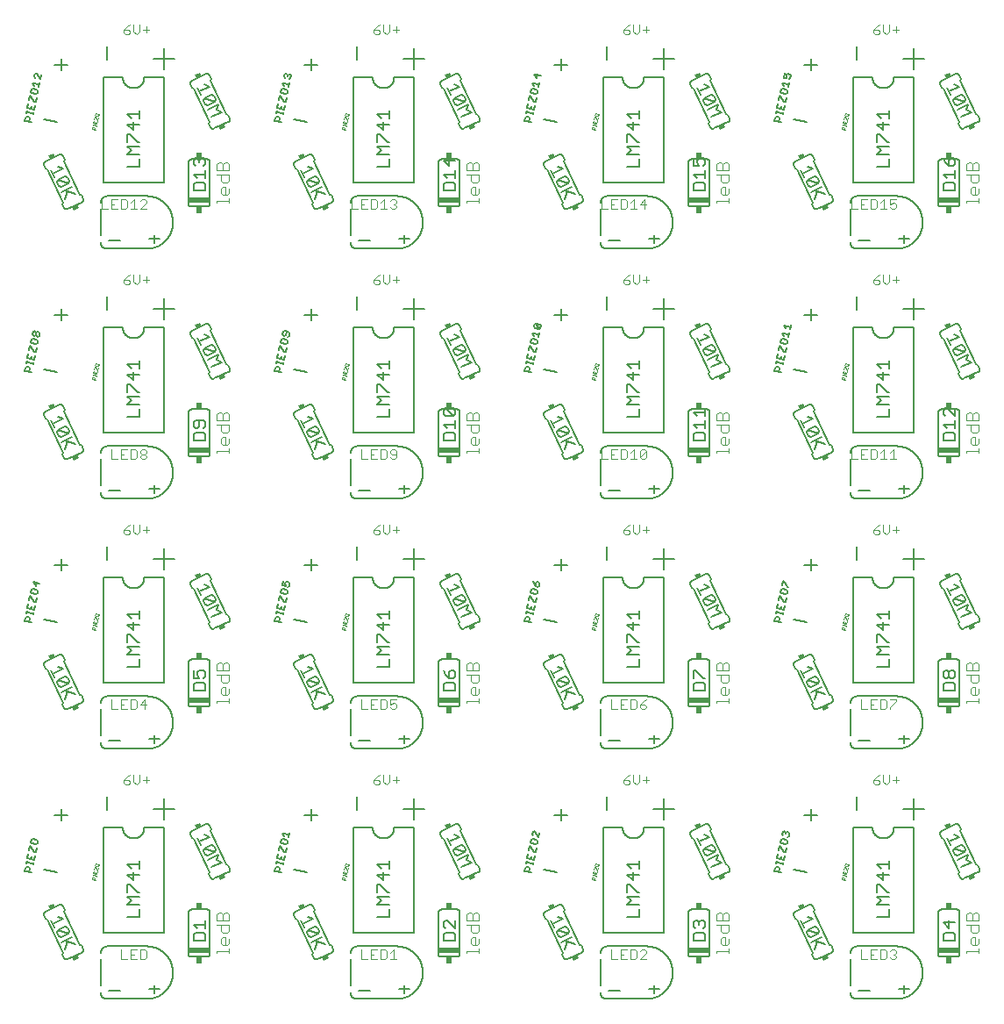
<source format=gto>
G75*
%MOIN*%
%OFA0B0*%
%FSLAX25Y25*%
%IPPOS*%
%LPD*%
%AMOC8*
5,1,8,0,0,1.08239X$1,22.5*
%
%ADD10C,0.00600*%
%ADD11C,0.00400*%
%ADD12C,0.00500*%
%ADD13R,0.01500X0.02000*%
%ADD14R,0.08000X0.02000*%
%ADD15R,0.02000X0.02500*%
%ADD16C,0.00200*%
D10*
X0018085Y0019380D02*
X0017451Y0020740D01*
X0017693Y0021404D01*
X0011776Y0034093D01*
X0011112Y0034334D01*
X0010478Y0035694D01*
X0010478Y0035693D02*
X0010454Y0035749D01*
X0010433Y0035806D01*
X0010416Y0035864D01*
X0010403Y0035923D01*
X0010393Y0035982D01*
X0010387Y0036042D01*
X0010384Y0036103D01*
X0010385Y0036163D01*
X0010390Y0036223D01*
X0010398Y0036283D01*
X0010410Y0036342D01*
X0010425Y0036401D01*
X0010444Y0036458D01*
X0010467Y0036514D01*
X0010492Y0036569D01*
X0010521Y0036622D01*
X0010553Y0036673D01*
X0010589Y0036722D01*
X0010627Y0036769D01*
X0010667Y0036814D01*
X0010711Y0036856D01*
X0010757Y0036895D01*
X0010805Y0036931D01*
X0010855Y0036965D01*
X0010907Y0036995D01*
X0010961Y0037022D01*
X0010962Y0037023D02*
X0016400Y0039559D01*
X0016399Y0039558D02*
X0016455Y0039582D01*
X0016512Y0039603D01*
X0016570Y0039620D01*
X0016629Y0039633D01*
X0016688Y0039643D01*
X0016748Y0039649D01*
X0016809Y0039652D01*
X0016869Y0039651D01*
X0016929Y0039646D01*
X0016989Y0039638D01*
X0017048Y0039626D01*
X0017107Y0039611D01*
X0017164Y0039592D01*
X0017220Y0039569D01*
X0017275Y0039544D01*
X0017328Y0039515D01*
X0017379Y0039483D01*
X0017428Y0039447D01*
X0017475Y0039409D01*
X0017520Y0039369D01*
X0017562Y0039325D01*
X0017601Y0039279D01*
X0017637Y0039231D01*
X0017671Y0039181D01*
X0017701Y0039129D01*
X0017728Y0039075D01*
X0017729Y0039075D02*
X0018362Y0037715D01*
X0018121Y0037051D01*
X0024037Y0024363D01*
X0024702Y0024121D01*
X0025336Y0022761D01*
X0025335Y0022762D02*
X0025360Y0022704D01*
X0025381Y0022645D01*
X0025398Y0022584D01*
X0025412Y0022523D01*
X0025422Y0022461D01*
X0025427Y0022398D01*
X0025429Y0022336D01*
X0025427Y0022273D01*
X0025421Y0022210D01*
X0025411Y0022148D01*
X0025397Y0022087D01*
X0025379Y0022027D01*
X0025357Y0021968D01*
X0025332Y0021910D01*
X0025304Y0021854D01*
X0025271Y0021800D01*
X0025236Y0021748D01*
X0025197Y0021699D01*
X0025156Y0021652D01*
X0025111Y0021608D01*
X0025064Y0021566D01*
X0025014Y0021528D01*
X0024962Y0021493D01*
X0024908Y0021461D01*
X0024852Y0021433D01*
X0024852Y0021432D02*
X0019414Y0018897D01*
X0019415Y0018897D02*
X0019359Y0018873D01*
X0019302Y0018852D01*
X0019244Y0018835D01*
X0019185Y0018822D01*
X0019126Y0018812D01*
X0019066Y0018806D01*
X0019005Y0018803D01*
X0018945Y0018804D01*
X0018885Y0018809D01*
X0018825Y0018817D01*
X0018766Y0018829D01*
X0018707Y0018844D01*
X0018650Y0018863D01*
X0018594Y0018886D01*
X0018539Y0018911D01*
X0018486Y0018940D01*
X0018435Y0018972D01*
X0018386Y0019008D01*
X0018339Y0019046D01*
X0018294Y0019086D01*
X0018252Y0019130D01*
X0018213Y0019176D01*
X0018177Y0019224D01*
X0018143Y0019274D01*
X0018113Y0019326D01*
X0018086Y0019380D01*
X0032987Y0028798D02*
X0055987Y0028798D01*
X0055987Y0068798D01*
X0048487Y0068798D01*
X0048485Y0068672D01*
X0048479Y0068547D01*
X0048469Y0068422D01*
X0048455Y0068297D01*
X0048438Y0068172D01*
X0048416Y0068048D01*
X0048391Y0067925D01*
X0048361Y0067803D01*
X0048328Y0067682D01*
X0048291Y0067562D01*
X0048251Y0067443D01*
X0048206Y0067326D01*
X0048158Y0067209D01*
X0048106Y0067095D01*
X0048051Y0066982D01*
X0047992Y0066871D01*
X0047930Y0066762D01*
X0047864Y0066655D01*
X0047795Y0066550D01*
X0047723Y0066447D01*
X0047648Y0066346D01*
X0047569Y0066248D01*
X0047487Y0066153D01*
X0047403Y0066060D01*
X0047315Y0065970D01*
X0047225Y0065882D01*
X0047132Y0065798D01*
X0047037Y0065716D01*
X0046939Y0065637D01*
X0046838Y0065562D01*
X0046735Y0065490D01*
X0046630Y0065421D01*
X0046523Y0065355D01*
X0046414Y0065293D01*
X0046303Y0065234D01*
X0046190Y0065179D01*
X0046076Y0065127D01*
X0045959Y0065079D01*
X0045842Y0065034D01*
X0045723Y0064994D01*
X0045603Y0064957D01*
X0045482Y0064924D01*
X0045360Y0064894D01*
X0045237Y0064869D01*
X0045113Y0064847D01*
X0044988Y0064830D01*
X0044863Y0064816D01*
X0044738Y0064806D01*
X0044613Y0064800D01*
X0044487Y0064798D01*
X0044361Y0064800D01*
X0044236Y0064806D01*
X0044111Y0064816D01*
X0043986Y0064830D01*
X0043861Y0064847D01*
X0043737Y0064869D01*
X0043614Y0064894D01*
X0043492Y0064924D01*
X0043371Y0064957D01*
X0043251Y0064994D01*
X0043132Y0065034D01*
X0043015Y0065079D01*
X0042898Y0065127D01*
X0042784Y0065179D01*
X0042671Y0065234D01*
X0042560Y0065293D01*
X0042451Y0065355D01*
X0042344Y0065421D01*
X0042239Y0065490D01*
X0042136Y0065562D01*
X0042035Y0065637D01*
X0041937Y0065716D01*
X0041842Y0065798D01*
X0041749Y0065882D01*
X0041659Y0065970D01*
X0041571Y0066060D01*
X0041487Y0066153D01*
X0041405Y0066248D01*
X0041326Y0066346D01*
X0041251Y0066447D01*
X0041179Y0066550D01*
X0041110Y0066655D01*
X0041044Y0066762D01*
X0040982Y0066871D01*
X0040923Y0066982D01*
X0040868Y0067095D01*
X0040816Y0067209D01*
X0040768Y0067326D01*
X0040723Y0067443D01*
X0040683Y0067562D01*
X0040646Y0067682D01*
X0040613Y0067803D01*
X0040583Y0067925D01*
X0040558Y0068048D01*
X0040536Y0068172D01*
X0040519Y0068297D01*
X0040505Y0068422D01*
X0040495Y0068547D01*
X0040489Y0068672D01*
X0040487Y0068798D01*
X0032987Y0068798D01*
X0032987Y0028798D01*
X0050550Y0007550D02*
X0054550Y0007550D01*
X0052550Y0009050D02*
X0052550Y0006050D01*
X0039550Y0007050D02*
X0035050Y0007050D01*
X0065487Y0020798D02*
X0065487Y0036798D01*
X0065489Y0036858D01*
X0065494Y0036919D01*
X0065503Y0036978D01*
X0065516Y0037037D01*
X0065532Y0037096D01*
X0065552Y0037153D01*
X0065575Y0037208D01*
X0065602Y0037263D01*
X0065631Y0037315D01*
X0065664Y0037366D01*
X0065700Y0037415D01*
X0065738Y0037461D01*
X0065780Y0037505D01*
X0065824Y0037547D01*
X0065870Y0037585D01*
X0065919Y0037621D01*
X0065970Y0037654D01*
X0066022Y0037683D01*
X0066077Y0037710D01*
X0066132Y0037733D01*
X0066189Y0037753D01*
X0066248Y0037769D01*
X0066307Y0037782D01*
X0066366Y0037791D01*
X0066427Y0037796D01*
X0066487Y0037798D01*
X0072487Y0037798D01*
X0072547Y0037796D01*
X0072608Y0037791D01*
X0072667Y0037782D01*
X0072726Y0037769D01*
X0072785Y0037753D01*
X0072842Y0037733D01*
X0072897Y0037710D01*
X0072952Y0037683D01*
X0073004Y0037654D01*
X0073055Y0037621D01*
X0073104Y0037585D01*
X0073150Y0037547D01*
X0073194Y0037505D01*
X0073236Y0037461D01*
X0073274Y0037415D01*
X0073310Y0037366D01*
X0073343Y0037315D01*
X0073372Y0037263D01*
X0073399Y0037208D01*
X0073422Y0037153D01*
X0073442Y0037096D01*
X0073458Y0037037D01*
X0073471Y0036978D01*
X0073480Y0036919D01*
X0073485Y0036858D01*
X0073487Y0036798D01*
X0073487Y0020798D01*
X0073485Y0020738D01*
X0073480Y0020677D01*
X0073471Y0020618D01*
X0073458Y0020559D01*
X0073442Y0020500D01*
X0073422Y0020443D01*
X0073399Y0020388D01*
X0073372Y0020333D01*
X0073343Y0020281D01*
X0073310Y0020230D01*
X0073274Y0020181D01*
X0073236Y0020135D01*
X0073194Y0020091D01*
X0073150Y0020049D01*
X0073104Y0020011D01*
X0073055Y0019975D01*
X0073004Y0019942D01*
X0072952Y0019913D01*
X0072897Y0019886D01*
X0072842Y0019863D01*
X0072785Y0019843D01*
X0072726Y0019827D01*
X0072667Y0019814D01*
X0072608Y0019805D01*
X0072547Y0019800D01*
X0072487Y0019798D01*
X0066487Y0019798D01*
X0066427Y0019800D01*
X0066366Y0019805D01*
X0066307Y0019814D01*
X0066248Y0019827D01*
X0066189Y0019843D01*
X0066132Y0019863D01*
X0066077Y0019886D01*
X0066022Y0019913D01*
X0065970Y0019942D01*
X0065919Y0019975D01*
X0065870Y0020011D01*
X0065824Y0020049D01*
X0065780Y0020091D01*
X0065738Y0020135D01*
X0065700Y0020181D01*
X0065664Y0020230D01*
X0065631Y0020281D01*
X0065602Y0020333D01*
X0065575Y0020388D01*
X0065552Y0020443D01*
X0065532Y0020500D01*
X0065516Y0020559D01*
X0065503Y0020618D01*
X0065494Y0020677D01*
X0065489Y0020738D01*
X0065487Y0020798D01*
X0067283Y0025998D02*
X0067283Y0028200D01*
X0068017Y0028934D01*
X0070953Y0028934D01*
X0071687Y0028200D01*
X0071687Y0025998D01*
X0067283Y0025998D01*
X0068751Y0030602D02*
X0067283Y0032070D01*
X0071687Y0032070D01*
X0071687Y0030602D02*
X0071687Y0033538D01*
X0075092Y0049518D02*
X0080530Y0052053D01*
X0080531Y0052054D02*
X0080587Y0052082D01*
X0080641Y0052114D01*
X0080693Y0052149D01*
X0080743Y0052187D01*
X0080790Y0052229D01*
X0080835Y0052273D01*
X0080876Y0052320D01*
X0080915Y0052369D01*
X0080950Y0052421D01*
X0080983Y0052475D01*
X0081011Y0052531D01*
X0081036Y0052589D01*
X0081058Y0052648D01*
X0081076Y0052708D01*
X0081090Y0052769D01*
X0081100Y0052831D01*
X0081106Y0052894D01*
X0081108Y0052957D01*
X0081106Y0053019D01*
X0081101Y0053082D01*
X0081091Y0053144D01*
X0081077Y0053205D01*
X0081060Y0053266D01*
X0081039Y0053325D01*
X0081014Y0053383D01*
X0081014Y0053382D02*
X0080380Y0054742D01*
X0079716Y0054983D01*
X0073799Y0067672D01*
X0074041Y0068336D01*
X0073407Y0069696D01*
X0073380Y0069750D01*
X0073350Y0069802D01*
X0073316Y0069852D01*
X0073280Y0069900D01*
X0073241Y0069946D01*
X0073199Y0069990D01*
X0073154Y0070030D01*
X0073107Y0070068D01*
X0073058Y0070104D01*
X0073007Y0070136D01*
X0072954Y0070165D01*
X0072899Y0070190D01*
X0072843Y0070213D01*
X0072786Y0070232D01*
X0072727Y0070247D01*
X0072668Y0070259D01*
X0072608Y0070267D01*
X0072548Y0070272D01*
X0072488Y0070273D01*
X0072427Y0070270D01*
X0072367Y0070264D01*
X0072308Y0070254D01*
X0072249Y0070241D01*
X0072191Y0070224D01*
X0072134Y0070203D01*
X0072078Y0070179D01*
X0066640Y0067644D01*
X0066640Y0067643D02*
X0066586Y0067616D01*
X0066534Y0067586D01*
X0066484Y0067552D01*
X0066436Y0067516D01*
X0066390Y0067477D01*
X0066346Y0067435D01*
X0066306Y0067390D01*
X0066268Y0067343D01*
X0066232Y0067294D01*
X0066200Y0067243D01*
X0066171Y0067190D01*
X0066146Y0067135D01*
X0066123Y0067079D01*
X0066104Y0067022D01*
X0066089Y0066963D01*
X0066077Y0066904D01*
X0066069Y0066844D01*
X0066064Y0066784D01*
X0066063Y0066724D01*
X0066066Y0066663D01*
X0066072Y0066603D01*
X0066082Y0066544D01*
X0066095Y0066485D01*
X0066112Y0066427D01*
X0066133Y0066370D01*
X0066157Y0066314D01*
X0066156Y0066315D02*
X0066790Y0064955D01*
X0067455Y0064713D01*
X0073371Y0052025D01*
X0073130Y0051361D01*
X0073763Y0050001D01*
X0073764Y0050001D02*
X0073791Y0049947D01*
X0073821Y0049895D01*
X0073855Y0049845D01*
X0073891Y0049797D01*
X0073930Y0049751D01*
X0073972Y0049707D01*
X0074017Y0049667D01*
X0074064Y0049629D01*
X0074113Y0049593D01*
X0074164Y0049561D01*
X0074217Y0049532D01*
X0074272Y0049507D01*
X0074328Y0049484D01*
X0074385Y0049465D01*
X0074444Y0049450D01*
X0074503Y0049438D01*
X0074563Y0049430D01*
X0074623Y0049425D01*
X0074683Y0049424D01*
X0074744Y0049427D01*
X0074804Y0049433D01*
X0074863Y0049443D01*
X0074922Y0049456D01*
X0074980Y0049473D01*
X0075037Y0049494D01*
X0075093Y0049518D01*
X0056168Y0071916D02*
X0056168Y0079790D01*
X0060105Y0075853D02*
X0052231Y0075853D01*
X0034550Y0075550D02*
X0034550Y0080550D01*
X0019550Y0073550D02*
X0014550Y0073550D01*
X0017050Y0071550D02*
X0017050Y0076050D01*
X0007869Y0064263D02*
X0006172Y0064623D01*
X0005657Y0064289D01*
X0005477Y0063441D01*
X0005811Y0062927D01*
X0007508Y0062566D01*
X0008022Y0062900D01*
X0008203Y0063748D01*
X0007869Y0064263D01*
X0007680Y0061290D02*
X0007320Y0059594D01*
X0006895Y0059684D01*
X0005559Y0061741D01*
X0005135Y0061832D01*
X0004774Y0060135D01*
X0004522Y0058949D02*
X0004162Y0057252D01*
X0006707Y0056711D01*
X0007068Y0058408D01*
X0005615Y0057830D02*
X0005434Y0056982D01*
X0003934Y0056180D02*
X0003753Y0055331D01*
X0003843Y0055755D02*
X0006389Y0055214D01*
X0006299Y0054790D02*
X0006479Y0055638D01*
X0004774Y0053875D02*
X0005108Y0053361D01*
X0004837Y0052088D01*
X0005686Y0051908D02*
X0003141Y0052449D01*
X0003411Y0053722D01*
X0003925Y0054056D01*
X0004774Y0053875D01*
X0010550Y0053050D02*
X0015550Y0052050D01*
X0052550Y0101050D02*
X0052550Y0104050D01*
X0050550Y0102550D02*
X0054550Y0102550D01*
X0066487Y0114798D02*
X0072487Y0114798D01*
X0072547Y0114800D01*
X0072608Y0114805D01*
X0072667Y0114814D01*
X0072726Y0114827D01*
X0072785Y0114843D01*
X0072842Y0114863D01*
X0072897Y0114886D01*
X0072952Y0114913D01*
X0073004Y0114942D01*
X0073055Y0114975D01*
X0073104Y0115011D01*
X0073150Y0115049D01*
X0073194Y0115091D01*
X0073236Y0115135D01*
X0073274Y0115181D01*
X0073310Y0115230D01*
X0073343Y0115281D01*
X0073372Y0115333D01*
X0073399Y0115388D01*
X0073422Y0115443D01*
X0073442Y0115500D01*
X0073458Y0115559D01*
X0073471Y0115618D01*
X0073480Y0115677D01*
X0073485Y0115738D01*
X0073487Y0115798D01*
X0073487Y0131798D01*
X0073485Y0131858D01*
X0073480Y0131919D01*
X0073471Y0131978D01*
X0073458Y0132037D01*
X0073442Y0132096D01*
X0073422Y0132153D01*
X0073399Y0132208D01*
X0073372Y0132263D01*
X0073343Y0132315D01*
X0073310Y0132366D01*
X0073274Y0132415D01*
X0073236Y0132461D01*
X0073194Y0132505D01*
X0073150Y0132547D01*
X0073104Y0132585D01*
X0073055Y0132621D01*
X0073004Y0132654D01*
X0072952Y0132683D01*
X0072897Y0132710D01*
X0072842Y0132733D01*
X0072785Y0132753D01*
X0072726Y0132769D01*
X0072667Y0132782D01*
X0072608Y0132791D01*
X0072547Y0132796D01*
X0072487Y0132798D01*
X0066487Y0132798D01*
X0066427Y0132796D01*
X0066366Y0132791D01*
X0066307Y0132782D01*
X0066248Y0132769D01*
X0066189Y0132753D01*
X0066132Y0132733D01*
X0066077Y0132710D01*
X0066022Y0132683D01*
X0065970Y0132654D01*
X0065919Y0132621D01*
X0065870Y0132585D01*
X0065824Y0132547D01*
X0065780Y0132505D01*
X0065738Y0132461D01*
X0065700Y0132415D01*
X0065664Y0132366D01*
X0065631Y0132315D01*
X0065602Y0132263D01*
X0065575Y0132208D01*
X0065552Y0132153D01*
X0065532Y0132096D01*
X0065516Y0132037D01*
X0065503Y0131978D01*
X0065494Y0131919D01*
X0065489Y0131858D01*
X0065487Y0131798D01*
X0065487Y0115798D01*
X0065489Y0115738D01*
X0065494Y0115677D01*
X0065503Y0115618D01*
X0065516Y0115559D01*
X0065532Y0115500D01*
X0065552Y0115443D01*
X0065575Y0115388D01*
X0065602Y0115333D01*
X0065631Y0115281D01*
X0065664Y0115230D01*
X0065700Y0115181D01*
X0065738Y0115135D01*
X0065780Y0115091D01*
X0065824Y0115049D01*
X0065870Y0115011D01*
X0065919Y0114975D01*
X0065970Y0114942D01*
X0066022Y0114913D01*
X0066077Y0114886D01*
X0066132Y0114863D01*
X0066189Y0114843D01*
X0066248Y0114827D01*
X0066307Y0114814D01*
X0066366Y0114805D01*
X0066427Y0114800D01*
X0066487Y0114798D01*
X0067283Y0120998D02*
X0067283Y0123200D01*
X0068017Y0123934D01*
X0070953Y0123934D01*
X0071687Y0123200D01*
X0071687Y0120998D01*
X0067283Y0120998D01*
X0067283Y0125602D02*
X0069485Y0125602D01*
X0068751Y0127070D01*
X0068751Y0127804D01*
X0069485Y0128538D01*
X0070953Y0128538D01*
X0071687Y0127804D01*
X0071687Y0126336D01*
X0070953Y0125602D01*
X0067283Y0125602D02*
X0067283Y0128538D01*
X0055987Y0123798D02*
X0032987Y0123798D01*
X0032987Y0163798D01*
X0040487Y0163798D01*
X0040489Y0163672D01*
X0040495Y0163547D01*
X0040505Y0163422D01*
X0040519Y0163297D01*
X0040536Y0163172D01*
X0040558Y0163048D01*
X0040583Y0162925D01*
X0040613Y0162803D01*
X0040646Y0162682D01*
X0040683Y0162562D01*
X0040723Y0162443D01*
X0040768Y0162326D01*
X0040816Y0162209D01*
X0040868Y0162095D01*
X0040923Y0161982D01*
X0040982Y0161871D01*
X0041044Y0161762D01*
X0041110Y0161655D01*
X0041179Y0161550D01*
X0041251Y0161447D01*
X0041326Y0161346D01*
X0041405Y0161248D01*
X0041487Y0161153D01*
X0041571Y0161060D01*
X0041659Y0160970D01*
X0041749Y0160882D01*
X0041842Y0160798D01*
X0041937Y0160716D01*
X0042035Y0160637D01*
X0042136Y0160562D01*
X0042239Y0160490D01*
X0042344Y0160421D01*
X0042451Y0160355D01*
X0042560Y0160293D01*
X0042671Y0160234D01*
X0042784Y0160179D01*
X0042898Y0160127D01*
X0043015Y0160079D01*
X0043132Y0160034D01*
X0043251Y0159994D01*
X0043371Y0159957D01*
X0043492Y0159924D01*
X0043614Y0159894D01*
X0043737Y0159869D01*
X0043861Y0159847D01*
X0043986Y0159830D01*
X0044111Y0159816D01*
X0044236Y0159806D01*
X0044361Y0159800D01*
X0044487Y0159798D01*
X0044613Y0159800D01*
X0044738Y0159806D01*
X0044863Y0159816D01*
X0044988Y0159830D01*
X0045113Y0159847D01*
X0045237Y0159869D01*
X0045360Y0159894D01*
X0045482Y0159924D01*
X0045603Y0159957D01*
X0045723Y0159994D01*
X0045842Y0160034D01*
X0045959Y0160079D01*
X0046076Y0160127D01*
X0046190Y0160179D01*
X0046303Y0160234D01*
X0046414Y0160293D01*
X0046523Y0160355D01*
X0046630Y0160421D01*
X0046735Y0160490D01*
X0046838Y0160562D01*
X0046939Y0160637D01*
X0047037Y0160716D01*
X0047132Y0160798D01*
X0047225Y0160882D01*
X0047315Y0160970D01*
X0047403Y0161060D01*
X0047487Y0161153D01*
X0047569Y0161248D01*
X0047648Y0161346D01*
X0047723Y0161447D01*
X0047795Y0161550D01*
X0047864Y0161655D01*
X0047930Y0161762D01*
X0047992Y0161871D01*
X0048051Y0161982D01*
X0048106Y0162095D01*
X0048158Y0162209D01*
X0048206Y0162326D01*
X0048251Y0162443D01*
X0048291Y0162562D01*
X0048328Y0162682D01*
X0048361Y0162803D01*
X0048391Y0162925D01*
X0048416Y0163048D01*
X0048438Y0163172D01*
X0048455Y0163297D01*
X0048469Y0163422D01*
X0048479Y0163547D01*
X0048485Y0163672D01*
X0048487Y0163798D01*
X0055987Y0163798D01*
X0055987Y0123798D01*
X0039550Y0102050D02*
X0035050Y0102050D01*
X0024852Y0116432D02*
X0019414Y0113897D01*
X0019415Y0113897D02*
X0019359Y0113873D01*
X0019302Y0113852D01*
X0019244Y0113835D01*
X0019185Y0113822D01*
X0019126Y0113812D01*
X0019066Y0113806D01*
X0019005Y0113803D01*
X0018945Y0113804D01*
X0018885Y0113809D01*
X0018825Y0113817D01*
X0018766Y0113829D01*
X0018707Y0113844D01*
X0018650Y0113863D01*
X0018594Y0113886D01*
X0018539Y0113911D01*
X0018486Y0113940D01*
X0018435Y0113972D01*
X0018386Y0114008D01*
X0018339Y0114046D01*
X0018294Y0114086D01*
X0018252Y0114130D01*
X0018213Y0114176D01*
X0018177Y0114224D01*
X0018143Y0114274D01*
X0018113Y0114326D01*
X0018086Y0114380D01*
X0018085Y0114380D02*
X0017451Y0115740D01*
X0017693Y0116404D01*
X0011776Y0129093D01*
X0011112Y0129334D01*
X0010478Y0130694D01*
X0010478Y0130693D02*
X0010454Y0130749D01*
X0010433Y0130806D01*
X0010416Y0130864D01*
X0010403Y0130923D01*
X0010393Y0130982D01*
X0010387Y0131042D01*
X0010384Y0131103D01*
X0010385Y0131163D01*
X0010390Y0131223D01*
X0010398Y0131283D01*
X0010410Y0131342D01*
X0010425Y0131401D01*
X0010444Y0131458D01*
X0010467Y0131514D01*
X0010492Y0131569D01*
X0010521Y0131622D01*
X0010553Y0131673D01*
X0010589Y0131722D01*
X0010627Y0131769D01*
X0010667Y0131814D01*
X0010711Y0131856D01*
X0010757Y0131895D01*
X0010805Y0131931D01*
X0010855Y0131965D01*
X0010907Y0131995D01*
X0010961Y0132022D01*
X0010962Y0132023D02*
X0016400Y0134559D01*
X0016399Y0134558D02*
X0016455Y0134582D01*
X0016512Y0134603D01*
X0016570Y0134620D01*
X0016629Y0134633D01*
X0016688Y0134643D01*
X0016748Y0134649D01*
X0016809Y0134652D01*
X0016869Y0134651D01*
X0016929Y0134646D01*
X0016989Y0134638D01*
X0017048Y0134626D01*
X0017107Y0134611D01*
X0017164Y0134592D01*
X0017220Y0134569D01*
X0017275Y0134544D01*
X0017328Y0134515D01*
X0017379Y0134483D01*
X0017428Y0134447D01*
X0017475Y0134409D01*
X0017520Y0134369D01*
X0017562Y0134325D01*
X0017601Y0134279D01*
X0017637Y0134231D01*
X0017671Y0134181D01*
X0017701Y0134129D01*
X0017728Y0134075D01*
X0017729Y0134075D02*
X0018362Y0132715D01*
X0018121Y0132051D01*
X0024037Y0119363D01*
X0024702Y0119121D01*
X0025336Y0117761D01*
X0025335Y0117762D02*
X0025360Y0117704D01*
X0025381Y0117645D01*
X0025398Y0117584D01*
X0025412Y0117523D01*
X0025422Y0117461D01*
X0025427Y0117398D01*
X0025429Y0117336D01*
X0025427Y0117273D01*
X0025421Y0117210D01*
X0025411Y0117148D01*
X0025397Y0117087D01*
X0025379Y0117027D01*
X0025357Y0116968D01*
X0025332Y0116910D01*
X0025304Y0116854D01*
X0025271Y0116800D01*
X0025236Y0116748D01*
X0025197Y0116699D01*
X0025156Y0116652D01*
X0025111Y0116608D01*
X0025064Y0116566D01*
X0025014Y0116528D01*
X0024962Y0116493D01*
X0024908Y0116461D01*
X0024852Y0116433D01*
X0015550Y0147050D02*
X0010550Y0148050D01*
X0006299Y0149790D02*
X0006479Y0150638D01*
X0006389Y0150214D02*
X0003843Y0150755D01*
X0003753Y0150331D02*
X0003934Y0151180D01*
X0004162Y0152252D02*
X0006707Y0151711D01*
X0007068Y0153408D01*
X0007320Y0154594D02*
X0007680Y0156290D01*
X0007508Y0157566D02*
X0008022Y0157900D01*
X0008203Y0158748D01*
X0007869Y0159263D01*
X0006172Y0159623D01*
X0005657Y0159289D01*
X0005477Y0158441D01*
X0005811Y0157927D01*
X0007508Y0157566D01*
X0005559Y0156741D02*
X0006895Y0154684D01*
X0007320Y0154594D01*
X0005615Y0152830D02*
X0005434Y0151982D01*
X0004162Y0152252D02*
X0004522Y0153949D01*
X0004774Y0155135D02*
X0005135Y0156832D01*
X0005559Y0156741D01*
X0007272Y0160628D02*
X0007633Y0162325D01*
X0008815Y0161631D02*
X0006270Y0162172D01*
X0007272Y0160628D01*
X0014550Y0168550D02*
X0019550Y0168550D01*
X0017050Y0166550D02*
X0017050Y0171050D01*
X0034550Y0170550D02*
X0034550Y0175550D01*
X0052231Y0170853D02*
X0060105Y0170853D01*
X0056168Y0174790D02*
X0056168Y0166916D01*
X0066640Y0162644D02*
X0072078Y0165179D01*
X0072134Y0165203D01*
X0072191Y0165224D01*
X0072249Y0165241D01*
X0072308Y0165254D01*
X0072367Y0165264D01*
X0072427Y0165270D01*
X0072488Y0165273D01*
X0072548Y0165272D01*
X0072608Y0165267D01*
X0072668Y0165259D01*
X0072727Y0165247D01*
X0072786Y0165232D01*
X0072843Y0165213D01*
X0072899Y0165190D01*
X0072954Y0165165D01*
X0073007Y0165136D01*
X0073058Y0165104D01*
X0073107Y0165068D01*
X0073154Y0165030D01*
X0073199Y0164990D01*
X0073241Y0164946D01*
X0073280Y0164900D01*
X0073316Y0164852D01*
X0073350Y0164802D01*
X0073380Y0164750D01*
X0073407Y0164696D01*
X0074041Y0163336D01*
X0073799Y0162672D01*
X0079716Y0149983D01*
X0080380Y0149742D01*
X0081014Y0148382D01*
X0081014Y0148383D02*
X0081039Y0148325D01*
X0081060Y0148266D01*
X0081077Y0148205D01*
X0081091Y0148144D01*
X0081101Y0148082D01*
X0081106Y0148019D01*
X0081108Y0147957D01*
X0081106Y0147894D01*
X0081100Y0147831D01*
X0081090Y0147769D01*
X0081076Y0147708D01*
X0081058Y0147648D01*
X0081036Y0147589D01*
X0081011Y0147531D01*
X0080983Y0147475D01*
X0080950Y0147421D01*
X0080915Y0147369D01*
X0080876Y0147320D01*
X0080835Y0147273D01*
X0080790Y0147229D01*
X0080743Y0147187D01*
X0080693Y0147149D01*
X0080641Y0147114D01*
X0080587Y0147082D01*
X0080531Y0147054D01*
X0080530Y0147053D02*
X0075092Y0144518D01*
X0075093Y0144518D02*
X0075037Y0144494D01*
X0074980Y0144473D01*
X0074922Y0144456D01*
X0074863Y0144443D01*
X0074804Y0144433D01*
X0074744Y0144427D01*
X0074683Y0144424D01*
X0074623Y0144425D01*
X0074563Y0144430D01*
X0074503Y0144438D01*
X0074444Y0144450D01*
X0074385Y0144465D01*
X0074328Y0144484D01*
X0074272Y0144507D01*
X0074217Y0144532D01*
X0074164Y0144561D01*
X0074113Y0144593D01*
X0074064Y0144629D01*
X0074017Y0144667D01*
X0073972Y0144707D01*
X0073930Y0144751D01*
X0073891Y0144797D01*
X0073855Y0144845D01*
X0073821Y0144895D01*
X0073791Y0144947D01*
X0073764Y0145001D01*
X0073763Y0145001D02*
X0073130Y0146361D01*
X0073371Y0147025D01*
X0067455Y0159713D01*
X0066790Y0159955D01*
X0066156Y0161315D01*
X0066157Y0161314D02*
X0066133Y0161370D01*
X0066112Y0161427D01*
X0066095Y0161485D01*
X0066082Y0161544D01*
X0066072Y0161603D01*
X0066066Y0161663D01*
X0066063Y0161724D01*
X0066064Y0161784D01*
X0066069Y0161844D01*
X0066077Y0161904D01*
X0066089Y0161963D01*
X0066104Y0162022D01*
X0066123Y0162079D01*
X0066146Y0162135D01*
X0066171Y0162190D01*
X0066200Y0162243D01*
X0066232Y0162294D01*
X0066268Y0162343D01*
X0066306Y0162390D01*
X0066346Y0162435D01*
X0066390Y0162477D01*
X0066436Y0162516D01*
X0066484Y0162552D01*
X0066534Y0162586D01*
X0066586Y0162616D01*
X0066640Y0162643D01*
X0052550Y0196050D02*
X0052550Y0199050D01*
X0050550Y0197550D02*
X0054550Y0197550D01*
X0066487Y0209798D02*
X0072487Y0209798D01*
X0072547Y0209800D01*
X0072608Y0209805D01*
X0072667Y0209814D01*
X0072726Y0209827D01*
X0072785Y0209843D01*
X0072842Y0209863D01*
X0072897Y0209886D01*
X0072952Y0209913D01*
X0073004Y0209942D01*
X0073055Y0209975D01*
X0073104Y0210011D01*
X0073150Y0210049D01*
X0073194Y0210091D01*
X0073236Y0210135D01*
X0073274Y0210181D01*
X0073310Y0210230D01*
X0073343Y0210281D01*
X0073372Y0210333D01*
X0073399Y0210388D01*
X0073422Y0210443D01*
X0073442Y0210500D01*
X0073458Y0210559D01*
X0073471Y0210618D01*
X0073480Y0210677D01*
X0073485Y0210738D01*
X0073487Y0210798D01*
X0073487Y0226798D01*
X0073485Y0226858D01*
X0073480Y0226919D01*
X0073471Y0226978D01*
X0073458Y0227037D01*
X0073442Y0227096D01*
X0073422Y0227153D01*
X0073399Y0227208D01*
X0073372Y0227263D01*
X0073343Y0227315D01*
X0073310Y0227366D01*
X0073274Y0227415D01*
X0073236Y0227461D01*
X0073194Y0227505D01*
X0073150Y0227547D01*
X0073104Y0227585D01*
X0073055Y0227621D01*
X0073004Y0227654D01*
X0072952Y0227683D01*
X0072897Y0227710D01*
X0072842Y0227733D01*
X0072785Y0227753D01*
X0072726Y0227769D01*
X0072667Y0227782D01*
X0072608Y0227791D01*
X0072547Y0227796D01*
X0072487Y0227798D01*
X0066487Y0227798D01*
X0066427Y0227796D01*
X0066366Y0227791D01*
X0066307Y0227782D01*
X0066248Y0227769D01*
X0066189Y0227753D01*
X0066132Y0227733D01*
X0066077Y0227710D01*
X0066022Y0227683D01*
X0065970Y0227654D01*
X0065919Y0227621D01*
X0065870Y0227585D01*
X0065824Y0227547D01*
X0065780Y0227505D01*
X0065738Y0227461D01*
X0065700Y0227415D01*
X0065664Y0227366D01*
X0065631Y0227315D01*
X0065602Y0227263D01*
X0065575Y0227208D01*
X0065552Y0227153D01*
X0065532Y0227096D01*
X0065516Y0227037D01*
X0065503Y0226978D01*
X0065494Y0226919D01*
X0065489Y0226858D01*
X0065487Y0226798D01*
X0065487Y0210798D01*
X0065489Y0210738D01*
X0065494Y0210677D01*
X0065503Y0210618D01*
X0065516Y0210559D01*
X0065532Y0210500D01*
X0065552Y0210443D01*
X0065575Y0210388D01*
X0065602Y0210333D01*
X0065631Y0210281D01*
X0065664Y0210230D01*
X0065700Y0210181D01*
X0065738Y0210135D01*
X0065780Y0210091D01*
X0065824Y0210049D01*
X0065870Y0210011D01*
X0065919Y0209975D01*
X0065970Y0209942D01*
X0066022Y0209913D01*
X0066077Y0209886D01*
X0066132Y0209863D01*
X0066189Y0209843D01*
X0066248Y0209827D01*
X0066307Y0209814D01*
X0066366Y0209805D01*
X0066427Y0209800D01*
X0066487Y0209798D01*
X0067283Y0215998D02*
X0067283Y0218200D01*
X0068017Y0218934D01*
X0070953Y0218934D01*
X0071687Y0218200D01*
X0071687Y0215998D01*
X0067283Y0215998D01*
X0068017Y0220602D02*
X0067283Y0221336D01*
X0067283Y0222804D01*
X0068017Y0223538D01*
X0070953Y0223538D01*
X0071687Y0222804D01*
X0071687Y0221336D01*
X0070953Y0220602D01*
X0069485Y0221336D02*
X0069485Y0223538D01*
X0069485Y0221336D02*
X0068751Y0220602D01*
X0068017Y0220602D01*
X0055987Y0218798D02*
X0032987Y0218798D01*
X0032987Y0258798D01*
X0040487Y0258798D01*
X0040489Y0258672D01*
X0040495Y0258547D01*
X0040505Y0258422D01*
X0040519Y0258297D01*
X0040536Y0258172D01*
X0040558Y0258048D01*
X0040583Y0257925D01*
X0040613Y0257803D01*
X0040646Y0257682D01*
X0040683Y0257562D01*
X0040723Y0257443D01*
X0040768Y0257326D01*
X0040816Y0257209D01*
X0040868Y0257095D01*
X0040923Y0256982D01*
X0040982Y0256871D01*
X0041044Y0256762D01*
X0041110Y0256655D01*
X0041179Y0256550D01*
X0041251Y0256447D01*
X0041326Y0256346D01*
X0041405Y0256248D01*
X0041487Y0256153D01*
X0041571Y0256060D01*
X0041659Y0255970D01*
X0041749Y0255882D01*
X0041842Y0255798D01*
X0041937Y0255716D01*
X0042035Y0255637D01*
X0042136Y0255562D01*
X0042239Y0255490D01*
X0042344Y0255421D01*
X0042451Y0255355D01*
X0042560Y0255293D01*
X0042671Y0255234D01*
X0042784Y0255179D01*
X0042898Y0255127D01*
X0043015Y0255079D01*
X0043132Y0255034D01*
X0043251Y0254994D01*
X0043371Y0254957D01*
X0043492Y0254924D01*
X0043614Y0254894D01*
X0043737Y0254869D01*
X0043861Y0254847D01*
X0043986Y0254830D01*
X0044111Y0254816D01*
X0044236Y0254806D01*
X0044361Y0254800D01*
X0044487Y0254798D01*
X0044613Y0254800D01*
X0044738Y0254806D01*
X0044863Y0254816D01*
X0044988Y0254830D01*
X0045113Y0254847D01*
X0045237Y0254869D01*
X0045360Y0254894D01*
X0045482Y0254924D01*
X0045603Y0254957D01*
X0045723Y0254994D01*
X0045842Y0255034D01*
X0045959Y0255079D01*
X0046076Y0255127D01*
X0046190Y0255179D01*
X0046303Y0255234D01*
X0046414Y0255293D01*
X0046523Y0255355D01*
X0046630Y0255421D01*
X0046735Y0255490D01*
X0046838Y0255562D01*
X0046939Y0255637D01*
X0047037Y0255716D01*
X0047132Y0255798D01*
X0047225Y0255882D01*
X0047315Y0255970D01*
X0047403Y0256060D01*
X0047487Y0256153D01*
X0047569Y0256248D01*
X0047648Y0256346D01*
X0047723Y0256447D01*
X0047795Y0256550D01*
X0047864Y0256655D01*
X0047930Y0256762D01*
X0047992Y0256871D01*
X0048051Y0256982D01*
X0048106Y0257095D01*
X0048158Y0257209D01*
X0048206Y0257326D01*
X0048251Y0257443D01*
X0048291Y0257562D01*
X0048328Y0257682D01*
X0048361Y0257803D01*
X0048391Y0257925D01*
X0048416Y0258048D01*
X0048438Y0258172D01*
X0048455Y0258297D01*
X0048469Y0258422D01*
X0048479Y0258547D01*
X0048485Y0258672D01*
X0048487Y0258798D01*
X0055987Y0258798D01*
X0055987Y0218798D01*
X0073763Y0240001D02*
X0073130Y0241361D01*
X0073371Y0242025D01*
X0067455Y0254713D01*
X0066790Y0254955D01*
X0066156Y0256315D01*
X0066157Y0256314D02*
X0066133Y0256370D01*
X0066112Y0256427D01*
X0066095Y0256485D01*
X0066082Y0256544D01*
X0066072Y0256603D01*
X0066066Y0256663D01*
X0066063Y0256724D01*
X0066064Y0256784D01*
X0066069Y0256844D01*
X0066077Y0256904D01*
X0066089Y0256963D01*
X0066104Y0257022D01*
X0066123Y0257079D01*
X0066146Y0257135D01*
X0066171Y0257190D01*
X0066200Y0257243D01*
X0066232Y0257294D01*
X0066268Y0257343D01*
X0066306Y0257390D01*
X0066346Y0257435D01*
X0066390Y0257477D01*
X0066436Y0257516D01*
X0066484Y0257552D01*
X0066534Y0257586D01*
X0066586Y0257616D01*
X0066640Y0257643D01*
X0066640Y0257644D02*
X0072078Y0260179D01*
X0072134Y0260203D01*
X0072191Y0260224D01*
X0072249Y0260241D01*
X0072308Y0260254D01*
X0072367Y0260264D01*
X0072427Y0260270D01*
X0072488Y0260273D01*
X0072548Y0260272D01*
X0072608Y0260267D01*
X0072668Y0260259D01*
X0072727Y0260247D01*
X0072786Y0260232D01*
X0072843Y0260213D01*
X0072899Y0260190D01*
X0072954Y0260165D01*
X0073007Y0260136D01*
X0073058Y0260104D01*
X0073107Y0260068D01*
X0073154Y0260030D01*
X0073199Y0259990D01*
X0073241Y0259946D01*
X0073280Y0259900D01*
X0073316Y0259852D01*
X0073350Y0259802D01*
X0073380Y0259750D01*
X0073407Y0259696D01*
X0074041Y0258336D01*
X0073799Y0257672D01*
X0079716Y0244983D01*
X0080380Y0244742D01*
X0081014Y0243382D01*
X0081014Y0243383D02*
X0081039Y0243325D01*
X0081060Y0243266D01*
X0081077Y0243205D01*
X0081091Y0243144D01*
X0081101Y0243082D01*
X0081106Y0243019D01*
X0081108Y0242957D01*
X0081106Y0242894D01*
X0081100Y0242831D01*
X0081090Y0242769D01*
X0081076Y0242708D01*
X0081058Y0242648D01*
X0081036Y0242589D01*
X0081011Y0242531D01*
X0080983Y0242475D01*
X0080950Y0242421D01*
X0080915Y0242369D01*
X0080876Y0242320D01*
X0080835Y0242273D01*
X0080790Y0242229D01*
X0080743Y0242187D01*
X0080693Y0242149D01*
X0080641Y0242114D01*
X0080587Y0242082D01*
X0080531Y0242054D01*
X0080530Y0242053D02*
X0075092Y0239518D01*
X0075093Y0239518D02*
X0075037Y0239494D01*
X0074980Y0239473D01*
X0074922Y0239456D01*
X0074863Y0239443D01*
X0074804Y0239433D01*
X0074744Y0239427D01*
X0074683Y0239424D01*
X0074623Y0239425D01*
X0074563Y0239430D01*
X0074503Y0239438D01*
X0074444Y0239450D01*
X0074385Y0239465D01*
X0074328Y0239484D01*
X0074272Y0239507D01*
X0074217Y0239532D01*
X0074164Y0239561D01*
X0074113Y0239593D01*
X0074064Y0239629D01*
X0074017Y0239667D01*
X0073972Y0239707D01*
X0073930Y0239751D01*
X0073891Y0239797D01*
X0073855Y0239845D01*
X0073821Y0239895D01*
X0073791Y0239947D01*
X0073764Y0240001D01*
X0056168Y0261916D02*
X0056168Y0269790D01*
X0060105Y0265853D02*
X0052231Y0265853D01*
X0034550Y0265550D02*
X0034550Y0270550D01*
X0019550Y0263550D02*
X0014550Y0263550D01*
X0017050Y0261550D02*
X0017050Y0266050D01*
X0008481Y0257145D02*
X0008815Y0256631D01*
X0008635Y0255782D01*
X0008121Y0255448D01*
X0007696Y0255538D01*
X0007362Y0256053D01*
X0007543Y0256901D01*
X0008057Y0257235D01*
X0008481Y0257145D01*
X0007543Y0256901D02*
X0007209Y0257415D01*
X0006784Y0257506D01*
X0006270Y0257172D01*
X0006090Y0256323D01*
X0006424Y0255809D01*
X0006848Y0255719D01*
X0007362Y0256053D01*
X0006172Y0254623D02*
X0005657Y0254289D01*
X0005477Y0253441D01*
X0005811Y0252927D01*
X0007508Y0252566D01*
X0008022Y0252900D01*
X0008203Y0253748D01*
X0007869Y0254263D01*
X0006172Y0254623D01*
X0005559Y0251741D02*
X0006895Y0249684D01*
X0007320Y0249594D01*
X0007680Y0251290D01*
X0005559Y0251741D02*
X0005135Y0251832D01*
X0004774Y0250135D01*
X0004522Y0248949D02*
X0004162Y0247252D01*
X0006707Y0246711D01*
X0007068Y0248408D01*
X0005615Y0247830D02*
X0005434Y0246982D01*
X0003934Y0246180D02*
X0003753Y0245331D01*
X0003843Y0245755D02*
X0006389Y0245214D01*
X0006299Y0244790D02*
X0006479Y0245638D01*
X0004774Y0243875D02*
X0005108Y0243361D01*
X0004837Y0242088D01*
X0005686Y0241908D02*
X0003141Y0242449D01*
X0003411Y0243722D01*
X0003925Y0244056D01*
X0004774Y0243875D01*
X0010550Y0243050D02*
X0015550Y0242050D01*
X0016400Y0229559D02*
X0010962Y0227023D01*
X0010961Y0227022D02*
X0010907Y0226995D01*
X0010855Y0226965D01*
X0010805Y0226931D01*
X0010757Y0226895D01*
X0010711Y0226856D01*
X0010667Y0226814D01*
X0010627Y0226769D01*
X0010589Y0226722D01*
X0010553Y0226673D01*
X0010521Y0226622D01*
X0010492Y0226569D01*
X0010467Y0226514D01*
X0010444Y0226458D01*
X0010425Y0226401D01*
X0010410Y0226342D01*
X0010398Y0226283D01*
X0010390Y0226223D01*
X0010385Y0226163D01*
X0010384Y0226103D01*
X0010387Y0226042D01*
X0010393Y0225982D01*
X0010403Y0225923D01*
X0010416Y0225864D01*
X0010433Y0225806D01*
X0010454Y0225749D01*
X0010478Y0225693D01*
X0010478Y0225694D02*
X0011112Y0224334D01*
X0011776Y0224093D01*
X0017693Y0211404D01*
X0017451Y0210740D01*
X0018085Y0209380D01*
X0018086Y0209380D02*
X0018113Y0209326D01*
X0018143Y0209274D01*
X0018177Y0209224D01*
X0018213Y0209176D01*
X0018252Y0209130D01*
X0018294Y0209086D01*
X0018339Y0209046D01*
X0018386Y0209008D01*
X0018435Y0208972D01*
X0018486Y0208940D01*
X0018539Y0208911D01*
X0018594Y0208886D01*
X0018650Y0208863D01*
X0018707Y0208844D01*
X0018766Y0208829D01*
X0018825Y0208817D01*
X0018885Y0208809D01*
X0018945Y0208804D01*
X0019005Y0208803D01*
X0019066Y0208806D01*
X0019126Y0208812D01*
X0019185Y0208822D01*
X0019244Y0208835D01*
X0019302Y0208852D01*
X0019359Y0208873D01*
X0019415Y0208897D01*
X0019414Y0208897D02*
X0024852Y0211432D01*
X0024852Y0211433D02*
X0024908Y0211461D01*
X0024962Y0211493D01*
X0025014Y0211528D01*
X0025064Y0211566D01*
X0025111Y0211608D01*
X0025156Y0211652D01*
X0025197Y0211699D01*
X0025236Y0211748D01*
X0025271Y0211800D01*
X0025304Y0211854D01*
X0025332Y0211910D01*
X0025357Y0211968D01*
X0025379Y0212027D01*
X0025397Y0212087D01*
X0025411Y0212148D01*
X0025421Y0212210D01*
X0025427Y0212273D01*
X0025429Y0212336D01*
X0025427Y0212398D01*
X0025422Y0212461D01*
X0025412Y0212523D01*
X0025398Y0212584D01*
X0025381Y0212645D01*
X0025360Y0212704D01*
X0025335Y0212762D01*
X0025336Y0212761D02*
X0024702Y0214121D01*
X0024037Y0214363D01*
X0018121Y0227051D01*
X0018362Y0227715D01*
X0017729Y0229075D01*
X0017728Y0229075D02*
X0017701Y0229129D01*
X0017671Y0229181D01*
X0017637Y0229231D01*
X0017601Y0229279D01*
X0017562Y0229325D01*
X0017520Y0229369D01*
X0017475Y0229409D01*
X0017428Y0229447D01*
X0017379Y0229483D01*
X0017328Y0229515D01*
X0017275Y0229544D01*
X0017220Y0229569D01*
X0017164Y0229592D01*
X0017107Y0229611D01*
X0017048Y0229626D01*
X0016989Y0229638D01*
X0016929Y0229646D01*
X0016869Y0229651D01*
X0016809Y0229652D01*
X0016748Y0229649D01*
X0016688Y0229643D01*
X0016629Y0229633D01*
X0016570Y0229620D01*
X0016512Y0229603D01*
X0016455Y0229582D01*
X0016399Y0229558D01*
X0035050Y0197050D02*
X0039550Y0197050D01*
X0004774Y0148875D02*
X0005108Y0148361D01*
X0004837Y0147088D01*
X0005686Y0146908D02*
X0003141Y0147449D01*
X0003411Y0148722D01*
X0003925Y0149056D01*
X0004774Y0148875D01*
X0098141Y0147449D02*
X0100686Y0146908D01*
X0099837Y0147088D02*
X0100108Y0148361D01*
X0099774Y0148875D01*
X0098925Y0149056D01*
X0098411Y0148722D01*
X0098141Y0147449D01*
X0098753Y0150331D02*
X0098934Y0151180D01*
X0098843Y0150755D02*
X0101389Y0150214D01*
X0101299Y0149790D02*
X0101479Y0150638D01*
X0101707Y0151711D02*
X0102068Y0153408D01*
X0102320Y0154594D02*
X0102680Y0156290D01*
X0102508Y0157566D02*
X0103022Y0157900D01*
X0103203Y0158748D01*
X0102869Y0159263D01*
X0101172Y0159623D01*
X0100657Y0159289D01*
X0100477Y0158441D01*
X0100811Y0157927D01*
X0102508Y0157566D01*
X0100559Y0156741D02*
X0101895Y0154684D01*
X0102320Y0154594D01*
X0100615Y0152830D02*
X0100434Y0151982D01*
X0099162Y0152252D02*
X0101707Y0151711D01*
X0099162Y0152252D02*
X0099522Y0153949D01*
X0099774Y0155135D02*
X0100135Y0156832D01*
X0100559Y0156741D01*
X0100999Y0160899D02*
X0102272Y0160628D01*
X0102028Y0161567D01*
X0102118Y0161991D01*
X0102633Y0162325D01*
X0103481Y0162145D01*
X0103815Y0161631D01*
X0103635Y0160782D01*
X0103121Y0160448D01*
X0100999Y0160899D02*
X0101360Y0162596D01*
X0109550Y0168550D02*
X0114550Y0168550D01*
X0112050Y0166550D02*
X0112050Y0171050D01*
X0127987Y0163798D02*
X0135487Y0163798D01*
X0135489Y0163672D01*
X0135495Y0163547D01*
X0135505Y0163422D01*
X0135519Y0163297D01*
X0135536Y0163172D01*
X0135558Y0163048D01*
X0135583Y0162925D01*
X0135613Y0162803D01*
X0135646Y0162682D01*
X0135683Y0162562D01*
X0135723Y0162443D01*
X0135768Y0162326D01*
X0135816Y0162209D01*
X0135868Y0162095D01*
X0135923Y0161982D01*
X0135982Y0161871D01*
X0136044Y0161762D01*
X0136110Y0161655D01*
X0136179Y0161550D01*
X0136251Y0161447D01*
X0136326Y0161346D01*
X0136405Y0161248D01*
X0136487Y0161153D01*
X0136571Y0161060D01*
X0136659Y0160970D01*
X0136749Y0160882D01*
X0136842Y0160798D01*
X0136937Y0160716D01*
X0137035Y0160637D01*
X0137136Y0160562D01*
X0137239Y0160490D01*
X0137344Y0160421D01*
X0137451Y0160355D01*
X0137560Y0160293D01*
X0137671Y0160234D01*
X0137784Y0160179D01*
X0137898Y0160127D01*
X0138015Y0160079D01*
X0138132Y0160034D01*
X0138251Y0159994D01*
X0138371Y0159957D01*
X0138492Y0159924D01*
X0138614Y0159894D01*
X0138737Y0159869D01*
X0138861Y0159847D01*
X0138986Y0159830D01*
X0139111Y0159816D01*
X0139236Y0159806D01*
X0139361Y0159800D01*
X0139487Y0159798D01*
X0139613Y0159800D01*
X0139738Y0159806D01*
X0139863Y0159816D01*
X0139988Y0159830D01*
X0140113Y0159847D01*
X0140237Y0159869D01*
X0140360Y0159894D01*
X0140482Y0159924D01*
X0140603Y0159957D01*
X0140723Y0159994D01*
X0140842Y0160034D01*
X0140959Y0160079D01*
X0141076Y0160127D01*
X0141190Y0160179D01*
X0141303Y0160234D01*
X0141414Y0160293D01*
X0141523Y0160355D01*
X0141630Y0160421D01*
X0141735Y0160490D01*
X0141838Y0160562D01*
X0141939Y0160637D01*
X0142037Y0160716D01*
X0142132Y0160798D01*
X0142225Y0160882D01*
X0142315Y0160970D01*
X0142403Y0161060D01*
X0142487Y0161153D01*
X0142569Y0161248D01*
X0142648Y0161346D01*
X0142723Y0161447D01*
X0142795Y0161550D01*
X0142864Y0161655D01*
X0142930Y0161762D01*
X0142992Y0161871D01*
X0143051Y0161982D01*
X0143106Y0162095D01*
X0143158Y0162209D01*
X0143206Y0162326D01*
X0143251Y0162443D01*
X0143291Y0162562D01*
X0143328Y0162682D01*
X0143361Y0162803D01*
X0143391Y0162925D01*
X0143416Y0163048D01*
X0143438Y0163172D01*
X0143455Y0163297D01*
X0143469Y0163422D01*
X0143479Y0163547D01*
X0143485Y0163672D01*
X0143487Y0163798D01*
X0150987Y0163798D01*
X0150987Y0123798D01*
X0127987Y0123798D01*
X0127987Y0163798D01*
X0129550Y0170550D02*
X0129550Y0175550D01*
X0147231Y0170853D02*
X0155105Y0170853D01*
X0151168Y0174790D02*
X0151168Y0166916D01*
X0161640Y0162644D02*
X0167078Y0165179D01*
X0167134Y0165203D01*
X0167191Y0165224D01*
X0167249Y0165241D01*
X0167308Y0165254D01*
X0167367Y0165264D01*
X0167427Y0165270D01*
X0167488Y0165273D01*
X0167548Y0165272D01*
X0167608Y0165267D01*
X0167668Y0165259D01*
X0167727Y0165247D01*
X0167786Y0165232D01*
X0167843Y0165213D01*
X0167899Y0165190D01*
X0167954Y0165165D01*
X0168007Y0165136D01*
X0168058Y0165104D01*
X0168107Y0165068D01*
X0168154Y0165030D01*
X0168199Y0164990D01*
X0168241Y0164946D01*
X0168280Y0164900D01*
X0168316Y0164852D01*
X0168350Y0164802D01*
X0168380Y0164750D01*
X0168407Y0164696D01*
X0169041Y0163336D01*
X0168799Y0162672D01*
X0174716Y0149983D01*
X0175380Y0149742D01*
X0176014Y0148382D01*
X0176014Y0148383D02*
X0176039Y0148325D01*
X0176060Y0148266D01*
X0176077Y0148205D01*
X0176091Y0148144D01*
X0176101Y0148082D01*
X0176106Y0148019D01*
X0176108Y0147957D01*
X0176106Y0147894D01*
X0176100Y0147831D01*
X0176090Y0147769D01*
X0176076Y0147708D01*
X0176058Y0147648D01*
X0176036Y0147589D01*
X0176011Y0147531D01*
X0175983Y0147475D01*
X0175950Y0147421D01*
X0175915Y0147369D01*
X0175876Y0147320D01*
X0175835Y0147273D01*
X0175790Y0147229D01*
X0175743Y0147187D01*
X0175693Y0147149D01*
X0175641Y0147114D01*
X0175587Y0147082D01*
X0175531Y0147054D01*
X0175530Y0147053D02*
X0170092Y0144518D01*
X0170093Y0144518D02*
X0170037Y0144494D01*
X0169980Y0144473D01*
X0169922Y0144456D01*
X0169863Y0144443D01*
X0169804Y0144433D01*
X0169744Y0144427D01*
X0169683Y0144424D01*
X0169623Y0144425D01*
X0169563Y0144430D01*
X0169503Y0144438D01*
X0169444Y0144450D01*
X0169385Y0144465D01*
X0169328Y0144484D01*
X0169272Y0144507D01*
X0169217Y0144532D01*
X0169164Y0144561D01*
X0169113Y0144593D01*
X0169064Y0144629D01*
X0169017Y0144667D01*
X0168972Y0144707D01*
X0168930Y0144751D01*
X0168891Y0144797D01*
X0168855Y0144845D01*
X0168821Y0144895D01*
X0168791Y0144947D01*
X0168764Y0145001D01*
X0168763Y0145001D02*
X0168130Y0146361D01*
X0168371Y0147025D01*
X0162455Y0159713D01*
X0161790Y0159955D01*
X0161156Y0161315D01*
X0161157Y0161314D02*
X0161133Y0161370D01*
X0161112Y0161427D01*
X0161095Y0161485D01*
X0161082Y0161544D01*
X0161072Y0161603D01*
X0161066Y0161663D01*
X0161063Y0161724D01*
X0161064Y0161784D01*
X0161069Y0161844D01*
X0161077Y0161904D01*
X0161089Y0161963D01*
X0161104Y0162022D01*
X0161123Y0162079D01*
X0161146Y0162135D01*
X0161171Y0162190D01*
X0161200Y0162243D01*
X0161232Y0162294D01*
X0161268Y0162343D01*
X0161306Y0162390D01*
X0161346Y0162435D01*
X0161390Y0162477D01*
X0161436Y0162516D01*
X0161484Y0162552D01*
X0161534Y0162586D01*
X0161586Y0162616D01*
X0161640Y0162643D01*
X0161487Y0132798D02*
X0167487Y0132798D01*
X0167547Y0132796D01*
X0167608Y0132791D01*
X0167667Y0132782D01*
X0167726Y0132769D01*
X0167785Y0132753D01*
X0167842Y0132733D01*
X0167897Y0132710D01*
X0167952Y0132683D01*
X0168004Y0132654D01*
X0168055Y0132621D01*
X0168104Y0132585D01*
X0168150Y0132547D01*
X0168194Y0132505D01*
X0168236Y0132461D01*
X0168274Y0132415D01*
X0168310Y0132366D01*
X0168343Y0132315D01*
X0168372Y0132263D01*
X0168399Y0132208D01*
X0168422Y0132153D01*
X0168442Y0132096D01*
X0168458Y0132037D01*
X0168471Y0131978D01*
X0168480Y0131919D01*
X0168485Y0131858D01*
X0168487Y0131798D01*
X0168487Y0115798D01*
X0168485Y0115738D01*
X0168480Y0115677D01*
X0168471Y0115618D01*
X0168458Y0115559D01*
X0168442Y0115500D01*
X0168422Y0115443D01*
X0168399Y0115388D01*
X0168372Y0115333D01*
X0168343Y0115281D01*
X0168310Y0115230D01*
X0168274Y0115181D01*
X0168236Y0115135D01*
X0168194Y0115091D01*
X0168150Y0115049D01*
X0168104Y0115011D01*
X0168055Y0114975D01*
X0168004Y0114942D01*
X0167952Y0114913D01*
X0167897Y0114886D01*
X0167842Y0114863D01*
X0167785Y0114843D01*
X0167726Y0114827D01*
X0167667Y0114814D01*
X0167608Y0114805D01*
X0167547Y0114800D01*
X0167487Y0114798D01*
X0161487Y0114798D01*
X0161427Y0114800D01*
X0161366Y0114805D01*
X0161307Y0114814D01*
X0161248Y0114827D01*
X0161189Y0114843D01*
X0161132Y0114863D01*
X0161077Y0114886D01*
X0161022Y0114913D01*
X0160970Y0114942D01*
X0160919Y0114975D01*
X0160870Y0115011D01*
X0160824Y0115049D01*
X0160780Y0115091D01*
X0160738Y0115135D01*
X0160700Y0115181D01*
X0160664Y0115230D01*
X0160631Y0115281D01*
X0160602Y0115333D01*
X0160575Y0115388D01*
X0160552Y0115443D01*
X0160532Y0115500D01*
X0160516Y0115559D01*
X0160503Y0115618D01*
X0160494Y0115677D01*
X0160489Y0115738D01*
X0160487Y0115798D01*
X0160487Y0131798D01*
X0160489Y0131858D01*
X0160494Y0131919D01*
X0160503Y0131978D01*
X0160516Y0132037D01*
X0160532Y0132096D01*
X0160552Y0132153D01*
X0160575Y0132208D01*
X0160602Y0132263D01*
X0160631Y0132315D01*
X0160664Y0132366D01*
X0160700Y0132415D01*
X0160738Y0132461D01*
X0160780Y0132505D01*
X0160824Y0132547D01*
X0160870Y0132585D01*
X0160919Y0132621D01*
X0160970Y0132654D01*
X0161022Y0132683D01*
X0161077Y0132710D01*
X0161132Y0132733D01*
X0161189Y0132753D01*
X0161248Y0132769D01*
X0161307Y0132782D01*
X0161366Y0132791D01*
X0161427Y0132796D01*
X0161487Y0132798D01*
X0162283Y0128538D02*
X0163017Y0127070D01*
X0164485Y0125602D01*
X0164485Y0127804D01*
X0165219Y0128538D01*
X0165953Y0128538D01*
X0166687Y0127804D01*
X0166687Y0126336D01*
X0165953Y0125602D01*
X0164485Y0125602D01*
X0163017Y0123934D02*
X0162283Y0123200D01*
X0162283Y0120998D01*
X0166687Y0120998D01*
X0166687Y0123200D01*
X0165953Y0123934D01*
X0163017Y0123934D01*
X0147550Y0104050D02*
X0147550Y0101050D01*
X0145550Y0102550D02*
X0149550Y0102550D01*
X0134550Y0102050D02*
X0130050Y0102050D01*
X0119852Y0116432D02*
X0114414Y0113897D01*
X0114415Y0113897D02*
X0114359Y0113873D01*
X0114302Y0113852D01*
X0114244Y0113835D01*
X0114185Y0113822D01*
X0114126Y0113812D01*
X0114066Y0113806D01*
X0114005Y0113803D01*
X0113945Y0113804D01*
X0113885Y0113809D01*
X0113825Y0113817D01*
X0113766Y0113829D01*
X0113707Y0113844D01*
X0113650Y0113863D01*
X0113594Y0113886D01*
X0113539Y0113911D01*
X0113486Y0113940D01*
X0113435Y0113972D01*
X0113386Y0114008D01*
X0113339Y0114046D01*
X0113294Y0114086D01*
X0113252Y0114130D01*
X0113213Y0114176D01*
X0113177Y0114224D01*
X0113143Y0114274D01*
X0113113Y0114326D01*
X0113086Y0114380D01*
X0113085Y0114380D02*
X0112451Y0115740D01*
X0112693Y0116404D01*
X0106776Y0129093D01*
X0106112Y0129334D01*
X0105478Y0130694D01*
X0105478Y0130693D02*
X0105454Y0130749D01*
X0105433Y0130806D01*
X0105416Y0130864D01*
X0105403Y0130923D01*
X0105393Y0130982D01*
X0105387Y0131042D01*
X0105384Y0131103D01*
X0105385Y0131163D01*
X0105390Y0131223D01*
X0105398Y0131283D01*
X0105410Y0131342D01*
X0105425Y0131401D01*
X0105444Y0131458D01*
X0105467Y0131514D01*
X0105492Y0131569D01*
X0105521Y0131622D01*
X0105553Y0131673D01*
X0105589Y0131722D01*
X0105627Y0131769D01*
X0105667Y0131814D01*
X0105711Y0131856D01*
X0105757Y0131895D01*
X0105805Y0131931D01*
X0105855Y0131965D01*
X0105907Y0131995D01*
X0105961Y0132022D01*
X0105962Y0132023D02*
X0111400Y0134559D01*
X0111399Y0134558D02*
X0111455Y0134582D01*
X0111512Y0134603D01*
X0111570Y0134620D01*
X0111629Y0134633D01*
X0111688Y0134643D01*
X0111748Y0134649D01*
X0111809Y0134652D01*
X0111869Y0134651D01*
X0111929Y0134646D01*
X0111989Y0134638D01*
X0112048Y0134626D01*
X0112107Y0134611D01*
X0112164Y0134592D01*
X0112220Y0134569D01*
X0112275Y0134544D01*
X0112328Y0134515D01*
X0112379Y0134483D01*
X0112428Y0134447D01*
X0112475Y0134409D01*
X0112520Y0134369D01*
X0112562Y0134325D01*
X0112601Y0134279D01*
X0112637Y0134231D01*
X0112671Y0134181D01*
X0112701Y0134129D01*
X0112728Y0134075D01*
X0112729Y0134075D02*
X0113362Y0132715D01*
X0113121Y0132051D01*
X0119037Y0119363D01*
X0119702Y0119121D01*
X0120336Y0117761D01*
X0120335Y0117762D02*
X0120360Y0117704D01*
X0120381Y0117645D01*
X0120398Y0117584D01*
X0120412Y0117523D01*
X0120422Y0117461D01*
X0120427Y0117398D01*
X0120429Y0117336D01*
X0120427Y0117273D01*
X0120421Y0117210D01*
X0120411Y0117148D01*
X0120397Y0117087D01*
X0120379Y0117027D01*
X0120357Y0116968D01*
X0120332Y0116910D01*
X0120304Y0116854D01*
X0120271Y0116800D01*
X0120236Y0116748D01*
X0120197Y0116699D01*
X0120156Y0116652D01*
X0120111Y0116608D01*
X0120064Y0116566D01*
X0120014Y0116528D01*
X0119962Y0116493D01*
X0119908Y0116461D01*
X0119852Y0116433D01*
X0110550Y0147050D02*
X0105550Y0148050D01*
X0147550Y0196050D02*
X0147550Y0199050D01*
X0145550Y0197550D02*
X0149550Y0197550D01*
X0161487Y0209798D02*
X0167487Y0209798D01*
X0167547Y0209800D01*
X0167608Y0209805D01*
X0167667Y0209814D01*
X0167726Y0209827D01*
X0167785Y0209843D01*
X0167842Y0209863D01*
X0167897Y0209886D01*
X0167952Y0209913D01*
X0168004Y0209942D01*
X0168055Y0209975D01*
X0168104Y0210011D01*
X0168150Y0210049D01*
X0168194Y0210091D01*
X0168236Y0210135D01*
X0168274Y0210181D01*
X0168310Y0210230D01*
X0168343Y0210281D01*
X0168372Y0210333D01*
X0168399Y0210388D01*
X0168422Y0210443D01*
X0168442Y0210500D01*
X0168458Y0210559D01*
X0168471Y0210618D01*
X0168480Y0210677D01*
X0168485Y0210738D01*
X0168487Y0210798D01*
X0168487Y0226798D01*
X0168485Y0226858D01*
X0168480Y0226919D01*
X0168471Y0226978D01*
X0168458Y0227037D01*
X0168442Y0227096D01*
X0168422Y0227153D01*
X0168399Y0227208D01*
X0168372Y0227263D01*
X0168343Y0227315D01*
X0168310Y0227366D01*
X0168274Y0227415D01*
X0168236Y0227461D01*
X0168194Y0227505D01*
X0168150Y0227547D01*
X0168104Y0227585D01*
X0168055Y0227621D01*
X0168004Y0227654D01*
X0167952Y0227683D01*
X0167897Y0227710D01*
X0167842Y0227733D01*
X0167785Y0227753D01*
X0167726Y0227769D01*
X0167667Y0227782D01*
X0167608Y0227791D01*
X0167547Y0227796D01*
X0167487Y0227798D01*
X0161487Y0227798D01*
X0162283Y0227408D02*
X0162283Y0225940D01*
X0163017Y0225206D01*
X0165953Y0225206D01*
X0163017Y0228142D01*
X0165953Y0228142D01*
X0166687Y0227408D01*
X0166687Y0225940D01*
X0165953Y0225206D01*
X0166687Y0223538D02*
X0166687Y0220602D01*
X0166687Y0222070D02*
X0162283Y0222070D01*
X0163751Y0220602D01*
X0163017Y0218934D02*
X0162283Y0218200D01*
X0162283Y0215998D01*
X0166687Y0215998D01*
X0166687Y0218200D01*
X0165953Y0218934D01*
X0163017Y0218934D01*
X0160487Y0226798D02*
X0160489Y0226858D01*
X0160494Y0226919D01*
X0160503Y0226978D01*
X0160516Y0227037D01*
X0160532Y0227096D01*
X0160552Y0227153D01*
X0160575Y0227208D01*
X0160602Y0227263D01*
X0160631Y0227315D01*
X0160664Y0227366D01*
X0160700Y0227415D01*
X0160738Y0227461D01*
X0160780Y0227505D01*
X0160824Y0227547D01*
X0160870Y0227585D01*
X0160919Y0227621D01*
X0160970Y0227654D01*
X0161022Y0227683D01*
X0161077Y0227710D01*
X0161132Y0227733D01*
X0161189Y0227753D01*
X0161248Y0227769D01*
X0161307Y0227782D01*
X0161366Y0227791D01*
X0161427Y0227796D01*
X0161487Y0227798D01*
X0162283Y0227408D02*
X0163017Y0228142D01*
X0160487Y0226798D02*
X0160487Y0210798D01*
X0160489Y0210738D01*
X0160494Y0210677D01*
X0160503Y0210618D01*
X0160516Y0210559D01*
X0160532Y0210500D01*
X0160552Y0210443D01*
X0160575Y0210388D01*
X0160602Y0210333D01*
X0160631Y0210281D01*
X0160664Y0210230D01*
X0160700Y0210181D01*
X0160738Y0210135D01*
X0160780Y0210091D01*
X0160824Y0210049D01*
X0160870Y0210011D01*
X0160919Y0209975D01*
X0160970Y0209942D01*
X0161022Y0209913D01*
X0161077Y0209886D01*
X0161132Y0209863D01*
X0161189Y0209843D01*
X0161248Y0209827D01*
X0161307Y0209814D01*
X0161366Y0209805D01*
X0161427Y0209800D01*
X0161487Y0209798D01*
X0150987Y0218798D02*
X0127987Y0218798D01*
X0127987Y0258798D01*
X0135487Y0258798D01*
X0135489Y0258672D01*
X0135495Y0258547D01*
X0135505Y0258422D01*
X0135519Y0258297D01*
X0135536Y0258172D01*
X0135558Y0258048D01*
X0135583Y0257925D01*
X0135613Y0257803D01*
X0135646Y0257682D01*
X0135683Y0257562D01*
X0135723Y0257443D01*
X0135768Y0257326D01*
X0135816Y0257209D01*
X0135868Y0257095D01*
X0135923Y0256982D01*
X0135982Y0256871D01*
X0136044Y0256762D01*
X0136110Y0256655D01*
X0136179Y0256550D01*
X0136251Y0256447D01*
X0136326Y0256346D01*
X0136405Y0256248D01*
X0136487Y0256153D01*
X0136571Y0256060D01*
X0136659Y0255970D01*
X0136749Y0255882D01*
X0136842Y0255798D01*
X0136937Y0255716D01*
X0137035Y0255637D01*
X0137136Y0255562D01*
X0137239Y0255490D01*
X0137344Y0255421D01*
X0137451Y0255355D01*
X0137560Y0255293D01*
X0137671Y0255234D01*
X0137784Y0255179D01*
X0137898Y0255127D01*
X0138015Y0255079D01*
X0138132Y0255034D01*
X0138251Y0254994D01*
X0138371Y0254957D01*
X0138492Y0254924D01*
X0138614Y0254894D01*
X0138737Y0254869D01*
X0138861Y0254847D01*
X0138986Y0254830D01*
X0139111Y0254816D01*
X0139236Y0254806D01*
X0139361Y0254800D01*
X0139487Y0254798D01*
X0139613Y0254800D01*
X0139738Y0254806D01*
X0139863Y0254816D01*
X0139988Y0254830D01*
X0140113Y0254847D01*
X0140237Y0254869D01*
X0140360Y0254894D01*
X0140482Y0254924D01*
X0140603Y0254957D01*
X0140723Y0254994D01*
X0140842Y0255034D01*
X0140959Y0255079D01*
X0141076Y0255127D01*
X0141190Y0255179D01*
X0141303Y0255234D01*
X0141414Y0255293D01*
X0141523Y0255355D01*
X0141630Y0255421D01*
X0141735Y0255490D01*
X0141838Y0255562D01*
X0141939Y0255637D01*
X0142037Y0255716D01*
X0142132Y0255798D01*
X0142225Y0255882D01*
X0142315Y0255970D01*
X0142403Y0256060D01*
X0142487Y0256153D01*
X0142569Y0256248D01*
X0142648Y0256346D01*
X0142723Y0256447D01*
X0142795Y0256550D01*
X0142864Y0256655D01*
X0142930Y0256762D01*
X0142992Y0256871D01*
X0143051Y0256982D01*
X0143106Y0257095D01*
X0143158Y0257209D01*
X0143206Y0257326D01*
X0143251Y0257443D01*
X0143291Y0257562D01*
X0143328Y0257682D01*
X0143361Y0257803D01*
X0143391Y0257925D01*
X0143416Y0258048D01*
X0143438Y0258172D01*
X0143455Y0258297D01*
X0143469Y0258422D01*
X0143479Y0258547D01*
X0143485Y0258672D01*
X0143487Y0258798D01*
X0150987Y0258798D01*
X0150987Y0218798D01*
X0168763Y0240001D02*
X0168130Y0241361D01*
X0168371Y0242025D01*
X0162455Y0254713D01*
X0161790Y0254955D01*
X0161156Y0256315D01*
X0161157Y0256314D02*
X0161133Y0256370D01*
X0161112Y0256427D01*
X0161095Y0256485D01*
X0161082Y0256544D01*
X0161072Y0256603D01*
X0161066Y0256663D01*
X0161063Y0256724D01*
X0161064Y0256784D01*
X0161069Y0256844D01*
X0161077Y0256904D01*
X0161089Y0256963D01*
X0161104Y0257022D01*
X0161123Y0257079D01*
X0161146Y0257135D01*
X0161171Y0257190D01*
X0161200Y0257243D01*
X0161232Y0257294D01*
X0161268Y0257343D01*
X0161306Y0257390D01*
X0161346Y0257435D01*
X0161390Y0257477D01*
X0161436Y0257516D01*
X0161484Y0257552D01*
X0161534Y0257586D01*
X0161586Y0257616D01*
X0161640Y0257643D01*
X0161640Y0257644D02*
X0167078Y0260179D01*
X0167134Y0260203D01*
X0167191Y0260224D01*
X0167249Y0260241D01*
X0167308Y0260254D01*
X0167367Y0260264D01*
X0167427Y0260270D01*
X0167488Y0260273D01*
X0167548Y0260272D01*
X0167608Y0260267D01*
X0167668Y0260259D01*
X0167727Y0260247D01*
X0167786Y0260232D01*
X0167843Y0260213D01*
X0167899Y0260190D01*
X0167954Y0260165D01*
X0168007Y0260136D01*
X0168058Y0260104D01*
X0168107Y0260068D01*
X0168154Y0260030D01*
X0168199Y0259990D01*
X0168241Y0259946D01*
X0168280Y0259900D01*
X0168316Y0259852D01*
X0168350Y0259802D01*
X0168380Y0259750D01*
X0168407Y0259696D01*
X0169041Y0258336D01*
X0168799Y0257672D01*
X0174716Y0244983D01*
X0175380Y0244742D01*
X0176014Y0243382D01*
X0176014Y0243383D02*
X0176039Y0243325D01*
X0176060Y0243266D01*
X0176077Y0243205D01*
X0176091Y0243144D01*
X0176101Y0243082D01*
X0176106Y0243019D01*
X0176108Y0242957D01*
X0176106Y0242894D01*
X0176100Y0242831D01*
X0176090Y0242769D01*
X0176076Y0242708D01*
X0176058Y0242648D01*
X0176036Y0242589D01*
X0176011Y0242531D01*
X0175983Y0242475D01*
X0175950Y0242421D01*
X0175915Y0242369D01*
X0175876Y0242320D01*
X0175835Y0242273D01*
X0175790Y0242229D01*
X0175743Y0242187D01*
X0175693Y0242149D01*
X0175641Y0242114D01*
X0175587Y0242082D01*
X0175531Y0242054D01*
X0175530Y0242053D02*
X0170092Y0239518D01*
X0170093Y0239518D02*
X0170037Y0239494D01*
X0169980Y0239473D01*
X0169922Y0239456D01*
X0169863Y0239443D01*
X0169804Y0239433D01*
X0169744Y0239427D01*
X0169683Y0239424D01*
X0169623Y0239425D01*
X0169563Y0239430D01*
X0169503Y0239438D01*
X0169444Y0239450D01*
X0169385Y0239465D01*
X0169328Y0239484D01*
X0169272Y0239507D01*
X0169217Y0239532D01*
X0169164Y0239561D01*
X0169113Y0239593D01*
X0169064Y0239629D01*
X0169017Y0239667D01*
X0168972Y0239707D01*
X0168930Y0239751D01*
X0168891Y0239797D01*
X0168855Y0239845D01*
X0168821Y0239895D01*
X0168791Y0239947D01*
X0168764Y0240001D01*
X0151168Y0261916D02*
X0151168Y0269790D01*
X0155105Y0265853D02*
X0147231Y0265853D01*
X0129550Y0265550D02*
X0129550Y0270550D01*
X0114550Y0263550D02*
X0109550Y0263550D01*
X0112050Y0261550D02*
X0112050Y0266050D01*
X0103481Y0257145D02*
X0101784Y0257506D01*
X0101270Y0257172D01*
X0101090Y0256323D01*
X0101424Y0255809D01*
X0101848Y0255719D01*
X0102362Y0256053D01*
X0102633Y0257325D01*
X0103481Y0257145D02*
X0103815Y0256631D01*
X0103635Y0255782D01*
X0103121Y0255448D01*
X0102869Y0254263D02*
X0101172Y0254623D01*
X0100657Y0254289D01*
X0100477Y0253441D01*
X0100811Y0252927D01*
X0102508Y0252566D01*
X0103022Y0252900D01*
X0103203Y0253748D01*
X0102869Y0254263D01*
X0102680Y0251290D02*
X0102320Y0249594D01*
X0101895Y0249684D01*
X0100559Y0251741D01*
X0100135Y0251832D01*
X0099774Y0250135D01*
X0099522Y0248949D02*
X0099162Y0247252D01*
X0101707Y0246711D01*
X0102068Y0248408D01*
X0100615Y0247830D02*
X0100434Y0246982D01*
X0098934Y0246180D02*
X0098753Y0245331D01*
X0098843Y0245755D02*
X0101389Y0245214D01*
X0101299Y0244790D02*
X0101479Y0245638D01*
X0099774Y0243875D02*
X0100108Y0243361D01*
X0099837Y0242088D01*
X0100686Y0241908D02*
X0098141Y0242449D01*
X0098411Y0243722D01*
X0098925Y0244056D01*
X0099774Y0243875D01*
X0105550Y0243050D02*
X0110550Y0242050D01*
X0111400Y0229559D02*
X0105962Y0227023D01*
X0105961Y0227022D02*
X0105907Y0226995D01*
X0105855Y0226965D01*
X0105805Y0226931D01*
X0105757Y0226895D01*
X0105711Y0226856D01*
X0105667Y0226814D01*
X0105627Y0226769D01*
X0105589Y0226722D01*
X0105553Y0226673D01*
X0105521Y0226622D01*
X0105492Y0226569D01*
X0105467Y0226514D01*
X0105444Y0226458D01*
X0105425Y0226401D01*
X0105410Y0226342D01*
X0105398Y0226283D01*
X0105390Y0226223D01*
X0105385Y0226163D01*
X0105384Y0226103D01*
X0105387Y0226042D01*
X0105393Y0225982D01*
X0105403Y0225923D01*
X0105416Y0225864D01*
X0105433Y0225806D01*
X0105454Y0225749D01*
X0105478Y0225693D01*
X0105478Y0225694D02*
X0106112Y0224334D01*
X0106776Y0224093D01*
X0112693Y0211404D01*
X0112451Y0210740D01*
X0113085Y0209380D01*
X0113086Y0209380D02*
X0113113Y0209326D01*
X0113143Y0209274D01*
X0113177Y0209224D01*
X0113213Y0209176D01*
X0113252Y0209130D01*
X0113294Y0209086D01*
X0113339Y0209046D01*
X0113386Y0209008D01*
X0113435Y0208972D01*
X0113486Y0208940D01*
X0113539Y0208911D01*
X0113594Y0208886D01*
X0113650Y0208863D01*
X0113707Y0208844D01*
X0113766Y0208829D01*
X0113825Y0208817D01*
X0113885Y0208809D01*
X0113945Y0208804D01*
X0114005Y0208803D01*
X0114066Y0208806D01*
X0114126Y0208812D01*
X0114185Y0208822D01*
X0114244Y0208835D01*
X0114302Y0208852D01*
X0114359Y0208873D01*
X0114415Y0208897D01*
X0114414Y0208897D02*
X0119852Y0211432D01*
X0119852Y0211433D02*
X0119908Y0211461D01*
X0119962Y0211493D01*
X0120014Y0211528D01*
X0120064Y0211566D01*
X0120111Y0211608D01*
X0120156Y0211652D01*
X0120197Y0211699D01*
X0120236Y0211748D01*
X0120271Y0211800D01*
X0120304Y0211854D01*
X0120332Y0211910D01*
X0120357Y0211968D01*
X0120379Y0212027D01*
X0120397Y0212087D01*
X0120411Y0212148D01*
X0120421Y0212210D01*
X0120427Y0212273D01*
X0120429Y0212336D01*
X0120427Y0212398D01*
X0120422Y0212461D01*
X0120412Y0212523D01*
X0120398Y0212584D01*
X0120381Y0212645D01*
X0120360Y0212704D01*
X0120335Y0212762D01*
X0120336Y0212761D02*
X0119702Y0214121D01*
X0119037Y0214363D01*
X0113121Y0227051D01*
X0113362Y0227715D01*
X0112729Y0229075D01*
X0112728Y0229075D02*
X0112701Y0229129D01*
X0112671Y0229181D01*
X0112637Y0229231D01*
X0112601Y0229279D01*
X0112562Y0229325D01*
X0112520Y0229369D01*
X0112475Y0229409D01*
X0112428Y0229447D01*
X0112379Y0229483D01*
X0112328Y0229515D01*
X0112275Y0229544D01*
X0112220Y0229569D01*
X0112164Y0229592D01*
X0112107Y0229611D01*
X0112048Y0229626D01*
X0111989Y0229638D01*
X0111929Y0229646D01*
X0111869Y0229651D01*
X0111809Y0229652D01*
X0111748Y0229649D01*
X0111688Y0229643D01*
X0111629Y0229633D01*
X0111570Y0229620D01*
X0111512Y0229603D01*
X0111455Y0229582D01*
X0111399Y0229558D01*
X0130050Y0197050D02*
X0134550Y0197050D01*
X0195657Y0159289D02*
X0196172Y0159623D01*
X0197869Y0159263D01*
X0198203Y0158748D01*
X0198022Y0157900D01*
X0197508Y0157566D01*
X0195811Y0157927D01*
X0195477Y0158441D01*
X0195657Y0159289D01*
X0197272Y0160628D02*
X0197543Y0161901D01*
X0198057Y0162235D01*
X0198481Y0162145D01*
X0198815Y0161631D01*
X0198635Y0160782D01*
X0198121Y0160448D01*
X0197272Y0160628D01*
X0196604Y0161657D01*
X0196360Y0162596D01*
X0195135Y0156832D02*
X0195559Y0156741D01*
X0196895Y0154684D01*
X0197320Y0154594D01*
X0197680Y0156290D01*
X0195135Y0156832D02*
X0194774Y0155135D01*
X0194522Y0153949D02*
X0194162Y0152252D01*
X0196707Y0151711D01*
X0197068Y0153408D01*
X0195615Y0152830D02*
X0195434Y0151982D01*
X0193934Y0151180D02*
X0193753Y0150331D01*
X0193843Y0150755D02*
X0196389Y0150214D01*
X0196299Y0149790D02*
X0196479Y0150638D01*
X0194774Y0148875D02*
X0195108Y0148361D01*
X0194837Y0147088D01*
X0195686Y0146908D02*
X0193141Y0147449D01*
X0193411Y0148722D01*
X0193925Y0149056D01*
X0194774Y0148875D01*
X0200550Y0148050D02*
X0205550Y0147050D01*
X0206400Y0134559D02*
X0200962Y0132023D01*
X0200961Y0132022D02*
X0200907Y0131995D01*
X0200855Y0131965D01*
X0200805Y0131931D01*
X0200757Y0131895D01*
X0200711Y0131856D01*
X0200667Y0131814D01*
X0200627Y0131769D01*
X0200589Y0131722D01*
X0200553Y0131673D01*
X0200521Y0131622D01*
X0200492Y0131569D01*
X0200467Y0131514D01*
X0200444Y0131458D01*
X0200425Y0131401D01*
X0200410Y0131342D01*
X0200398Y0131283D01*
X0200390Y0131223D01*
X0200385Y0131163D01*
X0200384Y0131103D01*
X0200387Y0131042D01*
X0200393Y0130982D01*
X0200403Y0130923D01*
X0200416Y0130864D01*
X0200433Y0130806D01*
X0200454Y0130749D01*
X0200478Y0130693D01*
X0200478Y0130694D02*
X0201112Y0129334D01*
X0201776Y0129093D01*
X0207693Y0116404D01*
X0207451Y0115740D01*
X0208085Y0114380D01*
X0208086Y0114380D02*
X0208113Y0114326D01*
X0208143Y0114274D01*
X0208177Y0114224D01*
X0208213Y0114176D01*
X0208252Y0114130D01*
X0208294Y0114086D01*
X0208339Y0114046D01*
X0208386Y0114008D01*
X0208435Y0113972D01*
X0208486Y0113940D01*
X0208539Y0113911D01*
X0208594Y0113886D01*
X0208650Y0113863D01*
X0208707Y0113844D01*
X0208766Y0113829D01*
X0208825Y0113817D01*
X0208885Y0113809D01*
X0208945Y0113804D01*
X0209005Y0113803D01*
X0209066Y0113806D01*
X0209126Y0113812D01*
X0209185Y0113822D01*
X0209244Y0113835D01*
X0209302Y0113852D01*
X0209359Y0113873D01*
X0209415Y0113897D01*
X0209414Y0113897D02*
X0214852Y0116432D01*
X0214852Y0116433D02*
X0214908Y0116461D01*
X0214962Y0116493D01*
X0215014Y0116528D01*
X0215064Y0116566D01*
X0215111Y0116608D01*
X0215156Y0116652D01*
X0215197Y0116699D01*
X0215236Y0116748D01*
X0215271Y0116800D01*
X0215304Y0116854D01*
X0215332Y0116910D01*
X0215357Y0116968D01*
X0215379Y0117027D01*
X0215397Y0117087D01*
X0215411Y0117148D01*
X0215421Y0117210D01*
X0215427Y0117273D01*
X0215429Y0117336D01*
X0215427Y0117398D01*
X0215422Y0117461D01*
X0215412Y0117523D01*
X0215398Y0117584D01*
X0215381Y0117645D01*
X0215360Y0117704D01*
X0215335Y0117762D01*
X0215336Y0117761D02*
X0214702Y0119121D01*
X0214037Y0119363D01*
X0208121Y0132051D01*
X0208362Y0132715D01*
X0207729Y0134075D01*
X0207728Y0134075D02*
X0207701Y0134129D01*
X0207671Y0134181D01*
X0207637Y0134231D01*
X0207601Y0134279D01*
X0207562Y0134325D01*
X0207520Y0134369D01*
X0207475Y0134409D01*
X0207428Y0134447D01*
X0207379Y0134483D01*
X0207328Y0134515D01*
X0207275Y0134544D01*
X0207220Y0134569D01*
X0207164Y0134592D01*
X0207107Y0134611D01*
X0207048Y0134626D01*
X0206989Y0134638D01*
X0206929Y0134646D01*
X0206869Y0134651D01*
X0206809Y0134652D01*
X0206748Y0134649D01*
X0206688Y0134643D01*
X0206629Y0134633D01*
X0206570Y0134620D01*
X0206512Y0134603D01*
X0206455Y0134582D01*
X0206399Y0134558D01*
X0222987Y0123798D02*
X0245987Y0123798D01*
X0245987Y0163798D01*
X0238487Y0163798D01*
X0238485Y0163672D01*
X0238479Y0163547D01*
X0238469Y0163422D01*
X0238455Y0163297D01*
X0238438Y0163172D01*
X0238416Y0163048D01*
X0238391Y0162925D01*
X0238361Y0162803D01*
X0238328Y0162682D01*
X0238291Y0162562D01*
X0238251Y0162443D01*
X0238206Y0162326D01*
X0238158Y0162209D01*
X0238106Y0162095D01*
X0238051Y0161982D01*
X0237992Y0161871D01*
X0237930Y0161762D01*
X0237864Y0161655D01*
X0237795Y0161550D01*
X0237723Y0161447D01*
X0237648Y0161346D01*
X0237569Y0161248D01*
X0237487Y0161153D01*
X0237403Y0161060D01*
X0237315Y0160970D01*
X0237225Y0160882D01*
X0237132Y0160798D01*
X0237037Y0160716D01*
X0236939Y0160637D01*
X0236838Y0160562D01*
X0236735Y0160490D01*
X0236630Y0160421D01*
X0236523Y0160355D01*
X0236414Y0160293D01*
X0236303Y0160234D01*
X0236190Y0160179D01*
X0236076Y0160127D01*
X0235959Y0160079D01*
X0235842Y0160034D01*
X0235723Y0159994D01*
X0235603Y0159957D01*
X0235482Y0159924D01*
X0235360Y0159894D01*
X0235237Y0159869D01*
X0235113Y0159847D01*
X0234988Y0159830D01*
X0234863Y0159816D01*
X0234738Y0159806D01*
X0234613Y0159800D01*
X0234487Y0159798D01*
X0234361Y0159800D01*
X0234236Y0159806D01*
X0234111Y0159816D01*
X0233986Y0159830D01*
X0233861Y0159847D01*
X0233737Y0159869D01*
X0233614Y0159894D01*
X0233492Y0159924D01*
X0233371Y0159957D01*
X0233251Y0159994D01*
X0233132Y0160034D01*
X0233015Y0160079D01*
X0232898Y0160127D01*
X0232784Y0160179D01*
X0232671Y0160234D01*
X0232560Y0160293D01*
X0232451Y0160355D01*
X0232344Y0160421D01*
X0232239Y0160490D01*
X0232136Y0160562D01*
X0232035Y0160637D01*
X0231937Y0160716D01*
X0231842Y0160798D01*
X0231749Y0160882D01*
X0231659Y0160970D01*
X0231571Y0161060D01*
X0231487Y0161153D01*
X0231405Y0161248D01*
X0231326Y0161346D01*
X0231251Y0161447D01*
X0231179Y0161550D01*
X0231110Y0161655D01*
X0231044Y0161762D01*
X0230982Y0161871D01*
X0230923Y0161982D01*
X0230868Y0162095D01*
X0230816Y0162209D01*
X0230768Y0162326D01*
X0230723Y0162443D01*
X0230683Y0162562D01*
X0230646Y0162682D01*
X0230613Y0162803D01*
X0230583Y0162925D01*
X0230558Y0163048D01*
X0230536Y0163172D01*
X0230519Y0163297D01*
X0230505Y0163422D01*
X0230495Y0163547D01*
X0230489Y0163672D01*
X0230487Y0163798D01*
X0222987Y0163798D01*
X0222987Y0123798D01*
X0225050Y0102050D02*
X0229550Y0102050D01*
X0240550Y0102550D02*
X0244550Y0102550D01*
X0242550Y0104050D02*
X0242550Y0101050D01*
X0256487Y0114798D02*
X0262487Y0114798D01*
X0262547Y0114800D01*
X0262608Y0114805D01*
X0262667Y0114814D01*
X0262726Y0114827D01*
X0262785Y0114843D01*
X0262842Y0114863D01*
X0262897Y0114886D01*
X0262952Y0114913D01*
X0263004Y0114942D01*
X0263055Y0114975D01*
X0263104Y0115011D01*
X0263150Y0115049D01*
X0263194Y0115091D01*
X0263236Y0115135D01*
X0263274Y0115181D01*
X0263310Y0115230D01*
X0263343Y0115281D01*
X0263372Y0115333D01*
X0263399Y0115388D01*
X0263422Y0115443D01*
X0263442Y0115500D01*
X0263458Y0115559D01*
X0263471Y0115618D01*
X0263480Y0115677D01*
X0263485Y0115738D01*
X0263487Y0115798D01*
X0263487Y0131798D01*
X0263485Y0131858D01*
X0263480Y0131919D01*
X0263471Y0131978D01*
X0263458Y0132037D01*
X0263442Y0132096D01*
X0263422Y0132153D01*
X0263399Y0132208D01*
X0263372Y0132263D01*
X0263343Y0132315D01*
X0263310Y0132366D01*
X0263274Y0132415D01*
X0263236Y0132461D01*
X0263194Y0132505D01*
X0263150Y0132547D01*
X0263104Y0132585D01*
X0263055Y0132621D01*
X0263004Y0132654D01*
X0262952Y0132683D01*
X0262897Y0132710D01*
X0262842Y0132733D01*
X0262785Y0132753D01*
X0262726Y0132769D01*
X0262667Y0132782D01*
X0262608Y0132791D01*
X0262547Y0132796D01*
X0262487Y0132798D01*
X0256487Y0132798D01*
X0256427Y0132796D01*
X0256366Y0132791D01*
X0256307Y0132782D01*
X0256248Y0132769D01*
X0256189Y0132753D01*
X0256132Y0132733D01*
X0256077Y0132710D01*
X0256022Y0132683D01*
X0255970Y0132654D01*
X0255919Y0132621D01*
X0255870Y0132585D01*
X0255824Y0132547D01*
X0255780Y0132505D01*
X0255738Y0132461D01*
X0255700Y0132415D01*
X0255664Y0132366D01*
X0255631Y0132315D01*
X0255602Y0132263D01*
X0255575Y0132208D01*
X0255552Y0132153D01*
X0255532Y0132096D01*
X0255516Y0132037D01*
X0255503Y0131978D01*
X0255494Y0131919D01*
X0255489Y0131858D01*
X0255487Y0131798D01*
X0255487Y0115798D01*
X0255489Y0115738D01*
X0255494Y0115677D01*
X0255503Y0115618D01*
X0255516Y0115559D01*
X0255532Y0115500D01*
X0255552Y0115443D01*
X0255575Y0115388D01*
X0255602Y0115333D01*
X0255631Y0115281D01*
X0255664Y0115230D01*
X0255700Y0115181D01*
X0255738Y0115135D01*
X0255780Y0115091D01*
X0255824Y0115049D01*
X0255870Y0115011D01*
X0255919Y0114975D01*
X0255970Y0114942D01*
X0256022Y0114913D01*
X0256077Y0114886D01*
X0256132Y0114863D01*
X0256189Y0114843D01*
X0256248Y0114827D01*
X0256307Y0114814D01*
X0256366Y0114805D01*
X0256427Y0114800D01*
X0256487Y0114798D01*
X0257283Y0120998D02*
X0257283Y0123200D01*
X0258017Y0123934D01*
X0260953Y0123934D01*
X0261687Y0123200D01*
X0261687Y0120998D01*
X0257283Y0120998D01*
X0257283Y0125602D02*
X0257283Y0128538D01*
X0258017Y0128538D01*
X0260953Y0125602D01*
X0261687Y0125602D01*
X0265092Y0144518D02*
X0270530Y0147053D01*
X0270531Y0147054D02*
X0270587Y0147082D01*
X0270641Y0147114D01*
X0270693Y0147149D01*
X0270743Y0147187D01*
X0270790Y0147229D01*
X0270835Y0147273D01*
X0270876Y0147320D01*
X0270915Y0147369D01*
X0270950Y0147421D01*
X0270983Y0147475D01*
X0271011Y0147531D01*
X0271036Y0147589D01*
X0271058Y0147648D01*
X0271076Y0147708D01*
X0271090Y0147769D01*
X0271100Y0147831D01*
X0271106Y0147894D01*
X0271108Y0147957D01*
X0271106Y0148019D01*
X0271101Y0148082D01*
X0271091Y0148144D01*
X0271077Y0148205D01*
X0271060Y0148266D01*
X0271039Y0148325D01*
X0271014Y0148383D01*
X0271014Y0148382D02*
X0270380Y0149742D01*
X0269716Y0149983D01*
X0263799Y0162672D01*
X0264041Y0163336D01*
X0263407Y0164696D01*
X0263380Y0164750D01*
X0263350Y0164802D01*
X0263316Y0164852D01*
X0263280Y0164900D01*
X0263241Y0164946D01*
X0263199Y0164990D01*
X0263154Y0165030D01*
X0263107Y0165068D01*
X0263058Y0165104D01*
X0263007Y0165136D01*
X0262954Y0165165D01*
X0262899Y0165190D01*
X0262843Y0165213D01*
X0262786Y0165232D01*
X0262727Y0165247D01*
X0262668Y0165259D01*
X0262608Y0165267D01*
X0262548Y0165272D01*
X0262488Y0165273D01*
X0262427Y0165270D01*
X0262367Y0165264D01*
X0262308Y0165254D01*
X0262249Y0165241D01*
X0262191Y0165224D01*
X0262134Y0165203D01*
X0262078Y0165179D01*
X0256640Y0162644D01*
X0256640Y0162643D02*
X0256586Y0162616D01*
X0256534Y0162586D01*
X0256484Y0162552D01*
X0256436Y0162516D01*
X0256390Y0162477D01*
X0256346Y0162435D01*
X0256306Y0162390D01*
X0256268Y0162343D01*
X0256232Y0162294D01*
X0256200Y0162243D01*
X0256171Y0162190D01*
X0256146Y0162135D01*
X0256123Y0162079D01*
X0256104Y0162022D01*
X0256089Y0161963D01*
X0256077Y0161904D01*
X0256069Y0161844D01*
X0256064Y0161784D01*
X0256063Y0161724D01*
X0256066Y0161663D01*
X0256072Y0161603D01*
X0256082Y0161544D01*
X0256095Y0161485D01*
X0256112Y0161427D01*
X0256133Y0161370D01*
X0256157Y0161314D01*
X0256156Y0161315D02*
X0256790Y0159955D01*
X0257455Y0159713D01*
X0263371Y0147025D01*
X0263130Y0146361D01*
X0263763Y0145001D01*
X0263764Y0145001D02*
X0263791Y0144947D01*
X0263821Y0144895D01*
X0263855Y0144845D01*
X0263891Y0144797D01*
X0263930Y0144751D01*
X0263972Y0144707D01*
X0264017Y0144667D01*
X0264064Y0144629D01*
X0264113Y0144593D01*
X0264164Y0144561D01*
X0264217Y0144532D01*
X0264272Y0144507D01*
X0264328Y0144484D01*
X0264385Y0144465D01*
X0264444Y0144450D01*
X0264503Y0144438D01*
X0264563Y0144430D01*
X0264623Y0144425D01*
X0264683Y0144424D01*
X0264744Y0144427D01*
X0264804Y0144433D01*
X0264863Y0144443D01*
X0264922Y0144456D01*
X0264980Y0144473D01*
X0265037Y0144494D01*
X0265093Y0144518D01*
X0288141Y0147449D02*
X0288411Y0148722D01*
X0288925Y0149056D01*
X0289774Y0148875D01*
X0290108Y0148361D01*
X0289837Y0147088D01*
X0290686Y0146908D02*
X0288141Y0147449D01*
X0288753Y0150331D02*
X0288934Y0151180D01*
X0288843Y0150755D02*
X0291389Y0150214D01*
X0291299Y0149790D02*
X0291479Y0150638D01*
X0291707Y0151711D02*
X0289162Y0152252D01*
X0289522Y0153949D01*
X0289774Y0155135D02*
X0290135Y0156832D01*
X0290559Y0156741D01*
X0291895Y0154684D01*
X0292320Y0154594D01*
X0292680Y0156290D01*
X0292508Y0157566D02*
X0293022Y0157900D01*
X0293203Y0158748D01*
X0292869Y0159263D01*
X0291172Y0159623D01*
X0290657Y0159289D01*
X0290477Y0158441D01*
X0290811Y0157927D01*
X0292508Y0157566D01*
X0293121Y0160448D02*
X0293545Y0160358D01*
X0293121Y0160448D02*
X0291784Y0162506D01*
X0291360Y0162596D01*
X0290999Y0160899D01*
X0292068Y0153408D02*
X0291707Y0151711D01*
X0290434Y0151982D02*
X0290615Y0152830D01*
X0295550Y0148050D02*
X0300550Y0147050D01*
X0301400Y0134559D02*
X0295962Y0132023D01*
X0295961Y0132022D02*
X0295907Y0131995D01*
X0295855Y0131965D01*
X0295805Y0131931D01*
X0295757Y0131895D01*
X0295711Y0131856D01*
X0295667Y0131814D01*
X0295627Y0131769D01*
X0295589Y0131722D01*
X0295553Y0131673D01*
X0295521Y0131622D01*
X0295492Y0131569D01*
X0295467Y0131514D01*
X0295444Y0131458D01*
X0295425Y0131401D01*
X0295410Y0131342D01*
X0295398Y0131283D01*
X0295390Y0131223D01*
X0295385Y0131163D01*
X0295384Y0131103D01*
X0295387Y0131042D01*
X0295393Y0130982D01*
X0295403Y0130923D01*
X0295416Y0130864D01*
X0295433Y0130806D01*
X0295454Y0130749D01*
X0295478Y0130693D01*
X0295478Y0130694D02*
X0296112Y0129334D01*
X0296776Y0129093D01*
X0302693Y0116404D01*
X0302451Y0115740D01*
X0303085Y0114380D01*
X0303086Y0114380D02*
X0303113Y0114326D01*
X0303143Y0114274D01*
X0303177Y0114224D01*
X0303213Y0114176D01*
X0303252Y0114130D01*
X0303294Y0114086D01*
X0303339Y0114046D01*
X0303386Y0114008D01*
X0303435Y0113972D01*
X0303486Y0113940D01*
X0303539Y0113911D01*
X0303594Y0113886D01*
X0303650Y0113863D01*
X0303707Y0113844D01*
X0303766Y0113829D01*
X0303825Y0113817D01*
X0303885Y0113809D01*
X0303945Y0113804D01*
X0304005Y0113803D01*
X0304066Y0113806D01*
X0304126Y0113812D01*
X0304185Y0113822D01*
X0304244Y0113835D01*
X0304302Y0113852D01*
X0304359Y0113873D01*
X0304415Y0113897D01*
X0304414Y0113897D02*
X0309852Y0116432D01*
X0309852Y0116433D02*
X0309908Y0116461D01*
X0309962Y0116493D01*
X0310014Y0116528D01*
X0310064Y0116566D01*
X0310111Y0116608D01*
X0310156Y0116652D01*
X0310197Y0116699D01*
X0310236Y0116748D01*
X0310271Y0116800D01*
X0310304Y0116854D01*
X0310332Y0116910D01*
X0310357Y0116968D01*
X0310379Y0117027D01*
X0310397Y0117087D01*
X0310411Y0117148D01*
X0310421Y0117210D01*
X0310427Y0117273D01*
X0310429Y0117336D01*
X0310427Y0117398D01*
X0310422Y0117461D01*
X0310412Y0117523D01*
X0310398Y0117584D01*
X0310381Y0117645D01*
X0310360Y0117704D01*
X0310335Y0117762D01*
X0310336Y0117761D02*
X0309702Y0119121D01*
X0309037Y0119363D01*
X0303121Y0132051D01*
X0303362Y0132715D01*
X0302729Y0134075D01*
X0302728Y0134075D02*
X0302701Y0134129D01*
X0302671Y0134181D01*
X0302637Y0134231D01*
X0302601Y0134279D01*
X0302562Y0134325D01*
X0302520Y0134369D01*
X0302475Y0134409D01*
X0302428Y0134447D01*
X0302379Y0134483D01*
X0302328Y0134515D01*
X0302275Y0134544D01*
X0302220Y0134569D01*
X0302164Y0134592D01*
X0302107Y0134611D01*
X0302048Y0134626D01*
X0301989Y0134638D01*
X0301929Y0134646D01*
X0301869Y0134651D01*
X0301809Y0134652D01*
X0301748Y0134649D01*
X0301688Y0134643D01*
X0301629Y0134633D01*
X0301570Y0134620D01*
X0301512Y0134603D01*
X0301455Y0134582D01*
X0301399Y0134558D01*
X0317987Y0123798D02*
X0340987Y0123798D01*
X0340987Y0163798D01*
X0333487Y0163798D01*
X0333485Y0163672D01*
X0333479Y0163547D01*
X0333469Y0163422D01*
X0333455Y0163297D01*
X0333438Y0163172D01*
X0333416Y0163048D01*
X0333391Y0162925D01*
X0333361Y0162803D01*
X0333328Y0162682D01*
X0333291Y0162562D01*
X0333251Y0162443D01*
X0333206Y0162326D01*
X0333158Y0162209D01*
X0333106Y0162095D01*
X0333051Y0161982D01*
X0332992Y0161871D01*
X0332930Y0161762D01*
X0332864Y0161655D01*
X0332795Y0161550D01*
X0332723Y0161447D01*
X0332648Y0161346D01*
X0332569Y0161248D01*
X0332487Y0161153D01*
X0332403Y0161060D01*
X0332315Y0160970D01*
X0332225Y0160882D01*
X0332132Y0160798D01*
X0332037Y0160716D01*
X0331939Y0160637D01*
X0331838Y0160562D01*
X0331735Y0160490D01*
X0331630Y0160421D01*
X0331523Y0160355D01*
X0331414Y0160293D01*
X0331303Y0160234D01*
X0331190Y0160179D01*
X0331076Y0160127D01*
X0330959Y0160079D01*
X0330842Y0160034D01*
X0330723Y0159994D01*
X0330603Y0159957D01*
X0330482Y0159924D01*
X0330360Y0159894D01*
X0330237Y0159869D01*
X0330113Y0159847D01*
X0329988Y0159830D01*
X0329863Y0159816D01*
X0329738Y0159806D01*
X0329613Y0159800D01*
X0329487Y0159798D01*
X0329361Y0159800D01*
X0329236Y0159806D01*
X0329111Y0159816D01*
X0328986Y0159830D01*
X0328861Y0159847D01*
X0328737Y0159869D01*
X0328614Y0159894D01*
X0328492Y0159924D01*
X0328371Y0159957D01*
X0328251Y0159994D01*
X0328132Y0160034D01*
X0328015Y0160079D01*
X0327898Y0160127D01*
X0327784Y0160179D01*
X0327671Y0160234D01*
X0327560Y0160293D01*
X0327451Y0160355D01*
X0327344Y0160421D01*
X0327239Y0160490D01*
X0327136Y0160562D01*
X0327035Y0160637D01*
X0326937Y0160716D01*
X0326842Y0160798D01*
X0326749Y0160882D01*
X0326659Y0160970D01*
X0326571Y0161060D01*
X0326487Y0161153D01*
X0326405Y0161248D01*
X0326326Y0161346D01*
X0326251Y0161447D01*
X0326179Y0161550D01*
X0326110Y0161655D01*
X0326044Y0161762D01*
X0325982Y0161871D01*
X0325923Y0161982D01*
X0325868Y0162095D01*
X0325816Y0162209D01*
X0325768Y0162326D01*
X0325723Y0162443D01*
X0325683Y0162562D01*
X0325646Y0162682D01*
X0325613Y0162803D01*
X0325583Y0162925D01*
X0325558Y0163048D01*
X0325536Y0163172D01*
X0325519Y0163297D01*
X0325505Y0163422D01*
X0325495Y0163547D01*
X0325489Y0163672D01*
X0325487Y0163798D01*
X0317987Y0163798D01*
X0317987Y0123798D01*
X0320050Y0102050D02*
X0324550Y0102050D01*
X0335550Y0102550D02*
X0339550Y0102550D01*
X0337550Y0104050D02*
X0337550Y0101050D01*
X0351487Y0114798D02*
X0357487Y0114798D01*
X0357547Y0114800D01*
X0357608Y0114805D01*
X0357667Y0114814D01*
X0357726Y0114827D01*
X0357785Y0114843D01*
X0357842Y0114863D01*
X0357897Y0114886D01*
X0357952Y0114913D01*
X0358004Y0114942D01*
X0358055Y0114975D01*
X0358104Y0115011D01*
X0358150Y0115049D01*
X0358194Y0115091D01*
X0358236Y0115135D01*
X0358274Y0115181D01*
X0358310Y0115230D01*
X0358343Y0115281D01*
X0358372Y0115333D01*
X0358399Y0115388D01*
X0358422Y0115443D01*
X0358442Y0115500D01*
X0358458Y0115559D01*
X0358471Y0115618D01*
X0358480Y0115677D01*
X0358485Y0115738D01*
X0358487Y0115798D01*
X0358487Y0131798D01*
X0358485Y0131858D01*
X0358480Y0131919D01*
X0358471Y0131978D01*
X0358458Y0132037D01*
X0358442Y0132096D01*
X0358422Y0132153D01*
X0358399Y0132208D01*
X0358372Y0132263D01*
X0358343Y0132315D01*
X0358310Y0132366D01*
X0358274Y0132415D01*
X0358236Y0132461D01*
X0358194Y0132505D01*
X0358150Y0132547D01*
X0358104Y0132585D01*
X0358055Y0132621D01*
X0358004Y0132654D01*
X0357952Y0132683D01*
X0357897Y0132710D01*
X0357842Y0132733D01*
X0357785Y0132753D01*
X0357726Y0132769D01*
X0357667Y0132782D01*
X0357608Y0132791D01*
X0357547Y0132796D01*
X0357487Y0132798D01*
X0351487Y0132798D01*
X0351427Y0132796D01*
X0351366Y0132791D01*
X0351307Y0132782D01*
X0351248Y0132769D01*
X0351189Y0132753D01*
X0351132Y0132733D01*
X0351077Y0132710D01*
X0351022Y0132683D01*
X0350970Y0132654D01*
X0350919Y0132621D01*
X0350870Y0132585D01*
X0350824Y0132547D01*
X0350780Y0132505D01*
X0350738Y0132461D01*
X0350700Y0132415D01*
X0350664Y0132366D01*
X0350631Y0132315D01*
X0350602Y0132263D01*
X0350575Y0132208D01*
X0350552Y0132153D01*
X0350532Y0132096D01*
X0350516Y0132037D01*
X0350503Y0131978D01*
X0350494Y0131919D01*
X0350489Y0131858D01*
X0350487Y0131798D01*
X0350487Y0115798D01*
X0350489Y0115738D01*
X0350494Y0115677D01*
X0350503Y0115618D01*
X0350516Y0115559D01*
X0350532Y0115500D01*
X0350552Y0115443D01*
X0350575Y0115388D01*
X0350602Y0115333D01*
X0350631Y0115281D01*
X0350664Y0115230D01*
X0350700Y0115181D01*
X0350738Y0115135D01*
X0350780Y0115091D01*
X0350824Y0115049D01*
X0350870Y0115011D01*
X0350919Y0114975D01*
X0350970Y0114942D01*
X0351022Y0114913D01*
X0351077Y0114886D01*
X0351132Y0114863D01*
X0351189Y0114843D01*
X0351248Y0114827D01*
X0351307Y0114814D01*
X0351366Y0114805D01*
X0351427Y0114800D01*
X0351487Y0114798D01*
X0352283Y0120998D02*
X0352283Y0123200D01*
X0353017Y0123934D01*
X0355953Y0123934D01*
X0356687Y0123200D01*
X0356687Y0120998D01*
X0352283Y0120998D01*
X0353017Y0125602D02*
X0353751Y0125602D01*
X0354485Y0126336D01*
X0354485Y0127804D01*
X0355219Y0128538D01*
X0355953Y0128538D01*
X0356687Y0127804D01*
X0356687Y0126336D01*
X0355953Y0125602D01*
X0355219Y0125602D01*
X0354485Y0126336D01*
X0354485Y0127804D02*
X0353751Y0128538D01*
X0353017Y0128538D01*
X0352283Y0127804D01*
X0352283Y0126336D01*
X0353017Y0125602D01*
X0360092Y0144518D02*
X0365530Y0147053D01*
X0365531Y0147054D02*
X0365587Y0147082D01*
X0365641Y0147114D01*
X0365693Y0147149D01*
X0365743Y0147187D01*
X0365790Y0147229D01*
X0365835Y0147273D01*
X0365876Y0147320D01*
X0365915Y0147369D01*
X0365950Y0147421D01*
X0365983Y0147475D01*
X0366011Y0147531D01*
X0366036Y0147589D01*
X0366058Y0147648D01*
X0366076Y0147708D01*
X0366090Y0147769D01*
X0366100Y0147831D01*
X0366106Y0147894D01*
X0366108Y0147957D01*
X0366106Y0148019D01*
X0366101Y0148082D01*
X0366091Y0148144D01*
X0366077Y0148205D01*
X0366060Y0148266D01*
X0366039Y0148325D01*
X0366014Y0148383D01*
X0366014Y0148382D02*
X0365380Y0149742D01*
X0364716Y0149983D01*
X0358799Y0162672D01*
X0359041Y0163336D01*
X0358407Y0164696D01*
X0358380Y0164750D01*
X0358350Y0164802D01*
X0358316Y0164852D01*
X0358280Y0164900D01*
X0358241Y0164946D01*
X0358199Y0164990D01*
X0358154Y0165030D01*
X0358107Y0165068D01*
X0358058Y0165104D01*
X0358007Y0165136D01*
X0357954Y0165165D01*
X0357899Y0165190D01*
X0357843Y0165213D01*
X0357786Y0165232D01*
X0357727Y0165247D01*
X0357668Y0165259D01*
X0357608Y0165267D01*
X0357548Y0165272D01*
X0357488Y0165273D01*
X0357427Y0165270D01*
X0357367Y0165264D01*
X0357308Y0165254D01*
X0357249Y0165241D01*
X0357191Y0165224D01*
X0357134Y0165203D01*
X0357078Y0165179D01*
X0351640Y0162644D01*
X0351640Y0162643D02*
X0351586Y0162616D01*
X0351534Y0162586D01*
X0351484Y0162552D01*
X0351436Y0162516D01*
X0351390Y0162477D01*
X0351346Y0162435D01*
X0351306Y0162390D01*
X0351268Y0162343D01*
X0351232Y0162294D01*
X0351200Y0162243D01*
X0351171Y0162190D01*
X0351146Y0162135D01*
X0351123Y0162079D01*
X0351104Y0162022D01*
X0351089Y0161963D01*
X0351077Y0161904D01*
X0351069Y0161844D01*
X0351064Y0161784D01*
X0351063Y0161724D01*
X0351066Y0161663D01*
X0351072Y0161603D01*
X0351082Y0161544D01*
X0351095Y0161485D01*
X0351112Y0161427D01*
X0351133Y0161370D01*
X0351157Y0161314D01*
X0351156Y0161315D02*
X0351790Y0159955D01*
X0352455Y0159713D01*
X0358371Y0147025D01*
X0358130Y0146361D01*
X0358763Y0145001D01*
X0358764Y0145001D02*
X0358791Y0144947D01*
X0358821Y0144895D01*
X0358855Y0144845D01*
X0358891Y0144797D01*
X0358930Y0144751D01*
X0358972Y0144707D01*
X0359017Y0144667D01*
X0359064Y0144629D01*
X0359113Y0144593D01*
X0359164Y0144561D01*
X0359217Y0144532D01*
X0359272Y0144507D01*
X0359328Y0144484D01*
X0359385Y0144465D01*
X0359444Y0144450D01*
X0359503Y0144438D01*
X0359563Y0144430D01*
X0359623Y0144425D01*
X0359683Y0144424D01*
X0359744Y0144427D01*
X0359804Y0144433D01*
X0359863Y0144443D01*
X0359922Y0144456D01*
X0359980Y0144473D01*
X0360037Y0144494D01*
X0360093Y0144518D01*
X0341168Y0166916D02*
X0341168Y0174790D01*
X0345105Y0170853D02*
X0337231Y0170853D01*
X0319550Y0170550D02*
X0319550Y0175550D01*
X0304550Y0168550D02*
X0299550Y0168550D01*
X0302050Y0166550D02*
X0302050Y0171050D01*
X0320050Y0197050D02*
X0324550Y0197050D01*
X0335550Y0197550D02*
X0339550Y0197550D01*
X0337550Y0199050D02*
X0337550Y0196050D01*
X0351487Y0209798D02*
X0357487Y0209798D01*
X0357547Y0209800D01*
X0357608Y0209805D01*
X0357667Y0209814D01*
X0357726Y0209827D01*
X0357785Y0209843D01*
X0357842Y0209863D01*
X0357897Y0209886D01*
X0357952Y0209913D01*
X0358004Y0209942D01*
X0358055Y0209975D01*
X0358104Y0210011D01*
X0358150Y0210049D01*
X0358194Y0210091D01*
X0358236Y0210135D01*
X0358274Y0210181D01*
X0358310Y0210230D01*
X0358343Y0210281D01*
X0358372Y0210333D01*
X0358399Y0210388D01*
X0358422Y0210443D01*
X0358442Y0210500D01*
X0358458Y0210559D01*
X0358471Y0210618D01*
X0358480Y0210677D01*
X0358485Y0210738D01*
X0358487Y0210798D01*
X0358487Y0226798D01*
X0358485Y0226858D01*
X0358480Y0226919D01*
X0358471Y0226978D01*
X0358458Y0227037D01*
X0358442Y0227096D01*
X0358422Y0227153D01*
X0358399Y0227208D01*
X0358372Y0227263D01*
X0358343Y0227315D01*
X0358310Y0227366D01*
X0358274Y0227415D01*
X0358236Y0227461D01*
X0358194Y0227505D01*
X0358150Y0227547D01*
X0358104Y0227585D01*
X0358055Y0227621D01*
X0358004Y0227654D01*
X0357952Y0227683D01*
X0357897Y0227710D01*
X0357842Y0227733D01*
X0357785Y0227753D01*
X0357726Y0227769D01*
X0357667Y0227782D01*
X0357608Y0227791D01*
X0357547Y0227796D01*
X0357487Y0227798D01*
X0351487Y0227798D01*
X0352283Y0227408D02*
X0352283Y0225940D01*
X0353017Y0225206D01*
X0350487Y0226798D02*
X0350489Y0226858D01*
X0350494Y0226919D01*
X0350503Y0226978D01*
X0350516Y0227037D01*
X0350532Y0227096D01*
X0350552Y0227153D01*
X0350575Y0227208D01*
X0350602Y0227263D01*
X0350631Y0227315D01*
X0350664Y0227366D01*
X0350700Y0227415D01*
X0350738Y0227461D01*
X0350780Y0227505D01*
X0350824Y0227547D01*
X0350870Y0227585D01*
X0350919Y0227621D01*
X0350970Y0227654D01*
X0351022Y0227683D01*
X0351077Y0227710D01*
X0351132Y0227733D01*
X0351189Y0227753D01*
X0351248Y0227769D01*
X0351307Y0227782D01*
X0351366Y0227791D01*
X0351427Y0227796D01*
X0351487Y0227798D01*
X0352283Y0227408D02*
X0353017Y0228142D01*
X0353751Y0228142D01*
X0356687Y0225206D01*
X0356687Y0228142D01*
X0356687Y0223538D02*
X0356687Y0220602D01*
X0356687Y0222070D02*
X0352283Y0222070D01*
X0353751Y0220602D01*
X0353017Y0218934D02*
X0352283Y0218200D01*
X0352283Y0215998D01*
X0356687Y0215998D01*
X0356687Y0218200D01*
X0355953Y0218934D01*
X0353017Y0218934D01*
X0350487Y0226798D02*
X0350487Y0210798D01*
X0350489Y0210738D01*
X0350494Y0210677D01*
X0350503Y0210618D01*
X0350516Y0210559D01*
X0350532Y0210500D01*
X0350552Y0210443D01*
X0350575Y0210388D01*
X0350602Y0210333D01*
X0350631Y0210281D01*
X0350664Y0210230D01*
X0350700Y0210181D01*
X0350738Y0210135D01*
X0350780Y0210091D01*
X0350824Y0210049D01*
X0350870Y0210011D01*
X0350919Y0209975D01*
X0350970Y0209942D01*
X0351022Y0209913D01*
X0351077Y0209886D01*
X0351132Y0209863D01*
X0351189Y0209843D01*
X0351248Y0209827D01*
X0351307Y0209814D01*
X0351366Y0209805D01*
X0351427Y0209800D01*
X0351487Y0209798D01*
X0340987Y0218798D02*
X0317987Y0218798D01*
X0317987Y0258798D01*
X0325487Y0258798D01*
X0325489Y0258672D01*
X0325495Y0258547D01*
X0325505Y0258422D01*
X0325519Y0258297D01*
X0325536Y0258172D01*
X0325558Y0258048D01*
X0325583Y0257925D01*
X0325613Y0257803D01*
X0325646Y0257682D01*
X0325683Y0257562D01*
X0325723Y0257443D01*
X0325768Y0257326D01*
X0325816Y0257209D01*
X0325868Y0257095D01*
X0325923Y0256982D01*
X0325982Y0256871D01*
X0326044Y0256762D01*
X0326110Y0256655D01*
X0326179Y0256550D01*
X0326251Y0256447D01*
X0326326Y0256346D01*
X0326405Y0256248D01*
X0326487Y0256153D01*
X0326571Y0256060D01*
X0326659Y0255970D01*
X0326749Y0255882D01*
X0326842Y0255798D01*
X0326937Y0255716D01*
X0327035Y0255637D01*
X0327136Y0255562D01*
X0327239Y0255490D01*
X0327344Y0255421D01*
X0327451Y0255355D01*
X0327560Y0255293D01*
X0327671Y0255234D01*
X0327784Y0255179D01*
X0327898Y0255127D01*
X0328015Y0255079D01*
X0328132Y0255034D01*
X0328251Y0254994D01*
X0328371Y0254957D01*
X0328492Y0254924D01*
X0328614Y0254894D01*
X0328737Y0254869D01*
X0328861Y0254847D01*
X0328986Y0254830D01*
X0329111Y0254816D01*
X0329236Y0254806D01*
X0329361Y0254800D01*
X0329487Y0254798D01*
X0329613Y0254800D01*
X0329738Y0254806D01*
X0329863Y0254816D01*
X0329988Y0254830D01*
X0330113Y0254847D01*
X0330237Y0254869D01*
X0330360Y0254894D01*
X0330482Y0254924D01*
X0330603Y0254957D01*
X0330723Y0254994D01*
X0330842Y0255034D01*
X0330959Y0255079D01*
X0331076Y0255127D01*
X0331190Y0255179D01*
X0331303Y0255234D01*
X0331414Y0255293D01*
X0331523Y0255355D01*
X0331630Y0255421D01*
X0331735Y0255490D01*
X0331838Y0255562D01*
X0331939Y0255637D01*
X0332037Y0255716D01*
X0332132Y0255798D01*
X0332225Y0255882D01*
X0332315Y0255970D01*
X0332403Y0256060D01*
X0332487Y0256153D01*
X0332569Y0256248D01*
X0332648Y0256346D01*
X0332723Y0256447D01*
X0332795Y0256550D01*
X0332864Y0256655D01*
X0332930Y0256762D01*
X0332992Y0256871D01*
X0333051Y0256982D01*
X0333106Y0257095D01*
X0333158Y0257209D01*
X0333206Y0257326D01*
X0333251Y0257443D01*
X0333291Y0257562D01*
X0333328Y0257682D01*
X0333361Y0257803D01*
X0333391Y0257925D01*
X0333416Y0258048D01*
X0333438Y0258172D01*
X0333455Y0258297D01*
X0333469Y0258422D01*
X0333479Y0258547D01*
X0333485Y0258672D01*
X0333487Y0258798D01*
X0340987Y0258798D01*
X0340987Y0218798D01*
X0358763Y0240001D02*
X0358130Y0241361D01*
X0358371Y0242025D01*
X0352455Y0254713D01*
X0351790Y0254955D01*
X0351156Y0256315D01*
X0351157Y0256314D02*
X0351133Y0256370D01*
X0351112Y0256427D01*
X0351095Y0256485D01*
X0351082Y0256544D01*
X0351072Y0256603D01*
X0351066Y0256663D01*
X0351063Y0256724D01*
X0351064Y0256784D01*
X0351069Y0256844D01*
X0351077Y0256904D01*
X0351089Y0256963D01*
X0351104Y0257022D01*
X0351123Y0257079D01*
X0351146Y0257135D01*
X0351171Y0257190D01*
X0351200Y0257243D01*
X0351232Y0257294D01*
X0351268Y0257343D01*
X0351306Y0257390D01*
X0351346Y0257435D01*
X0351390Y0257477D01*
X0351436Y0257516D01*
X0351484Y0257552D01*
X0351534Y0257586D01*
X0351586Y0257616D01*
X0351640Y0257643D01*
X0351640Y0257644D02*
X0357078Y0260179D01*
X0357134Y0260203D01*
X0357191Y0260224D01*
X0357249Y0260241D01*
X0357308Y0260254D01*
X0357367Y0260264D01*
X0357427Y0260270D01*
X0357488Y0260273D01*
X0357548Y0260272D01*
X0357608Y0260267D01*
X0357668Y0260259D01*
X0357727Y0260247D01*
X0357786Y0260232D01*
X0357843Y0260213D01*
X0357899Y0260190D01*
X0357954Y0260165D01*
X0358007Y0260136D01*
X0358058Y0260104D01*
X0358107Y0260068D01*
X0358154Y0260030D01*
X0358199Y0259990D01*
X0358241Y0259946D01*
X0358280Y0259900D01*
X0358316Y0259852D01*
X0358350Y0259802D01*
X0358380Y0259750D01*
X0358407Y0259696D01*
X0359041Y0258336D01*
X0358799Y0257672D01*
X0364716Y0244983D01*
X0365380Y0244742D01*
X0366014Y0243382D01*
X0366014Y0243383D02*
X0366039Y0243325D01*
X0366060Y0243266D01*
X0366077Y0243205D01*
X0366091Y0243144D01*
X0366101Y0243082D01*
X0366106Y0243019D01*
X0366108Y0242957D01*
X0366106Y0242894D01*
X0366100Y0242831D01*
X0366090Y0242769D01*
X0366076Y0242708D01*
X0366058Y0242648D01*
X0366036Y0242589D01*
X0366011Y0242531D01*
X0365983Y0242475D01*
X0365950Y0242421D01*
X0365915Y0242369D01*
X0365876Y0242320D01*
X0365835Y0242273D01*
X0365790Y0242229D01*
X0365743Y0242187D01*
X0365693Y0242149D01*
X0365641Y0242114D01*
X0365587Y0242082D01*
X0365531Y0242054D01*
X0365530Y0242053D02*
X0360092Y0239518D01*
X0360093Y0239518D02*
X0360037Y0239494D01*
X0359980Y0239473D01*
X0359922Y0239456D01*
X0359863Y0239443D01*
X0359804Y0239433D01*
X0359744Y0239427D01*
X0359683Y0239424D01*
X0359623Y0239425D01*
X0359563Y0239430D01*
X0359503Y0239438D01*
X0359444Y0239450D01*
X0359385Y0239465D01*
X0359328Y0239484D01*
X0359272Y0239507D01*
X0359217Y0239532D01*
X0359164Y0239561D01*
X0359113Y0239593D01*
X0359064Y0239629D01*
X0359017Y0239667D01*
X0358972Y0239707D01*
X0358930Y0239751D01*
X0358891Y0239797D01*
X0358855Y0239845D01*
X0358821Y0239895D01*
X0358791Y0239947D01*
X0358764Y0240001D01*
X0341168Y0261916D02*
X0341168Y0269790D01*
X0345105Y0265853D02*
X0337231Y0265853D01*
X0319550Y0265550D02*
X0319550Y0270550D01*
X0304550Y0263550D02*
X0299550Y0263550D01*
X0302050Y0261550D02*
X0302050Y0266050D01*
X0294518Y0259937D02*
X0294157Y0258240D01*
X0294338Y0259088D02*
X0291792Y0259629D01*
X0292460Y0258601D01*
X0293905Y0257055D02*
X0293545Y0255358D01*
X0293725Y0256206D02*
X0291180Y0256747D01*
X0291848Y0255719D01*
X0291172Y0254623D02*
X0290657Y0254289D01*
X0290477Y0253441D01*
X0290811Y0252927D01*
X0292508Y0252566D01*
X0293022Y0252900D01*
X0293203Y0253748D01*
X0292869Y0254263D01*
X0291172Y0254623D01*
X0290559Y0251741D02*
X0290135Y0251832D01*
X0289774Y0250135D01*
X0289522Y0248949D02*
X0289162Y0247252D01*
X0291707Y0246711D01*
X0292068Y0248408D01*
X0292320Y0249594D02*
X0292680Y0251290D01*
X0292320Y0249594D02*
X0291895Y0249684D01*
X0290559Y0251741D01*
X0290615Y0247830D02*
X0290434Y0246982D01*
X0288934Y0246180D02*
X0288753Y0245331D01*
X0288843Y0245755D02*
X0291389Y0245214D01*
X0291299Y0244790D02*
X0291479Y0245638D01*
X0289774Y0243875D02*
X0290108Y0243361D01*
X0289837Y0242088D01*
X0290686Y0241908D02*
X0288141Y0242449D01*
X0288411Y0243722D01*
X0288925Y0244056D01*
X0289774Y0243875D01*
X0295550Y0243050D02*
X0300550Y0242050D01*
X0301400Y0229559D02*
X0295962Y0227023D01*
X0295961Y0227022D02*
X0295907Y0226995D01*
X0295855Y0226965D01*
X0295805Y0226931D01*
X0295757Y0226895D01*
X0295711Y0226856D01*
X0295667Y0226814D01*
X0295627Y0226769D01*
X0295589Y0226722D01*
X0295553Y0226673D01*
X0295521Y0226622D01*
X0295492Y0226569D01*
X0295467Y0226514D01*
X0295444Y0226458D01*
X0295425Y0226401D01*
X0295410Y0226342D01*
X0295398Y0226283D01*
X0295390Y0226223D01*
X0295385Y0226163D01*
X0295384Y0226103D01*
X0295387Y0226042D01*
X0295393Y0225982D01*
X0295403Y0225923D01*
X0295416Y0225864D01*
X0295433Y0225806D01*
X0295454Y0225749D01*
X0295478Y0225693D01*
X0295478Y0225694D02*
X0296112Y0224334D01*
X0296776Y0224093D01*
X0302693Y0211404D01*
X0302451Y0210740D01*
X0303085Y0209380D01*
X0303086Y0209380D02*
X0303113Y0209326D01*
X0303143Y0209274D01*
X0303177Y0209224D01*
X0303213Y0209176D01*
X0303252Y0209130D01*
X0303294Y0209086D01*
X0303339Y0209046D01*
X0303386Y0209008D01*
X0303435Y0208972D01*
X0303486Y0208940D01*
X0303539Y0208911D01*
X0303594Y0208886D01*
X0303650Y0208863D01*
X0303707Y0208844D01*
X0303766Y0208829D01*
X0303825Y0208817D01*
X0303885Y0208809D01*
X0303945Y0208804D01*
X0304005Y0208803D01*
X0304066Y0208806D01*
X0304126Y0208812D01*
X0304185Y0208822D01*
X0304244Y0208835D01*
X0304302Y0208852D01*
X0304359Y0208873D01*
X0304415Y0208897D01*
X0304414Y0208897D02*
X0309852Y0211432D01*
X0309852Y0211433D02*
X0309908Y0211461D01*
X0309962Y0211493D01*
X0310014Y0211528D01*
X0310064Y0211566D01*
X0310111Y0211608D01*
X0310156Y0211652D01*
X0310197Y0211699D01*
X0310236Y0211748D01*
X0310271Y0211800D01*
X0310304Y0211854D01*
X0310332Y0211910D01*
X0310357Y0211968D01*
X0310379Y0212027D01*
X0310397Y0212087D01*
X0310411Y0212148D01*
X0310421Y0212210D01*
X0310427Y0212273D01*
X0310429Y0212336D01*
X0310427Y0212398D01*
X0310422Y0212461D01*
X0310412Y0212523D01*
X0310398Y0212584D01*
X0310381Y0212645D01*
X0310360Y0212704D01*
X0310335Y0212762D01*
X0310336Y0212761D02*
X0309702Y0214121D01*
X0309037Y0214363D01*
X0303121Y0227051D01*
X0303362Y0227715D01*
X0302729Y0229075D01*
X0302728Y0229075D02*
X0302701Y0229129D01*
X0302671Y0229181D01*
X0302637Y0229231D01*
X0302601Y0229279D01*
X0302562Y0229325D01*
X0302520Y0229369D01*
X0302475Y0229409D01*
X0302428Y0229447D01*
X0302379Y0229483D01*
X0302328Y0229515D01*
X0302275Y0229544D01*
X0302220Y0229569D01*
X0302164Y0229592D01*
X0302107Y0229611D01*
X0302048Y0229626D01*
X0301989Y0229638D01*
X0301929Y0229646D01*
X0301869Y0229651D01*
X0301809Y0229652D01*
X0301748Y0229649D01*
X0301688Y0229643D01*
X0301629Y0229633D01*
X0301570Y0229620D01*
X0301512Y0229603D01*
X0301455Y0229582D01*
X0301399Y0229558D01*
X0270530Y0242053D02*
X0265092Y0239518D01*
X0265093Y0239518D02*
X0265037Y0239494D01*
X0264980Y0239473D01*
X0264922Y0239456D01*
X0264863Y0239443D01*
X0264804Y0239433D01*
X0264744Y0239427D01*
X0264683Y0239424D01*
X0264623Y0239425D01*
X0264563Y0239430D01*
X0264503Y0239438D01*
X0264444Y0239450D01*
X0264385Y0239465D01*
X0264328Y0239484D01*
X0264272Y0239507D01*
X0264217Y0239532D01*
X0264164Y0239561D01*
X0264113Y0239593D01*
X0264064Y0239629D01*
X0264017Y0239667D01*
X0263972Y0239707D01*
X0263930Y0239751D01*
X0263891Y0239797D01*
X0263855Y0239845D01*
X0263821Y0239895D01*
X0263791Y0239947D01*
X0263764Y0240001D01*
X0263763Y0240001D02*
X0263130Y0241361D01*
X0263371Y0242025D01*
X0257455Y0254713D01*
X0256790Y0254955D01*
X0256156Y0256315D01*
X0256157Y0256314D02*
X0256133Y0256370D01*
X0256112Y0256427D01*
X0256095Y0256485D01*
X0256082Y0256544D01*
X0256072Y0256603D01*
X0256066Y0256663D01*
X0256063Y0256724D01*
X0256064Y0256784D01*
X0256069Y0256844D01*
X0256077Y0256904D01*
X0256089Y0256963D01*
X0256104Y0257022D01*
X0256123Y0257079D01*
X0256146Y0257135D01*
X0256171Y0257190D01*
X0256200Y0257243D01*
X0256232Y0257294D01*
X0256268Y0257343D01*
X0256306Y0257390D01*
X0256346Y0257435D01*
X0256390Y0257477D01*
X0256436Y0257516D01*
X0256484Y0257552D01*
X0256534Y0257586D01*
X0256586Y0257616D01*
X0256640Y0257643D01*
X0256640Y0257644D02*
X0262078Y0260179D01*
X0262134Y0260203D01*
X0262191Y0260224D01*
X0262249Y0260241D01*
X0262308Y0260254D01*
X0262367Y0260264D01*
X0262427Y0260270D01*
X0262488Y0260273D01*
X0262548Y0260272D01*
X0262608Y0260267D01*
X0262668Y0260259D01*
X0262727Y0260247D01*
X0262786Y0260232D01*
X0262843Y0260213D01*
X0262899Y0260190D01*
X0262954Y0260165D01*
X0263007Y0260136D01*
X0263058Y0260104D01*
X0263107Y0260068D01*
X0263154Y0260030D01*
X0263199Y0259990D01*
X0263241Y0259946D01*
X0263280Y0259900D01*
X0263316Y0259852D01*
X0263350Y0259802D01*
X0263380Y0259750D01*
X0263407Y0259696D01*
X0264041Y0258336D01*
X0263799Y0257672D01*
X0269716Y0244983D01*
X0270380Y0244742D01*
X0271014Y0243382D01*
X0271014Y0243383D02*
X0271039Y0243325D01*
X0271060Y0243266D01*
X0271077Y0243205D01*
X0271091Y0243144D01*
X0271101Y0243082D01*
X0271106Y0243019D01*
X0271108Y0242957D01*
X0271106Y0242894D01*
X0271100Y0242831D01*
X0271090Y0242769D01*
X0271076Y0242708D01*
X0271058Y0242648D01*
X0271036Y0242589D01*
X0271011Y0242531D01*
X0270983Y0242475D01*
X0270950Y0242421D01*
X0270915Y0242369D01*
X0270876Y0242320D01*
X0270835Y0242273D01*
X0270790Y0242229D01*
X0270743Y0242187D01*
X0270693Y0242149D01*
X0270641Y0242114D01*
X0270587Y0242082D01*
X0270531Y0242054D01*
X0262487Y0227798D02*
X0256487Y0227798D01*
X0256427Y0227796D01*
X0256366Y0227791D01*
X0256307Y0227782D01*
X0256248Y0227769D01*
X0256189Y0227753D01*
X0256132Y0227733D01*
X0256077Y0227710D01*
X0256022Y0227683D01*
X0255970Y0227654D01*
X0255919Y0227621D01*
X0255870Y0227585D01*
X0255824Y0227547D01*
X0255780Y0227505D01*
X0255738Y0227461D01*
X0255700Y0227415D01*
X0255664Y0227366D01*
X0255631Y0227315D01*
X0255602Y0227263D01*
X0255575Y0227208D01*
X0255552Y0227153D01*
X0255532Y0227096D01*
X0255516Y0227037D01*
X0255503Y0226978D01*
X0255494Y0226919D01*
X0255489Y0226858D01*
X0255487Y0226798D01*
X0255487Y0210798D01*
X0255489Y0210738D01*
X0255494Y0210677D01*
X0255503Y0210618D01*
X0255516Y0210559D01*
X0255532Y0210500D01*
X0255552Y0210443D01*
X0255575Y0210388D01*
X0255602Y0210333D01*
X0255631Y0210281D01*
X0255664Y0210230D01*
X0255700Y0210181D01*
X0255738Y0210135D01*
X0255780Y0210091D01*
X0255824Y0210049D01*
X0255870Y0210011D01*
X0255919Y0209975D01*
X0255970Y0209942D01*
X0256022Y0209913D01*
X0256077Y0209886D01*
X0256132Y0209863D01*
X0256189Y0209843D01*
X0256248Y0209827D01*
X0256307Y0209814D01*
X0256366Y0209805D01*
X0256427Y0209800D01*
X0256487Y0209798D01*
X0262487Y0209798D01*
X0262547Y0209800D01*
X0262608Y0209805D01*
X0262667Y0209814D01*
X0262726Y0209827D01*
X0262785Y0209843D01*
X0262842Y0209863D01*
X0262897Y0209886D01*
X0262952Y0209913D01*
X0263004Y0209942D01*
X0263055Y0209975D01*
X0263104Y0210011D01*
X0263150Y0210049D01*
X0263194Y0210091D01*
X0263236Y0210135D01*
X0263274Y0210181D01*
X0263310Y0210230D01*
X0263343Y0210281D01*
X0263372Y0210333D01*
X0263399Y0210388D01*
X0263422Y0210443D01*
X0263442Y0210500D01*
X0263458Y0210559D01*
X0263471Y0210618D01*
X0263480Y0210677D01*
X0263485Y0210738D01*
X0263487Y0210798D01*
X0263487Y0226798D01*
X0263485Y0226858D01*
X0263480Y0226919D01*
X0263471Y0226978D01*
X0263458Y0227037D01*
X0263442Y0227096D01*
X0263422Y0227153D01*
X0263399Y0227208D01*
X0263372Y0227263D01*
X0263343Y0227315D01*
X0263310Y0227366D01*
X0263274Y0227415D01*
X0263236Y0227461D01*
X0263194Y0227505D01*
X0263150Y0227547D01*
X0263104Y0227585D01*
X0263055Y0227621D01*
X0263004Y0227654D01*
X0262952Y0227683D01*
X0262897Y0227710D01*
X0262842Y0227733D01*
X0262785Y0227753D01*
X0262726Y0227769D01*
X0262667Y0227782D01*
X0262608Y0227791D01*
X0262547Y0227796D01*
X0262487Y0227798D01*
X0261687Y0228142D02*
X0261687Y0225206D01*
X0261687Y0226674D02*
X0257283Y0226674D01*
X0258751Y0225206D01*
X0261687Y0223538D02*
X0261687Y0220602D01*
X0261687Y0222070D02*
X0257283Y0222070D01*
X0258751Y0220602D01*
X0258017Y0218934D02*
X0257283Y0218200D01*
X0257283Y0215998D01*
X0261687Y0215998D01*
X0261687Y0218200D01*
X0260953Y0218934D01*
X0258017Y0218934D01*
X0245987Y0218798D02*
X0222987Y0218798D01*
X0222987Y0258798D01*
X0230487Y0258798D01*
X0230489Y0258672D01*
X0230495Y0258547D01*
X0230505Y0258422D01*
X0230519Y0258297D01*
X0230536Y0258172D01*
X0230558Y0258048D01*
X0230583Y0257925D01*
X0230613Y0257803D01*
X0230646Y0257682D01*
X0230683Y0257562D01*
X0230723Y0257443D01*
X0230768Y0257326D01*
X0230816Y0257209D01*
X0230868Y0257095D01*
X0230923Y0256982D01*
X0230982Y0256871D01*
X0231044Y0256762D01*
X0231110Y0256655D01*
X0231179Y0256550D01*
X0231251Y0256447D01*
X0231326Y0256346D01*
X0231405Y0256248D01*
X0231487Y0256153D01*
X0231571Y0256060D01*
X0231659Y0255970D01*
X0231749Y0255882D01*
X0231842Y0255798D01*
X0231937Y0255716D01*
X0232035Y0255637D01*
X0232136Y0255562D01*
X0232239Y0255490D01*
X0232344Y0255421D01*
X0232451Y0255355D01*
X0232560Y0255293D01*
X0232671Y0255234D01*
X0232784Y0255179D01*
X0232898Y0255127D01*
X0233015Y0255079D01*
X0233132Y0255034D01*
X0233251Y0254994D01*
X0233371Y0254957D01*
X0233492Y0254924D01*
X0233614Y0254894D01*
X0233737Y0254869D01*
X0233861Y0254847D01*
X0233986Y0254830D01*
X0234111Y0254816D01*
X0234236Y0254806D01*
X0234361Y0254800D01*
X0234487Y0254798D01*
X0234613Y0254800D01*
X0234738Y0254806D01*
X0234863Y0254816D01*
X0234988Y0254830D01*
X0235113Y0254847D01*
X0235237Y0254869D01*
X0235360Y0254894D01*
X0235482Y0254924D01*
X0235603Y0254957D01*
X0235723Y0254994D01*
X0235842Y0255034D01*
X0235959Y0255079D01*
X0236076Y0255127D01*
X0236190Y0255179D01*
X0236303Y0255234D01*
X0236414Y0255293D01*
X0236523Y0255355D01*
X0236630Y0255421D01*
X0236735Y0255490D01*
X0236838Y0255562D01*
X0236939Y0255637D01*
X0237037Y0255716D01*
X0237132Y0255798D01*
X0237225Y0255882D01*
X0237315Y0255970D01*
X0237403Y0256060D01*
X0237487Y0256153D01*
X0237569Y0256248D01*
X0237648Y0256346D01*
X0237723Y0256447D01*
X0237795Y0256550D01*
X0237864Y0256655D01*
X0237930Y0256762D01*
X0237992Y0256871D01*
X0238051Y0256982D01*
X0238106Y0257095D01*
X0238158Y0257209D01*
X0238206Y0257326D01*
X0238251Y0257443D01*
X0238291Y0257562D01*
X0238328Y0257682D01*
X0238361Y0257803D01*
X0238391Y0257925D01*
X0238416Y0258048D01*
X0238438Y0258172D01*
X0238455Y0258297D01*
X0238469Y0258422D01*
X0238479Y0258547D01*
X0238485Y0258672D01*
X0238487Y0258798D01*
X0245987Y0258798D01*
X0245987Y0218798D01*
X0242550Y0199050D02*
X0242550Y0196050D01*
X0240550Y0197550D02*
X0244550Y0197550D01*
X0229550Y0197050D02*
X0225050Y0197050D01*
X0214852Y0211432D02*
X0209414Y0208897D01*
X0209415Y0208897D02*
X0209359Y0208873D01*
X0209302Y0208852D01*
X0209244Y0208835D01*
X0209185Y0208822D01*
X0209126Y0208812D01*
X0209066Y0208806D01*
X0209005Y0208803D01*
X0208945Y0208804D01*
X0208885Y0208809D01*
X0208825Y0208817D01*
X0208766Y0208829D01*
X0208707Y0208844D01*
X0208650Y0208863D01*
X0208594Y0208886D01*
X0208539Y0208911D01*
X0208486Y0208940D01*
X0208435Y0208972D01*
X0208386Y0209008D01*
X0208339Y0209046D01*
X0208294Y0209086D01*
X0208252Y0209130D01*
X0208213Y0209176D01*
X0208177Y0209224D01*
X0208143Y0209274D01*
X0208113Y0209326D01*
X0208086Y0209380D01*
X0208085Y0209380D02*
X0207451Y0210740D01*
X0207693Y0211404D01*
X0201776Y0224093D01*
X0201112Y0224334D01*
X0200478Y0225694D01*
X0200478Y0225693D02*
X0200454Y0225749D01*
X0200433Y0225806D01*
X0200416Y0225864D01*
X0200403Y0225923D01*
X0200393Y0225982D01*
X0200387Y0226042D01*
X0200384Y0226103D01*
X0200385Y0226163D01*
X0200390Y0226223D01*
X0200398Y0226283D01*
X0200410Y0226342D01*
X0200425Y0226401D01*
X0200444Y0226458D01*
X0200467Y0226514D01*
X0200492Y0226569D01*
X0200521Y0226622D01*
X0200553Y0226673D01*
X0200589Y0226722D01*
X0200627Y0226769D01*
X0200667Y0226814D01*
X0200711Y0226856D01*
X0200757Y0226895D01*
X0200805Y0226931D01*
X0200855Y0226965D01*
X0200907Y0226995D01*
X0200961Y0227022D01*
X0200962Y0227023D02*
X0206400Y0229559D01*
X0206399Y0229558D02*
X0206455Y0229582D01*
X0206512Y0229603D01*
X0206570Y0229620D01*
X0206629Y0229633D01*
X0206688Y0229643D01*
X0206748Y0229649D01*
X0206809Y0229652D01*
X0206869Y0229651D01*
X0206929Y0229646D01*
X0206989Y0229638D01*
X0207048Y0229626D01*
X0207107Y0229611D01*
X0207164Y0229592D01*
X0207220Y0229569D01*
X0207275Y0229544D01*
X0207328Y0229515D01*
X0207379Y0229483D01*
X0207428Y0229447D01*
X0207475Y0229409D01*
X0207520Y0229369D01*
X0207562Y0229325D01*
X0207601Y0229279D01*
X0207637Y0229231D01*
X0207671Y0229181D01*
X0207701Y0229129D01*
X0207728Y0229075D01*
X0207729Y0229075D02*
X0208362Y0227715D01*
X0208121Y0227051D01*
X0214037Y0214363D01*
X0214702Y0214121D01*
X0215336Y0212761D01*
X0215335Y0212762D02*
X0215360Y0212704D01*
X0215381Y0212645D01*
X0215398Y0212584D01*
X0215412Y0212523D01*
X0215422Y0212461D01*
X0215427Y0212398D01*
X0215429Y0212336D01*
X0215427Y0212273D01*
X0215421Y0212210D01*
X0215411Y0212148D01*
X0215397Y0212087D01*
X0215379Y0212027D01*
X0215357Y0211968D01*
X0215332Y0211910D01*
X0215304Y0211854D01*
X0215271Y0211800D01*
X0215236Y0211748D01*
X0215197Y0211699D01*
X0215156Y0211652D01*
X0215111Y0211608D01*
X0215064Y0211566D01*
X0215014Y0211528D01*
X0214962Y0211493D01*
X0214908Y0211461D01*
X0214852Y0211433D01*
X0205550Y0242050D02*
X0200550Y0243050D01*
X0196299Y0244790D02*
X0196479Y0245638D01*
X0196389Y0245214D02*
X0193843Y0245755D01*
X0193753Y0245331D02*
X0193934Y0246180D01*
X0194162Y0247252D02*
X0196707Y0246711D01*
X0197068Y0248408D01*
X0197320Y0249594D02*
X0197680Y0251290D01*
X0197508Y0252566D02*
X0198022Y0252900D01*
X0198203Y0253748D01*
X0197869Y0254263D01*
X0196172Y0254623D01*
X0195657Y0254289D01*
X0195477Y0253441D01*
X0195811Y0252927D01*
X0197508Y0252566D01*
X0195559Y0251741D02*
X0196895Y0249684D01*
X0197320Y0249594D01*
X0195615Y0247830D02*
X0195434Y0246982D01*
X0194162Y0247252D02*
X0194522Y0248949D01*
X0194774Y0250135D02*
X0195135Y0251832D01*
X0195559Y0251741D01*
X0196848Y0255719D02*
X0196180Y0256747D01*
X0198725Y0256206D01*
X0198545Y0255358D02*
X0198905Y0257055D01*
X0198733Y0258330D02*
X0197397Y0260388D01*
X0199094Y0260027D01*
X0199428Y0259513D01*
X0199248Y0258664D01*
X0198733Y0258330D01*
X0197036Y0258691D01*
X0196702Y0259205D01*
X0196883Y0260054D01*
X0197397Y0260388D01*
X0204550Y0263550D02*
X0209550Y0263550D01*
X0207050Y0261550D02*
X0207050Y0266050D01*
X0224550Y0265550D02*
X0224550Y0270550D01*
X0242231Y0265853D02*
X0250105Y0265853D01*
X0246168Y0269790D02*
X0246168Y0261916D01*
X0242550Y0291050D02*
X0242550Y0294050D01*
X0240550Y0292550D02*
X0244550Y0292550D01*
X0229550Y0292050D02*
X0225050Y0292050D01*
X0214852Y0306432D02*
X0209414Y0303897D01*
X0209415Y0303897D02*
X0209359Y0303873D01*
X0209302Y0303852D01*
X0209244Y0303835D01*
X0209185Y0303822D01*
X0209126Y0303812D01*
X0209066Y0303806D01*
X0209005Y0303803D01*
X0208945Y0303804D01*
X0208885Y0303809D01*
X0208825Y0303817D01*
X0208766Y0303829D01*
X0208707Y0303844D01*
X0208650Y0303863D01*
X0208594Y0303886D01*
X0208539Y0303911D01*
X0208486Y0303940D01*
X0208435Y0303972D01*
X0208386Y0304008D01*
X0208339Y0304046D01*
X0208294Y0304086D01*
X0208252Y0304130D01*
X0208213Y0304176D01*
X0208177Y0304224D01*
X0208143Y0304274D01*
X0208113Y0304326D01*
X0208086Y0304380D01*
X0208085Y0304380D02*
X0207451Y0305740D01*
X0207693Y0306404D01*
X0201776Y0319093D01*
X0201112Y0319334D01*
X0200478Y0320694D01*
X0200478Y0320693D02*
X0200454Y0320749D01*
X0200433Y0320806D01*
X0200416Y0320864D01*
X0200403Y0320923D01*
X0200393Y0320982D01*
X0200387Y0321042D01*
X0200384Y0321103D01*
X0200385Y0321163D01*
X0200390Y0321223D01*
X0200398Y0321283D01*
X0200410Y0321342D01*
X0200425Y0321401D01*
X0200444Y0321458D01*
X0200467Y0321514D01*
X0200492Y0321569D01*
X0200521Y0321622D01*
X0200553Y0321673D01*
X0200589Y0321722D01*
X0200627Y0321769D01*
X0200667Y0321814D01*
X0200711Y0321856D01*
X0200757Y0321895D01*
X0200805Y0321931D01*
X0200855Y0321965D01*
X0200907Y0321995D01*
X0200961Y0322022D01*
X0200962Y0322023D02*
X0206400Y0324559D01*
X0206399Y0324558D02*
X0206455Y0324582D01*
X0206512Y0324603D01*
X0206570Y0324620D01*
X0206629Y0324633D01*
X0206688Y0324643D01*
X0206748Y0324649D01*
X0206809Y0324652D01*
X0206869Y0324651D01*
X0206929Y0324646D01*
X0206989Y0324638D01*
X0207048Y0324626D01*
X0207107Y0324611D01*
X0207164Y0324592D01*
X0207220Y0324569D01*
X0207275Y0324544D01*
X0207328Y0324515D01*
X0207379Y0324483D01*
X0207428Y0324447D01*
X0207475Y0324409D01*
X0207520Y0324369D01*
X0207562Y0324325D01*
X0207601Y0324279D01*
X0207637Y0324231D01*
X0207671Y0324181D01*
X0207701Y0324129D01*
X0207728Y0324075D01*
X0207729Y0324075D02*
X0208362Y0322715D01*
X0208121Y0322051D01*
X0214037Y0309363D01*
X0214702Y0309121D01*
X0215336Y0307761D01*
X0215335Y0307762D02*
X0215360Y0307704D01*
X0215381Y0307645D01*
X0215398Y0307584D01*
X0215412Y0307523D01*
X0215422Y0307461D01*
X0215427Y0307398D01*
X0215429Y0307336D01*
X0215427Y0307273D01*
X0215421Y0307210D01*
X0215411Y0307148D01*
X0215397Y0307087D01*
X0215379Y0307027D01*
X0215357Y0306968D01*
X0215332Y0306910D01*
X0215304Y0306854D01*
X0215271Y0306800D01*
X0215236Y0306748D01*
X0215197Y0306699D01*
X0215156Y0306652D01*
X0215111Y0306608D01*
X0215064Y0306566D01*
X0215014Y0306528D01*
X0214962Y0306493D01*
X0214908Y0306461D01*
X0214852Y0306433D01*
X0222987Y0313798D02*
X0245987Y0313798D01*
X0245987Y0353798D01*
X0238487Y0353798D01*
X0238485Y0353672D01*
X0238479Y0353547D01*
X0238469Y0353422D01*
X0238455Y0353297D01*
X0238438Y0353172D01*
X0238416Y0353048D01*
X0238391Y0352925D01*
X0238361Y0352803D01*
X0238328Y0352682D01*
X0238291Y0352562D01*
X0238251Y0352443D01*
X0238206Y0352326D01*
X0238158Y0352209D01*
X0238106Y0352095D01*
X0238051Y0351982D01*
X0237992Y0351871D01*
X0237930Y0351762D01*
X0237864Y0351655D01*
X0237795Y0351550D01*
X0237723Y0351447D01*
X0237648Y0351346D01*
X0237569Y0351248D01*
X0237487Y0351153D01*
X0237403Y0351060D01*
X0237315Y0350970D01*
X0237225Y0350882D01*
X0237132Y0350798D01*
X0237037Y0350716D01*
X0236939Y0350637D01*
X0236838Y0350562D01*
X0236735Y0350490D01*
X0236630Y0350421D01*
X0236523Y0350355D01*
X0236414Y0350293D01*
X0236303Y0350234D01*
X0236190Y0350179D01*
X0236076Y0350127D01*
X0235959Y0350079D01*
X0235842Y0350034D01*
X0235723Y0349994D01*
X0235603Y0349957D01*
X0235482Y0349924D01*
X0235360Y0349894D01*
X0235237Y0349869D01*
X0235113Y0349847D01*
X0234988Y0349830D01*
X0234863Y0349816D01*
X0234738Y0349806D01*
X0234613Y0349800D01*
X0234487Y0349798D01*
X0234361Y0349800D01*
X0234236Y0349806D01*
X0234111Y0349816D01*
X0233986Y0349830D01*
X0233861Y0349847D01*
X0233737Y0349869D01*
X0233614Y0349894D01*
X0233492Y0349924D01*
X0233371Y0349957D01*
X0233251Y0349994D01*
X0233132Y0350034D01*
X0233015Y0350079D01*
X0232898Y0350127D01*
X0232784Y0350179D01*
X0232671Y0350234D01*
X0232560Y0350293D01*
X0232451Y0350355D01*
X0232344Y0350421D01*
X0232239Y0350490D01*
X0232136Y0350562D01*
X0232035Y0350637D01*
X0231937Y0350716D01*
X0231842Y0350798D01*
X0231749Y0350882D01*
X0231659Y0350970D01*
X0231571Y0351060D01*
X0231487Y0351153D01*
X0231405Y0351248D01*
X0231326Y0351346D01*
X0231251Y0351447D01*
X0231179Y0351550D01*
X0231110Y0351655D01*
X0231044Y0351762D01*
X0230982Y0351871D01*
X0230923Y0351982D01*
X0230868Y0352095D01*
X0230816Y0352209D01*
X0230768Y0352326D01*
X0230723Y0352443D01*
X0230683Y0352562D01*
X0230646Y0352682D01*
X0230613Y0352803D01*
X0230583Y0352925D01*
X0230558Y0353048D01*
X0230536Y0353172D01*
X0230519Y0353297D01*
X0230505Y0353422D01*
X0230495Y0353547D01*
X0230489Y0353672D01*
X0230487Y0353798D01*
X0222987Y0353798D01*
X0222987Y0313798D01*
X0205550Y0337050D02*
X0200550Y0338050D01*
X0196299Y0339790D02*
X0196479Y0340638D01*
X0196389Y0340214D02*
X0193843Y0340755D01*
X0193753Y0340331D02*
X0193934Y0341180D01*
X0194162Y0342252D02*
X0196707Y0341711D01*
X0197068Y0343408D01*
X0197320Y0344594D02*
X0197680Y0346290D01*
X0197508Y0347566D02*
X0195811Y0347927D01*
X0195477Y0348441D01*
X0195657Y0349289D01*
X0196172Y0349623D01*
X0197869Y0349263D01*
X0198203Y0348748D01*
X0198022Y0347900D01*
X0197508Y0347566D01*
X0195559Y0346741D02*
X0196895Y0344684D01*
X0197320Y0344594D01*
X0195615Y0342830D02*
X0195434Y0341982D01*
X0194162Y0342252D02*
X0194522Y0343949D01*
X0194774Y0345135D02*
X0195135Y0346832D01*
X0195559Y0346741D01*
X0198545Y0350358D02*
X0198905Y0352055D01*
X0198725Y0351206D02*
X0196180Y0351747D01*
X0196848Y0350719D01*
X0197885Y0353510D02*
X0198245Y0355207D01*
X0196883Y0355054D02*
X0197885Y0353510D01*
X0199428Y0354513D02*
X0196883Y0355054D01*
X0204550Y0358550D02*
X0209550Y0358550D01*
X0207050Y0356550D02*
X0207050Y0361050D01*
X0224550Y0360550D02*
X0224550Y0365550D01*
X0242231Y0360853D02*
X0250105Y0360853D01*
X0246168Y0364790D02*
X0246168Y0356916D01*
X0256156Y0351315D02*
X0256790Y0349955D01*
X0257455Y0349713D01*
X0263371Y0337025D01*
X0263130Y0336361D01*
X0263763Y0335001D01*
X0263764Y0335001D02*
X0263791Y0334947D01*
X0263821Y0334895D01*
X0263855Y0334845D01*
X0263891Y0334797D01*
X0263930Y0334751D01*
X0263972Y0334707D01*
X0264017Y0334667D01*
X0264064Y0334629D01*
X0264113Y0334593D01*
X0264164Y0334561D01*
X0264217Y0334532D01*
X0264272Y0334507D01*
X0264328Y0334484D01*
X0264385Y0334465D01*
X0264444Y0334450D01*
X0264503Y0334438D01*
X0264563Y0334430D01*
X0264623Y0334425D01*
X0264683Y0334424D01*
X0264744Y0334427D01*
X0264804Y0334433D01*
X0264863Y0334443D01*
X0264922Y0334456D01*
X0264980Y0334473D01*
X0265037Y0334494D01*
X0265093Y0334518D01*
X0265092Y0334518D02*
X0270530Y0337053D01*
X0270531Y0337054D02*
X0270587Y0337082D01*
X0270641Y0337114D01*
X0270693Y0337149D01*
X0270743Y0337187D01*
X0270790Y0337229D01*
X0270835Y0337273D01*
X0270876Y0337320D01*
X0270915Y0337369D01*
X0270950Y0337421D01*
X0270983Y0337475D01*
X0271011Y0337531D01*
X0271036Y0337589D01*
X0271058Y0337648D01*
X0271076Y0337708D01*
X0271090Y0337769D01*
X0271100Y0337831D01*
X0271106Y0337894D01*
X0271108Y0337957D01*
X0271106Y0338019D01*
X0271101Y0338082D01*
X0271091Y0338144D01*
X0271077Y0338205D01*
X0271060Y0338266D01*
X0271039Y0338325D01*
X0271014Y0338383D01*
X0271014Y0338382D02*
X0270380Y0339742D01*
X0269716Y0339983D01*
X0263799Y0352672D01*
X0264041Y0353336D01*
X0263407Y0354696D01*
X0263380Y0354750D01*
X0263350Y0354802D01*
X0263316Y0354852D01*
X0263280Y0354900D01*
X0263241Y0354946D01*
X0263199Y0354990D01*
X0263154Y0355030D01*
X0263107Y0355068D01*
X0263058Y0355104D01*
X0263007Y0355136D01*
X0262954Y0355165D01*
X0262899Y0355190D01*
X0262843Y0355213D01*
X0262786Y0355232D01*
X0262727Y0355247D01*
X0262668Y0355259D01*
X0262608Y0355267D01*
X0262548Y0355272D01*
X0262488Y0355273D01*
X0262427Y0355270D01*
X0262367Y0355264D01*
X0262308Y0355254D01*
X0262249Y0355241D01*
X0262191Y0355224D01*
X0262134Y0355203D01*
X0262078Y0355179D01*
X0256640Y0352644D01*
X0256640Y0352643D02*
X0256586Y0352616D01*
X0256534Y0352586D01*
X0256484Y0352552D01*
X0256436Y0352516D01*
X0256390Y0352477D01*
X0256346Y0352435D01*
X0256306Y0352390D01*
X0256268Y0352343D01*
X0256232Y0352294D01*
X0256200Y0352243D01*
X0256171Y0352190D01*
X0256146Y0352135D01*
X0256123Y0352079D01*
X0256104Y0352022D01*
X0256089Y0351963D01*
X0256077Y0351904D01*
X0256069Y0351844D01*
X0256064Y0351784D01*
X0256063Y0351724D01*
X0256066Y0351663D01*
X0256072Y0351603D01*
X0256082Y0351544D01*
X0256095Y0351485D01*
X0256112Y0351427D01*
X0256133Y0351370D01*
X0256157Y0351314D01*
X0257283Y0323142D02*
X0257283Y0320206D01*
X0259485Y0320206D01*
X0258751Y0321674D01*
X0258751Y0322408D01*
X0259485Y0323142D01*
X0260953Y0323142D01*
X0261687Y0322408D01*
X0261687Y0320940D01*
X0260953Y0320206D01*
X0261687Y0318538D02*
X0261687Y0315602D01*
X0261687Y0317070D02*
X0257283Y0317070D01*
X0258751Y0315602D01*
X0258017Y0313934D02*
X0257283Y0313200D01*
X0257283Y0310998D01*
X0261687Y0310998D01*
X0261687Y0313200D01*
X0260953Y0313934D01*
X0258017Y0313934D01*
X0255487Y0321798D02*
X0255489Y0321858D01*
X0255494Y0321919D01*
X0255503Y0321978D01*
X0255516Y0322037D01*
X0255532Y0322096D01*
X0255552Y0322153D01*
X0255575Y0322208D01*
X0255602Y0322263D01*
X0255631Y0322315D01*
X0255664Y0322366D01*
X0255700Y0322415D01*
X0255738Y0322461D01*
X0255780Y0322505D01*
X0255824Y0322547D01*
X0255870Y0322585D01*
X0255919Y0322621D01*
X0255970Y0322654D01*
X0256022Y0322683D01*
X0256077Y0322710D01*
X0256132Y0322733D01*
X0256189Y0322753D01*
X0256248Y0322769D01*
X0256307Y0322782D01*
X0256366Y0322791D01*
X0256427Y0322796D01*
X0256487Y0322798D01*
X0262487Y0322798D01*
X0262547Y0322796D01*
X0262608Y0322791D01*
X0262667Y0322782D01*
X0262726Y0322769D01*
X0262785Y0322753D01*
X0262842Y0322733D01*
X0262897Y0322710D01*
X0262952Y0322683D01*
X0263004Y0322654D01*
X0263055Y0322621D01*
X0263104Y0322585D01*
X0263150Y0322547D01*
X0263194Y0322505D01*
X0263236Y0322461D01*
X0263274Y0322415D01*
X0263310Y0322366D01*
X0263343Y0322315D01*
X0263372Y0322263D01*
X0263399Y0322208D01*
X0263422Y0322153D01*
X0263442Y0322096D01*
X0263458Y0322037D01*
X0263471Y0321978D01*
X0263480Y0321919D01*
X0263485Y0321858D01*
X0263487Y0321798D01*
X0263487Y0305798D01*
X0263485Y0305738D01*
X0263480Y0305677D01*
X0263471Y0305618D01*
X0263458Y0305559D01*
X0263442Y0305500D01*
X0263422Y0305443D01*
X0263399Y0305388D01*
X0263372Y0305333D01*
X0263343Y0305281D01*
X0263310Y0305230D01*
X0263274Y0305181D01*
X0263236Y0305135D01*
X0263194Y0305091D01*
X0263150Y0305049D01*
X0263104Y0305011D01*
X0263055Y0304975D01*
X0263004Y0304942D01*
X0262952Y0304913D01*
X0262897Y0304886D01*
X0262842Y0304863D01*
X0262785Y0304843D01*
X0262726Y0304827D01*
X0262667Y0304814D01*
X0262608Y0304805D01*
X0262547Y0304800D01*
X0262487Y0304798D01*
X0256487Y0304798D01*
X0256427Y0304800D01*
X0256366Y0304805D01*
X0256307Y0304814D01*
X0256248Y0304827D01*
X0256189Y0304843D01*
X0256132Y0304863D01*
X0256077Y0304886D01*
X0256022Y0304913D01*
X0255970Y0304942D01*
X0255919Y0304975D01*
X0255870Y0305011D01*
X0255824Y0305049D01*
X0255780Y0305091D01*
X0255738Y0305135D01*
X0255700Y0305181D01*
X0255664Y0305230D01*
X0255631Y0305281D01*
X0255602Y0305333D01*
X0255575Y0305388D01*
X0255552Y0305443D01*
X0255532Y0305500D01*
X0255516Y0305559D01*
X0255503Y0305618D01*
X0255494Y0305677D01*
X0255489Y0305738D01*
X0255487Y0305798D01*
X0255487Y0321798D01*
X0288141Y0337449D02*
X0288411Y0338722D01*
X0288925Y0339056D01*
X0289774Y0338875D01*
X0290108Y0338361D01*
X0289837Y0337088D01*
X0290686Y0336908D02*
X0288141Y0337449D01*
X0288753Y0340331D02*
X0288934Y0341180D01*
X0288843Y0340755D02*
X0291389Y0340214D01*
X0291299Y0339790D02*
X0291479Y0340638D01*
X0291707Y0341711D02*
X0292068Y0343408D01*
X0292320Y0344594D02*
X0292680Y0346290D01*
X0292508Y0347566D02*
X0293022Y0347900D01*
X0293203Y0348748D01*
X0292869Y0349263D01*
X0291172Y0349623D01*
X0290657Y0349289D01*
X0290477Y0348441D01*
X0290811Y0347927D01*
X0292508Y0347566D01*
X0290559Y0346741D02*
X0290135Y0346832D01*
X0289774Y0345135D01*
X0289522Y0343949D02*
X0289162Y0342252D01*
X0291707Y0341711D01*
X0290434Y0341982D02*
X0290615Y0342830D01*
X0291895Y0344684D02*
X0292320Y0344594D01*
X0291895Y0344684D02*
X0290559Y0346741D01*
X0293545Y0350358D02*
X0293905Y0352055D01*
X0293725Y0351206D02*
X0291180Y0351747D01*
X0291848Y0350719D01*
X0292885Y0353510D02*
X0292641Y0354449D01*
X0292731Y0354873D01*
X0293245Y0355207D01*
X0294094Y0355027D01*
X0294428Y0354513D01*
X0294248Y0353664D01*
X0293733Y0353330D01*
X0292885Y0353510D02*
X0291612Y0353781D01*
X0291973Y0355478D01*
X0299550Y0358550D02*
X0304550Y0358550D01*
X0302050Y0356550D02*
X0302050Y0361050D01*
X0319550Y0360550D02*
X0319550Y0365550D01*
X0317987Y0353798D02*
X0325487Y0353798D01*
X0325489Y0353672D01*
X0325495Y0353547D01*
X0325505Y0353422D01*
X0325519Y0353297D01*
X0325536Y0353172D01*
X0325558Y0353048D01*
X0325583Y0352925D01*
X0325613Y0352803D01*
X0325646Y0352682D01*
X0325683Y0352562D01*
X0325723Y0352443D01*
X0325768Y0352326D01*
X0325816Y0352209D01*
X0325868Y0352095D01*
X0325923Y0351982D01*
X0325982Y0351871D01*
X0326044Y0351762D01*
X0326110Y0351655D01*
X0326179Y0351550D01*
X0326251Y0351447D01*
X0326326Y0351346D01*
X0326405Y0351248D01*
X0326487Y0351153D01*
X0326571Y0351060D01*
X0326659Y0350970D01*
X0326749Y0350882D01*
X0326842Y0350798D01*
X0326937Y0350716D01*
X0327035Y0350637D01*
X0327136Y0350562D01*
X0327239Y0350490D01*
X0327344Y0350421D01*
X0327451Y0350355D01*
X0327560Y0350293D01*
X0327671Y0350234D01*
X0327784Y0350179D01*
X0327898Y0350127D01*
X0328015Y0350079D01*
X0328132Y0350034D01*
X0328251Y0349994D01*
X0328371Y0349957D01*
X0328492Y0349924D01*
X0328614Y0349894D01*
X0328737Y0349869D01*
X0328861Y0349847D01*
X0328986Y0349830D01*
X0329111Y0349816D01*
X0329236Y0349806D01*
X0329361Y0349800D01*
X0329487Y0349798D01*
X0329613Y0349800D01*
X0329738Y0349806D01*
X0329863Y0349816D01*
X0329988Y0349830D01*
X0330113Y0349847D01*
X0330237Y0349869D01*
X0330360Y0349894D01*
X0330482Y0349924D01*
X0330603Y0349957D01*
X0330723Y0349994D01*
X0330842Y0350034D01*
X0330959Y0350079D01*
X0331076Y0350127D01*
X0331190Y0350179D01*
X0331303Y0350234D01*
X0331414Y0350293D01*
X0331523Y0350355D01*
X0331630Y0350421D01*
X0331735Y0350490D01*
X0331838Y0350562D01*
X0331939Y0350637D01*
X0332037Y0350716D01*
X0332132Y0350798D01*
X0332225Y0350882D01*
X0332315Y0350970D01*
X0332403Y0351060D01*
X0332487Y0351153D01*
X0332569Y0351248D01*
X0332648Y0351346D01*
X0332723Y0351447D01*
X0332795Y0351550D01*
X0332864Y0351655D01*
X0332930Y0351762D01*
X0332992Y0351871D01*
X0333051Y0351982D01*
X0333106Y0352095D01*
X0333158Y0352209D01*
X0333206Y0352326D01*
X0333251Y0352443D01*
X0333291Y0352562D01*
X0333328Y0352682D01*
X0333361Y0352803D01*
X0333391Y0352925D01*
X0333416Y0353048D01*
X0333438Y0353172D01*
X0333455Y0353297D01*
X0333469Y0353422D01*
X0333479Y0353547D01*
X0333485Y0353672D01*
X0333487Y0353798D01*
X0340987Y0353798D01*
X0340987Y0313798D01*
X0317987Y0313798D01*
X0317987Y0353798D01*
X0337231Y0360853D02*
X0345105Y0360853D01*
X0341168Y0364790D02*
X0341168Y0356916D01*
X0351640Y0352644D02*
X0357078Y0355179D01*
X0357134Y0355203D01*
X0357191Y0355224D01*
X0357249Y0355241D01*
X0357308Y0355254D01*
X0357367Y0355264D01*
X0357427Y0355270D01*
X0357488Y0355273D01*
X0357548Y0355272D01*
X0357608Y0355267D01*
X0357668Y0355259D01*
X0357727Y0355247D01*
X0357786Y0355232D01*
X0357843Y0355213D01*
X0357899Y0355190D01*
X0357954Y0355165D01*
X0358007Y0355136D01*
X0358058Y0355104D01*
X0358107Y0355068D01*
X0358154Y0355030D01*
X0358199Y0354990D01*
X0358241Y0354946D01*
X0358280Y0354900D01*
X0358316Y0354852D01*
X0358350Y0354802D01*
X0358380Y0354750D01*
X0358407Y0354696D01*
X0359041Y0353336D01*
X0358799Y0352672D01*
X0364716Y0339983D01*
X0365380Y0339742D01*
X0366014Y0338382D01*
X0366014Y0338383D02*
X0366039Y0338325D01*
X0366060Y0338266D01*
X0366077Y0338205D01*
X0366091Y0338144D01*
X0366101Y0338082D01*
X0366106Y0338019D01*
X0366108Y0337957D01*
X0366106Y0337894D01*
X0366100Y0337831D01*
X0366090Y0337769D01*
X0366076Y0337708D01*
X0366058Y0337648D01*
X0366036Y0337589D01*
X0366011Y0337531D01*
X0365983Y0337475D01*
X0365950Y0337421D01*
X0365915Y0337369D01*
X0365876Y0337320D01*
X0365835Y0337273D01*
X0365790Y0337229D01*
X0365743Y0337187D01*
X0365693Y0337149D01*
X0365641Y0337114D01*
X0365587Y0337082D01*
X0365531Y0337054D01*
X0365530Y0337053D02*
X0360092Y0334518D01*
X0360093Y0334518D02*
X0360037Y0334494D01*
X0359980Y0334473D01*
X0359922Y0334456D01*
X0359863Y0334443D01*
X0359804Y0334433D01*
X0359744Y0334427D01*
X0359683Y0334424D01*
X0359623Y0334425D01*
X0359563Y0334430D01*
X0359503Y0334438D01*
X0359444Y0334450D01*
X0359385Y0334465D01*
X0359328Y0334484D01*
X0359272Y0334507D01*
X0359217Y0334532D01*
X0359164Y0334561D01*
X0359113Y0334593D01*
X0359064Y0334629D01*
X0359017Y0334667D01*
X0358972Y0334707D01*
X0358930Y0334751D01*
X0358891Y0334797D01*
X0358855Y0334845D01*
X0358821Y0334895D01*
X0358791Y0334947D01*
X0358764Y0335001D01*
X0358763Y0335001D02*
X0358130Y0336361D01*
X0358371Y0337025D01*
X0352455Y0349713D01*
X0351790Y0349955D01*
X0351156Y0351315D01*
X0351157Y0351314D02*
X0351133Y0351370D01*
X0351112Y0351427D01*
X0351095Y0351485D01*
X0351082Y0351544D01*
X0351072Y0351603D01*
X0351066Y0351663D01*
X0351063Y0351724D01*
X0351064Y0351784D01*
X0351069Y0351844D01*
X0351077Y0351904D01*
X0351089Y0351963D01*
X0351104Y0352022D01*
X0351123Y0352079D01*
X0351146Y0352135D01*
X0351171Y0352190D01*
X0351200Y0352243D01*
X0351232Y0352294D01*
X0351268Y0352343D01*
X0351306Y0352390D01*
X0351346Y0352435D01*
X0351390Y0352477D01*
X0351436Y0352516D01*
X0351484Y0352552D01*
X0351534Y0352586D01*
X0351586Y0352616D01*
X0351640Y0352643D01*
X0352283Y0323142D02*
X0353017Y0321674D01*
X0354485Y0320206D01*
X0354485Y0322408D01*
X0355219Y0323142D01*
X0355953Y0323142D01*
X0356687Y0322408D01*
X0356687Y0320940D01*
X0355953Y0320206D01*
X0354485Y0320206D01*
X0356687Y0318538D02*
X0356687Y0315602D01*
X0356687Y0317070D02*
X0352283Y0317070D01*
X0353751Y0315602D01*
X0353017Y0313934D02*
X0352283Y0313200D01*
X0352283Y0310998D01*
X0356687Y0310998D01*
X0356687Y0313200D01*
X0355953Y0313934D01*
X0353017Y0313934D01*
X0350487Y0321798D02*
X0350489Y0321858D01*
X0350494Y0321919D01*
X0350503Y0321978D01*
X0350516Y0322037D01*
X0350532Y0322096D01*
X0350552Y0322153D01*
X0350575Y0322208D01*
X0350602Y0322263D01*
X0350631Y0322315D01*
X0350664Y0322366D01*
X0350700Y0322415D01*
X0350738Y0322461D01*
X0350780Y0322505D01*
X0350824Y0322547D01*
X0350870Y0322585D01*
X0350919Y0322621D01*
X0350970Y0322654D01*
X0351022Y0322683D01*
X0351077Y0322710D01*
X0351132Y0322733D01*
X0351189Y0322753D01*
X0351248Y0322769D01*
X0351307Y0322782D01*
X0351366Y0322791D01*
X0351427Y0322796D01*
X0351487Y0322798D01*
X0357487Y0322798D01*
X0357547Y0322796D01*
X0357608Y0322791D01*
X0357667Y0322782D01*
X0357726Y0322769D01*
X0357785Y0322753D01*
X0357842Y0322733D01*
X0357897Y0322710D01*
X0357952Y0322683D01*
X0358004Y0322654D01*
X0358055Y0322621D01*
X0358104Y0322585D01*
X0358150Y0322547D01*
X0358194Y0322505D01*
X0358236Y0322461D01*
X0358274Y0322415D01*
X0358310Y0322366D01*
X0358343Y0322315D01*
X0358372Y0322263D01*
X0358399Y0322208D01*
X0358422Y0322153D01*
X0358442Y0322096D01*
X0358458Y0322037D01*
X0358471Y0321978D01*
X0358480Y0321919D01*
X0358485Y0321858D01*
X0358487Y0321798D01*
X0358487Y0305798D01*
X0358485Y0305738D01*
X0358480Y0305677D01*
X0358471Y0305618D01*
X0358458Y0305559D01*
X0358442Y0305500D01*
X0358422Y0305443D01*
X0358399Y0305388D01*
X0358372Y0305333D01*
X0358343Y0305281D01*
X0358310Y0305230D01*
X0358274Y0305181D01*
X0358236Y0305135D01*
X0358194Y0305091D01*
X0358150Y0305049D01*
X0358104Y0305011D01*
X0358055Y0304975D01*
X0358004Y0304942D01*
X0357952Y0304913D01*
X0357897Y0304886D01*
X0357842Y0304863D01*
X0357785Y0304843D01*
X0357726Y0304827D01*
X0357667Y0304814D01*
X0357608Y0304805D01*
X0357547Y0304800D01*
X0357487Y0304798D01*
X0351487Y0304798D01*
X0351427Y0304800D01*
X0351366Y0304805D01*
X0351307Y0304814D01*
X0351248Y0304827D01*
X0351189Y0304843D01*
X0351132Y0304863D01*
X0351077Y0304886D01*
X0351022Y0304913D01*
X0350970Y0304942D01*
X0350919Y0304975D01*
X0350870Y0305011D01*
X0350824Y0305049D01*
X0350780Y0305091D01*
X0350738Y0305135D01*
X0350700Y0305181D01*
X0350664Y0305230D01*
X0350631Y0305281D01*
X0350602Y0305333D01*
X0350575Y0305388D01*
X0350552Y0305443D01*
X0350532Y0305500D01*
X0350516Y0305559D01*
X0350503Y0305618D01*
X0350494Y0305677D01*
X0350489Y0305738D01*
X0350487Y0305798D01*
X0350487Y0321798D01*
X0337550Y0294050D02*
X0337550Y0291050D01*
X0335550Y0292550D02*
X0339550Y0292550D01*
X0324550Y0292050D02*
X0320050Y0292050D01*
X0309852Y0306432D02*
X0304414Y0303897D01*
X0304415Y0303897D02*
X0304359Y0303873D01*
X0304302Y0303852D01*
X0304244Y0303835D01*
X0304185Y0303822D01*
X0304126Y0303812D01*
X0304066Y0303806D01*
X0304005Y0303803D01*
X0303945Y0303804D01*
X0303885Y0303809D01*
X0303825Y0303817D01*
X0303766Y0303829D01*
X0303707Y0303844D01*
X0303650Y0303863D01*
X0303594Y0303886D01*
X0303539Y0303911D01*
X0303486Y0303940D01*
X0303435Y0303972D01*
X0303386Y0304008D01*
X0303339Y0304046D01*
X0303294Y0304086D01*
X0303252Y0304130D01*
X0303213Y0304176D01*
X0303177Y0304224D01*
X0303143Y0304274D01*
X0303113Y0304326D01*
X0303086Y0304380D01*
X0303085Y0304380D02*
X0302451Y0305740D01*
X0302693Y0306404D01*
X0296776Y0319093D01*
X0296112Y0319334D01*
X0295478Y0320694D01*
X0295478Y0320693D02*
X0295454Y0320749D01*
X0295433Y0320806D01*
X0295416Y0320864D01*
X0295403Y0320923D01*
X0295393Y0320982D01*
X0295387Y0321042D01*
X0295384Y0321103D01*
X0295385Y0321163D01*
X0295390Y0321223D01*
X0295398Y0321283D01*
X0295410Y0321342D01*
X0295425Y0321401D01*
X0295444Y0321458D01*
X0295467Y0321514D01*
X0295492Y0321569D01*
X0295521Y0321622D01*
X0295553Y0321673D01*
X0295589Y0321722D01*
X0295627Y0321769D01*
X0295667Y0321814D01*
X0295711Y0321856D01*
X0295757Y0321895D01*
X0295805Y0321931D01*
X0295855Y0321965D01*
X0295907Y0321995D01*
X0295961Y0322022D01*
X0295962Y0322023D02*
X0301400Y0324559D01*
X0301399Y0324558D02*
X0301455Y0324582D01*
X0301512Y0324603D01*
X0301570Y0324620D01*
X0301629Y0324633D01*
X0301688Y0324643D01*
X0301748Y0324649D01*
X0301809Y0324652D01*
X0301869Y0324651D01*
X0301929Y0324646D01*
X0301989Y0324638D01*
X0302048Y0324626D01*
X0302107Y0324611D01*
X0302164Y0324592D01*
X0302220Y0324569D01*
X0302275Y0324544D01*
X0302328Y0324515D01*
X0302379Y0324483D01*
X0302428Y0324447D01*
X0302475Y0324409D01*
X0302520Y0324369D01*
X0302562Y0324325D01*
X0302601Y0324279D01*
X0302637Y0324231D01*
X0302671Y0324181D01*
X0302701Y0324129D01*
X0302728Y0324075D01*
X0302729Y0324075D02*
X0303362Y0322715D01*
X0303121Y0322051D01*
X0309037Y0309363D01*
X0309702Y0309121D01*
X0310336Y0307761D01*
X0310335Y0307762D02*
X0310360Y0307704D01*
X0310381Y0307645D01*
X0310398Y0307584D01*
X0310412Y0307523D01*
X0310422Y0307461D01*
X0310427Y0307398D01*
X0310429Y0307336D01*
X0310427Y0307273D01*
X0310421Y0307210D01*
X0310411Y0307148D01*
X0310397Y0307087D01*
X0310379Y0307027D01*
X0310357Y0306968D01*
X0310332Y0306910D01*
X0310304Y0306854D01*
X0310271Y0306800D01*
X0310236Y0306748D01*
X0310197Y0306699D01*
X0310156Y0306652D01*
X0310111Y0306608D01*
X0310064Y0306566D01*
X0310014Y0306528D01*
X0309962Y0306493D01*
X0309908Y0306461D01*
X0309852Y0306433D01*
X0300550Y0337050D02*
X0295550Y0338050D01*
X0195686Y0336908D02*
X0193141Y0337449D01*
X0193411Y0338722D01*
X0193925Y0339056D01*
X0194774Y0338875D01*
X0195108Y0338361D01*
X0194837Y0337088D01*
X0176014Y0338382D02*
X0175380Y0339742D01*
X0174716Y0339983D01*
X0168799Y0352672D01*
X0169041Y0353336D01*
X0168407Y0354696D01*
X0168380Y0354750D01*
X0168350Y0354802D01*
X0168316Y0354852D01*
X0168280Y0354900D01*
X0168241Y0354946D01*
X0168199Y0354990D01*
X0168154Y0355030D01*
X0168107Y0355068D01*
X0168058Y0355104D01*
X0168007Y0355136D01*
X0167954Y0355165D01*
X0167899Y0355190D01*
X0167843Y0355213D01*
X0167786Y0355232D01*
X0167727Y0355247D01*
X0167668Y0355259D01*
X0167608Y0355267D01*
X0167548Y0355272D01*
X0167488Y0355273D01*
X0167427Y0355270D01*
X0167367Y0355264D01*
X0167308Y0355254D01*
X0167249Y0355241D01*
X0167191Y0355224D01*
X0167134Y0355203D01*
X0167078Y0355179D01*
X0161640Y0352644D01*
X0161640Y0352643D02*
X0161586Y0352616D01*
X0161534Y0352586D01*
X0161484Y0352552D01*
X0161436Y0352516D01*
X0161390Y0352477D01*
X0161346Y0352435D01*
X0161306Y0352390D01*
X0161268Y0352343D01*
X0161232Y0352294D01*
X0161200Y0352243D01*
X0161171Y0352190D01*
X0161146Y0352135D01*
X0161123Y0352079D01*
X0161104Y0352022D01*
X0161089Y0351963D01*
X0161077Y0351904D01*
X0161069Y0351844D01*
X0161064Y0351784D01*
X0161063Y0351724D01*
X0161066Y0351663D01*
X0161072Y0351603D01*
X0161082Y0351544D01*
X0161095Y0351485D01*
X0161112Y0351427D01*
X0161133Y0351370D01*
X0161157Y0351314D01*
X0161156Y0351315D02*
X0161790Y0349955D01*
X0162455Y0349713D01*
X0168371Y0337025D01*
X0168130Y0336361D01*
X0168763Y0335001D01*
X0168764Y0335001D02*
X0168791Y0334947D01*
X0168821Y0334895D01*
X0168855Y0334845D01*
X0168891Y0334797D01*
X0168930Y0334751D01*
X0168972Y0334707D01*
X0169017Y0334667D01*
X0169064Y0334629D01*
X0169113Y0334593D01*
X0169164Y0334561D01*
X0169217Y0334532D01*
X0169272Y0334507D01*
X0169328Y0334484D01*
X0169385Y0334465D01*
X0169444Y0334450D01*
X0169503Y0334438D01*
X0169563Y0334430D01*
X0169623Y0334425D01*
X0169683Y0334424D01*
X0169744Y0334427D01*
X0169804Y0334433D01*
X0169863Y0334443D01*
X0169922Y0334456D01*
X0169980Y0334473D01*
X0170037Y0334494D01*
X0170093Y0334518D01*
X0170092Y0334518D02*
X0175530Y0337053D01*
X0175531Y0337054D02*
X0175587Y0337082D01*
X0175641Y0337114D01*
X0175693Y0337149D01*
X0175743Y0337187D01*
X0175790Y0337229D01*
X0175835Y0337273D01*
X0175876Y0337320D01*
X0175915Y0337369D01*
X0175950Y0337421D01*
X0175983Y0337475D01*
X0176011Y0337531D01*
X0176036Y0337589D01*
X0176058Y0337648D01*
X0176076Y0337708D01*
X0176090Y0337769D01*
X0176100Y0337831D01*
X0176106Y0337894D01*
X0176108Y0337957D01*
X0176106Y0338019D01*
X0176101Y0338082D01*
X0176091Y0338144D01*
X0176077Y0338205D01*
X0176060Y0338266D01*
X0176039Y0338325D01*
X0176014Y0338383D01*
X0167487Y0322798D02*
X0161487Y0322798D01*
X0162283Y0322408D02*
X0164485Y0320206D01*
X0164485Y0323142D01*
X0166687Y0322408D02*
X0162283Y0322408D01*
X0161487Y0322798D02*
X0161427Y0322796D01*
X0161366Y0322791D01*
X0161307Y0322782D01*
X0161248Y0322769D01*
X0161189Y0322753D01*
X0161132Y0322733D01*
X0161077Y0322710D01*
X0161022Y0322683D01*
X0160970Y0322654D01*
X0160919Y0322621D01*
X0160870Y0322585D01*
X0160824Y0322547D01*
X0160780Y0322505D01*
X0160738Y0322461D01*
X0160700Y0322415D01*
X0160664Y0322366D01*
X0160631Y0322315D01*
X0160602Y0322263D01*
X0160575Y0322208D01*
X0160552Y0322153D01*
X0160532Y0322096D01*
X0160516Y0322037D01*
X0160503Y0321978D01*
X0160494Y0321919D01*
X0160489Y0321858D01*
X0160487Y0321798D01*
X0160487Y0305798D01*
X0160489Y0305738D01*
X0160494Y0305677D01*
X0160503Y0305618D01*
X0160516Y0305559D01*
X0160532Y0305500D01*
X0160552Y0305443D01*
X0160575Y0305388D01*
X0160602Y0305333D01*
X0160631Y0305281D01*
X0160664Y0305230D01*
X0160700Y0305181D01*
X0160738Y0305135D01*
X0160780Y0305091D01*
X0160824Y0305049D01*
X0160870Y0305011D01*
X0160919Y0304975D01*
X0160970Y0304942D01*
X0161022Y0304913D01*
X0161077Y0304886D01*
X0161132Y0304863D01*
X0161189Y0304843D01*
X0161248Y0304827D01*
X0161307Y0304814D01*
X0161366Y0304805D01*
X0161427Y0304800D01*
X0161487Y0304798D01*
X0167487Y0304798D01*
X0167547Y0304800D01*
X0167608Y0304805D01*
X0167667Y0304814D01*
X0167726Y0304827D01*
X0167785Y0304843D01*
X0167842Y0304863D01*
X0167897Y0304886D01*
X0167952Y0304913D01*
X0168004Y0304942D01*
X0168055Y0304975D01*
X0168104Y0305011D01*
X0168150Y0305049D01*
X0168194Y0305091D01*
X0168236Y0305135D01*
X0168274Y0305181D01*
X0168310Y0305230D01*
X0168343Y0305281D01*
X0168372Y0305333D01*
X0168399Y0305388D01*
X0168422Y0305443D01*
X0168442Y0305500D01*
X0168458Y0305559D01*
X0168471Y0305618D01*
X0168480Y0305677D01*
X0168485Y0305738D01*
X0168487Y0305798D01*
X0168487Y0321798D01*
X0168485Y0321858D01*
X0168480Y0321919D01*
X0168471Y0321978D01*
X0168458Y0322037D01*
X0168442Y0322096D01*
X0168422Y0322153D01*
X0168399Y0322208D01*
X0168372Y0322263D01*
X0168343Y0322315D01*
X0168310Y0322366D01*
X0168274Y0322415D01*
X0168236Y0322461D01*
X0168194Y0322505D01*
X0168150Y0322547D01*
X0168104Y0322585D01*
X0168055Y0322621D01*
X0168004Y0322654D01*
X0167952Y0322683D01*
X0167897Y0322710D01*
X0167842Y0322733D01*
X0167785Y0322753D01*
X0167726Y0322769D01*
X0167667Y0322782D01*
X0167608Y0322791D01*
X0167547Y0322796D01*
X0167487Y0322798D01*
X0166687Y0318538D02*
X0166687Y0315602D01*
X0166687Y0317070D02*
X0162283Y0317070D01*
X0163751Y0315602D01*
X0163017Y0313934D02*
X0162283Y0313200D01*
X0162283Y0310998D01*
X0166687Y0310998D01*
X0166687Y0313200D01*
X0165953Y0313934D01*
X0163017Y0313934D01*
X0150987Y0313798D02*
X0127987Y0313798D01*
X0127987Y0353798D01*
X0135487Y0353798D01*
X0135489Y0353672D01*
X0135495Y0353547D01*
X0135505Y0353422D01*
X0135519Y0353297D01*
X0135536Y0353172D01*
X0135558Y0353048D01*
X0135583Y0352925D01*
X0135613Y0352803D01*
X0135646Y0352682D01*
X0135683Y0352562D01*
X0135723Y0352443D01*
X0135768Y0352326D01*
X0135816Y0352209D01*
X0135868Y0352095D01*
X0135923Y0351982D01*
X0135982Y0351871D01*
X0136044Y0351762D01*
X0136110Y0351655D01*
X0136179Y0351550D01*
X0136251Y0351447D01*
X0136326Y0351346D01*
X0136405Y0351248D01*
X0136487Y0351153D01*
X0136571Y0351060D01*
X0136659Y0350970D01*
X0136749Y0350882D01*
X0136842Y0350798D01*
X0136937Y0350716D01*
X0137035Y0350637D01*
X0137136Y0350562D01*
X0137239Y0350490D01*
X0137344Y0350421D01*
X0137451Y0350355D01*
X0137560Y0350293D01*
X0137671Y0350234D01*
X0137784Y0350179D01*
X0137898Y0350127D01*
X0138015Y0350079D01*
X0138132Y0350034D01*
X0138251Y0349994D01*
X0138371Y0349957D01*
X0138492Y0349924D01*
X0138614Y0349894D01*
X0138737Y0349869D01*
X0138861Y0349847D01*
X0138986Y0349830D01*
X0139111Y0349816D01*
X0139236Y0349806D01*
X0139361Y0349800D01*
X0139487Y0349798D01*
X0139613Y0349800D01*
X0139738Y0349806D01*
X0139863Y0349816D01*
X0139988Y0349830D01*
X0140113Y0349847D01*
X0140237Y0349869D01*
X0140360Y0349894D01*
X0140482Y0349924D01*
X0140603Y0349957D01*
X0140723Y0349994D01*
X0140842Y0350034D01*
X0140959Y0350079D01*
X0141076Y0350127D01*
X0141190Y0350179D01*
X0141303Y0350234D01*
X0141414Y0350293D01*
X0141523Y0350355D01*
X0141630Y0350421D01*
X0141735Y0350490D01*
X0141838Y0350562D01*
X0141939Y0350637D01*
X0142037Y0350716D01*
X0142132Y0350798D01*
X0142225Y0350882D01*
X0142315Y0350970D01*
X0142403Y0351060D01*
X0142487Y0351153D01*
X0142569Y0351248D01*
X0142648Y0351346D01*
X0142723Y0351447D01*
X0142795Y0351550D01*
X0142864Y0351655D01*
X0142930Y0351762D01*
X0142992Y0351871D01*
X0143051Y0351982D01*
X0143106Y0352095D01*
X0143158Y0352209D01*
X0143206Y0352326D01*
X0143251Y0352443D01*
X0143291Y0352562D01*
X0143328Y0352682D01*
X0143361Y0352803D01*
X0143391Y0352925D01*
X0143416Y0353048D01*
X0143438Y0353172D01*
X0143455Y0353297D01*
X0143469Y0353422D01*
X0143479Y0353547D01*
X0143485Y0353672D01*
X0143487Y0353798D01*
X0150987Y0353798D01*
X0150987Y0313798D01*
X0147550Y0294050D02*
X0147550Y0291050D01*
X0145550Y0292550D02*
X0149550Y0292550D01*
X0134550Y0292050D02*
X0130050Y0292050D01*
X0119852Y0306432D02*
X0114414Y0303897D01*
X0114415Y0303897D02*
X0114359Y0303873D01*
X0114302Y0303852D01*
X0114244Y0303835D01*
X0114185Y0303822D01*
X0114126Y0303812D01*
X0114066Y0303806D01*
X0114005Y0303803D01*
X0113945Y0303804D01*
X0113885Y0303809D01*
X0113825Y0303817D01*
X0113766Y0303829D01*
X0113707Y0303844D01*
X0113650Y0303863D01*
X0113594Y0303886D01*
X0113539Y0303911D01*
X0113486Y0303940D01*
X0113435Y0303972D01*
X0113386Y0304008D01*
X0113339Y0304046D01*
X0113294Y0304086D01*
X0113252Y0304130D01*
X0113213Y0304176D01*
X0113177Y0304224D01*
X0113143Y0304274D01*
X0113113Y0304326D01*
X0113086Y0304380D01*
X0113085Y0304380D02*
X0112451Y0305740D01*
X0112693Y0306404D01*
X0106776Y0319093D01*
X0106112Y0319334D01*
X0105478Y0320694D01*
X0105478Y0320693D02*
X0105454Y0320749D01*
X0105433Y0320806D01*
X0105416Y0320864D01*
X0105403Y0320923D01*
X0105393Y0320982D01*
X0105387Y0321042D01*
X0105384Y0321103D01*
X0105385Y0321163D01*
X0105390Y0321223D01*
X0105398Y0321283D01*
X0105410Y0321342D01*
X0105425Y0321401D01*
X0105444Y0321458D01*
X0105467Y0321514D01*
X0105492Y0321569D01*
X0105521Y0321622D01*
X0105553Y0321673D01*
X0105589Y0321722D01*
X0105627Y0321769D01*
X0105667Y0321814D01*
X0105711Y0321856D01*
X0105757Y0321895D01*
X0105805Y0321931D01*
X0105855Y0321965D01*
X0105907Y0321995D01*
X0105961Y0322022D01*
X0105962Y0322023D02*
X0111400Y0324559D01*
X0111399Y0324558D02*
X0111455Y0324582D01*
X0111512Y0324603D01*
X0111570Y0324620D01*
X0111629Y0324633D01*
X0111688Y0324643D01*
X0111748Y0324649D01*
X0111809Y0324652D01*
X0111869Y0324651D01*
X0111929Y0324646D01*
X0111989Y0324638D01*
X0112048Y0324626D01*
X0112107Y0324611D01*
X0112164Y0324592D01*
X0112220Y0324569D01*
X0112275Y0324544D01*
X0112328Y0324515D01*
X0112379Y0324483D01*
X0112428Y0324447D01*
X0112475Y0324409D01*
X0112520Y0324369D01*
X0112562Y0324325D01*
X0112601Y0324279D01*
X0112637Y0324231D01*
X0112671Y0324181D01*
X0112701Y0324129D01*
X0112728Y0324075D01*
X0112729Y0324075D02*
X0113362Y0322715D01*
X0113121Y0322051D01*
X0119037Y0309363D01*
X0119702Y0309121D01*
X0120336Y0307761D01*
X0120335Y0307762D02*
X0120360Y0307704D01*
X0120381Y0307645D01*
X0120398Y0307584D01*
X0120412Y0307523D01*
X0120422Y0307461D01*
X0120427Y0307398D01*
X0120429Y0307336D01*
X0120427Y0307273D01*
X0120421Y0307210D01*
X0120411Y0307148D01*
X0120397Y0307087D01*
X0120379Y0307027D01*
X0120357Y0306968D01*
X0120332Y0306910D01*
X0120304Y0306854D01*
X0120271Y0306800D01*
X0120236Y0306748D01*
X0120197Y0306699D01*
X0120156Y0306652D01*
X0120111Y0306608D01*
X0120064Y0306566D01*
X0120014Y0306528D01*
X0119962Y0306493D01*
X0119908Y0306461D01*
X0119852Y0306433D01*
X0110550Y0337050D02*
X0105550Y0338050D01*
X0101299Y0339790D02*
X0101479Y0340638D01*
X0101389Y0340214D02*
X0098843Y0340755D01*
X0098753Y0340331D02*
X0098934Y0341180D01*
X0099162Y0342252D02*
X0101707Y0341711D01*
X0102068Y0343408D01*
X0102320Y0344594D02*
X0102680Y0346290D01*
X0102508Y0347566D02*
X0100811Y0347927D01*
X0100477Y0348441D01*
X0100657Y0349289D01*
X0101172Y0349623D01*
X0102869Y0349263D01*
X0103203Y0348748D01*
X0103022Y0347900D01*
X0102508Y0347566D01*
X0100559Y0346741D02*
X0101895Y0344684D01*
X0102320Y0344594D01*
X0100615Y0342830D02*
X0100434Y0341982D01*
X0099162Y0342252D02*
X0099522Y0343949D01*
X0099774Y0345135D02*
X0100135Y0346832D01*
X0100559Y0346741D01*
X0103545Y0350358D02*
X0103905Y0352055D01*
X0103725Y0351206D02*
X0101180Y0351747D01*
X0101848Y0350719D01*
X0102036Y0353691D02*
X0101702Y0354205D01*
X0101883Y0355054D01*
X0102397Y0355388D01*
X0102821Y0355298D01*
X0103155Y0354783D01*
X0103670Y0355117D01*
X0104094Y0355027D01*
X0104428Y0354513D01*
X0104248Y0353664D01*
X0103733Y0353330D01*
X0103065Y0354359D02*
X0103155Y0354783D01*
X0109550Y0358550D02*
X0114550Y0358550D01*
X0112050Y0356550D02*
X0112050Y0361050D01*
X0129550Y0360550D02*
X0129550Y0365550D01*
X0147231Y0360853D02*
X0155105Y0360853D01*
X0151168Y0364790D02*
X0151168Y0356916D01*
X0100686Y0336908D02*
X0098141Y0337449D01*
X0098411Y0338722D01*
X0098925Y0339056D01*
X0099774Y0338875D01*
X0100108Y0338361D01*
X0099837Y0337088D01*
X0081014Y0338382D02*
X0080380Y0339742D01*
X0079716Y0339983D01*
X0073799Y0352672D01*
X0074041Y0353336D01*
X0073407Y0354696D01*
X0073380Y0354750D01*
X0073350Y0354802D01*
X0073316Y0354852D01*
X0073280Y0354900D01*
X0073241Y0354946D01*
X0073199Y0354990D01*
X0073154Y0355030D01*
X0073107Y0355068D01*
X0073058Y0355104D01*
X0073007Y0355136D01*
X0072954Y0355165D01*
X0072899Y0355190D01*
X0072843Y0355213D01*
X0072786Y0355232D01*
X0072727Y0355247D01*
X0072668Y0355259D01*
X0072608Y0355267D01*
X0072548Y0355272D01*
X0072488Y0355273D01*
X0072427Y0355270D01*
X0072367Y0355264D01*
X0072308Y0355254D01*
X0072249Y0355241D01*
X0072191Y0355224D01*
X0072134Y0355203D01*
X0072078Y0355179D01*
X0066640Y0352644D01*
X0066640Y0352643D02*
X0066586Y0352616D01*
X0066534Y0352586D01*
X0066484Y0352552D01*
X0066436Y0352516D01*
X0066390Y0352477D01*
X0066346Y0352435D01*
X0066306Y0352390D01*
X0066268Y0352343D01*
X0066232Y0352294D01*
X0066200Y0352243D01*
X0066171Y0352190D01*
X0066146Y0352135D01*
X0066123Y0352079D01*
X0066104Y0352022D01*
X0066089Y0351963D01*
X0066077Y0351904D01*
X0066069Y0351844D01*
X0066064Y0351784D01*
X0066063Y0351724D01*
X0066066Y0351663D01*
X0066072Y0351603D01*
X0066082Y0351544D01*
X0066095Y0351485D01*
X0066112Y0351427D01*
X0066133Y0351370D01*
X0066157Y0351314D01*
X0066156Y0351315D02*
X0066790Y0349955D01*
X0067455Y0349713D01*
X0073371Y0337025D01*
X0073130Y0336361D01*
X0073763Y0335001D01*
X0073764Y0335001D02*
X0073791Y0334947D01*
X0073821Y0334895D01*
X0073855Y0334845D01*
X0073891Y0334797D01*
X0073930Y0334751D01*
X0073972Y0334707D01*
X0074017Y0334667D01*
X0074064Y0334629D01*
X0074113Y0334593D01*
X0074164Y0334561D01*
X0074217Y0334532D01*
X0074272Y0334507D01*
X0074328Y0334484D01*
X0074385Y0334465D01*
X0074444Y0334450D01*
X0074503Y0334438D01*
X0074563Y0334430D01*
X0074623Y0334425D01*
X0074683Y0334424D01*
X0074744Y0334427D01*
X0074804Y0334433D01*
X0074863Y0334443D01*
X0074922Y0334456D01*
X0074980Y0334473D01*
X0075037Y0334494D01*
X0075093Y0334518D01*
X0075092Y0334518D02*
X0080530Y0337053D01*
X0080531Y0337054D02*
X0080587Y0337082D01*
X0080641Y0337114D01*
X0080693Y0337149D01*
X0080743Y0337187D01*
X0080790Y0337229D01*
X0080835Y0337273D01*
X0080876Y0337320D01*
X0080915Y0337369D01*
X0080950Y0337421D01*
X0080983Y0337475D01*
X0081011Y0337531D01*
X0081036Y0337589D01*
X0081058Y0337648D01*
X0081076Y0337708D01*
X0081090Y0337769D01*
X0081100Y0337831D01*
X0081106Y0337894D01*
X0081108Y0337957D01*
X0081106Y0338019D01*
X0081101Y0338082D01*
X0081091Y0338144D01*
X0081077Y0338205D01*
X0081060Y0338266D01*
X0081039Y0338325D01*
X0081014Y0338383D01*
X0072487Y0322798D02*
X0066487Y0322798D01*
X0067283Y0322408D02*
X0068017Y0323142D01*
X0068751Y0323142D01*
X0069485Y0322408D01*
X0070219Y0323142D01*
X0070953Y0323142D01*
X0071687Y0322408D01*
X0071687Y0320940D01*
X0070953Y0320206D01*
X0071687Y0318538D02*
X0071687Y0315602D01*
X0071687Y0317070D02*
X0067283Y0317070D01*
X0068751Y0315602D01*
X0068017Y0313934D02*
X0067283Y0313200D01*
X0067283Y0310998D01*
X0071687Y0310998D01*
X0071687Y0313200D01*
X0070953Y0313934D01*
X0068017Y0313934D01*
X0068017Y0320206D02*
X0067283Y0320940D01*
X0067283Y0322408D01*
X0066487Y0322798D02*
X0066427Y0322796D01*
X0066366Y0322791D01*
X0066307Y0322782D01*
X0066248Y0322769D01*
X0066189Y0322753D01*
X0066132Y0322733D01*
X0066077Y0322710D01*
X0066022Y0322683D01*
X0065970Y0322654D01*
X0065919Y0322621D01*
X0065870Y0322585D01*
X0065824Y0322547D01*
X0065780Y0322505D01*
X0065738Y0322461D01*
X0065700Y0322415D01*
X0065664Y0322366D01*
X0065631Y0322315D01*
X0065602Y0322263D01*
X0065575Y0322208D01*
X0065552Y0322153D01*
X0065532Y0322096D01*
X0065516Y0322037D01*
X0065503Y0321978D01*
X0065494Y0321919D01*
X0065489Y0321858D01*
X0065487Y0321798D01*
X0065487Y0305798D01*
X0065489Y0305738D01*
X0065494Y0305677D01*
X0065503Y0305618D01*
X0065516Y0305559D01*
X0065532Y0305500D01*
X0065552Y0305443D01*
X0065575Y0305388D01*
X0065602Y0305333D01*
X0065631Y0305281D01*
X0065664Y0305230D01*
X0065700Y0305181D01*
X0065738Y0305135D01*
X0065780Y0305091D01*
X0065824Y0305049D01*
X0065870Y0305011D01*
X0065919Y0304975D01*
X0065970Y0304942D01*
X0066022Y0304913D01*
X0066077Y0304886D01*
X0066132Y0304863D01*
X0066189Y0304843D01*
X0066248Y0304827D01*
X0066307Y0304814D01*
X0066366Y0304805D01*
X0066427Y0304800D01*
X0066487Y0304798D01*
X0072487Y0304798D01*
X0072547Y0304800D01*
X0072608Y0304805D01*
X0072667Y0304814D01*
X0072726Y0304827D01*
X0072785Y0304843D01*
X0072842Y0304863D01*
X0072897Y0304886D01*
X0072952Y0304913D01*
X0073004Y0304942D01*
X0073055Y0304975D01*
X0073104Y0305011D01*
X0073150Y0305049D01*
X0073194Y0305091D01*
X0073236Y0305135D01*
X0073274Y0305181D01*
X0073310Y0305230D01*
X0073343Y0305281D01*
X0073372Y0305333D01*
X0073399Y0305388D01*
X0073422Y0305443D01*
X0073442Y0305500D01*
X0073458Y0305559D01*
X0073471Y0305618D01*
X0073480Y0305677D01*
X0073485Y0305738D01*
X0073487Y0305798D01*
X0073487Y0321798D01*
X0073485Y0321858D01*
X0073480Y0321919D01*
X0073471Y0321978D01*
X0073458Y0322037D01*
X0073442Y0322096D01*
X0073422Y0322153D01*
X0073399Y0322208D01*
X0073372Y0322263D01*
X0073343Y0322315D01*
X0073310Y0322366D01*
X0073274Y0322415D01*
X0073236Y0322461D01*
X0073194Y0322505D01*
X0073150Y0322547D01*
X0073104Y0322585D01*
X0073055Y0322621D01*
X0073004Y0322654D01*
X0072952Y0322683D01*
X0072897Y0322710D01*
X0072842Y0322733D01*
X0072785Y0322753D01*
X0072726Y0322769D01*
X0072667Y0322782D01*
X0072608Y0322791D01*
X0072547Y0322796D01*
X0072487Y0322798D01*
X0069485Y0322408D02*
X0069485Y0321674D01*
X0055987Y0313798D02*
X0032987Y0313798D01*
X0032987Y0353798D01*
X0040487Y0353798D01*
X0040489Y0353672D01*
X0040495Y0353547D01*
X0040505Y0353422D01*
X0040519Y0353297D01*
X0040536Y0353172D01*
X0040558Y0353048D01*
X0040583Y0352925D01*
X0040613Y0352803D01*
X0040646Y0352682D01*
X0040683Y0352562D01*
X0040723Y0352443D01*
X0040768Y0352326D01*
X0040816Y0352209D01*
X0040868Y0352095D01*
X0040923Y0351982D01*
X0040982Y0351871D01*
X0041044Y0351762D01*
X0041110Y0351655D01*
X0041179Y0351550D01*
X0041251Y0351447D01*
X0041326Y0351346D01*
X0041405Y0351248D01*
X0041487Y0351153D01*
X0041571Y0351060D01*
X0041659Y0350970D01*
X0041749Y0350882D01*
X0041842Y0350798D01*
X0041937Y0350716D01*
X0042035Y0350637D01*
X0042136Y0350562D01*
X0042239Y0350490D01*
X0042344Y0350421D01*
X0042451Y0350355D01*
X0042560Y0350293D01*
X0042671Y0350234D01*
X0042784Y0350179D01*
X0042898Y0350127D01*
X0043015Y0350079D01*
X0043132Y0350034D01*
X0043251Y0349994D01*
X0043371Y0349957D01*
X0043492Y0349924D01*
X0043614Y0349894D01*
X0043737Y0349869D01*
X0043861Y0349847D01*
X0043986Y0349830D01*
X0044111Y0349816D01*
X0044236Y0349806D01*
X0044361Y0349800D01*
X0044487Y0349798D01*
X0044613Y0349800D01*
X0044738Y0349806D01*
X0044863Y0349816D01*
X0044988Y0349830D01*
X0045113Y0349847D01*
X0045237Y0349869D01*
X0045360Y0349894D01*
X0045482Y0349924D01*
X0045603Y0349957D01*
X0045723Y0349994D01*
X0045842Y0350034D01*
X0045959Y0350079D01*
X0046076Y0350127D01*
X0046190Y0350179D01*
X0046303Y0350234D01*
X0046414Y0350293D01*
X0046523Y0350355D01*
X0046630Y0350421D01*
X0046735Y0350490D01*
X0046838Y0350562D01*
X0046939Y0350637D01*
X0047037Y0350716D01*
X0047132Y0350798D01*
X0047225Y0350882D01*
X0047315Y0350970D01*
X0047403Y0351060D01*
X0047487Y0351153D01*
X0047569Y0351248D01*
X0047648Y0351346D01*
X0047723Y0351447D01*
X0047795Y0351550D01*
X0047864Y0351655D01*
X0047930Y0351762D01*
X0047992Y0351871D01*
X0048051Y0351982D01*
X0048106Y0352095D01*
X0048158Y0352209D01*
X0048206Y0352326D01*
X0048251Y0352443D01*
X0048291Y0352562D01*
X0048328Y0352682D01*
X0048361Y0352803D01*
X0048391Y0352925D01*
X0048416Y0353048D01*
X0048438Y0353172D01*
X0048455Y0353297D01*
X0048469Y0353422D01*
X0048479Y0353547D01*
X0048485Y0353672D01*
X0048487Y0353798D01*
X0055987Y0353798D01*
X0055987Y0313798D01*
X0052550Y0294050D02*
X0052550Y0291050D01*
X0050550Y0292550D02*
X0054550Y0292550D01*
X0039550Y0292050D02*
X0035050Y0292050D01*
X0024852Y0306432D02*
X0019414Y0303897D01*
X0019415Y0303897D02*
X0019359Y0303873D01*
X0019302Y0303852D01*
X0019244Y0303835D01*
X0019185Y0303822D01*
X0019126Y0303812D01*
X0019066Y0303806D01*
X0019005Y0303803D01*
X0018945Y0303804D01*
X0018885Y0303809D01*
X0018825Y0303817D01*
X0018766Y0303829D01*
X0018707Y0303844D01*
X0018650Y0303863D01*
X0018594Y0303886D01*
X0018539Y0303911D01*
X0018486Y0303940D01*
X0018435Y0303972D01*
X0018386Y0304008D01*
X0018339Y0304046D01*
X0018294Y0304086D01*
X0018252Y0304130D01*
X0018213Y0304176D01*
X0018177Y0304224D01*
X0018143Y0304274D01*
X0018113Y0304326D01*
X0018086Y0304380D01*
X0018085Y0304380D02*
X0017451Y0305740D01*
X0017693Y0306404D01*
X0011776Y0319093D01*
X0011112Y0319334D01*
X0010478Y0320694D01*
X0010478Y0320693D02*
X0010454Y0320749D01*
X0010433Y0320806D01*
X0010416Y0320864D01*
X0010403Y0320923D01*
X0010393Y0320982D01*
X0010387Y0321042D01*
X0010384Y0321103D01*
X0010385Y0321163D01*
X0010390Y0321223D01*
X0010398Y0321283D01*
X0010410Y0321342D01*
X0010425Y0321401D01*
X0010444Y0321458D01*
X0010467Y0321514D01*
X0010492Y0321569D01*
X0010521Y0321622D01*
X0010553Y0321673D01*
X0010589Y0321722D01*
X0010627Y0321769D01*
X0010667Y0321814D01*
X0010711Y0321856D01*
X0010757Y0321895D01*
X0010805Y0321931D01*
X0010855Y0321965D01*
X0010907Y0321995D01*
X0010961Y0322022D01*
X0010962Y0322023D02*
X0016400Y0324559D01*
X0016399Y0324558D02*
X0016455Y0324582D01*
X0016512Y0324603D01*
X0016570Y0324620D01*
X0016629Y0324633D01*
X0016688Y0324643D01*
X0016748Y0324649D01*
X0016809Y0324652D01*
X0016869Y0324651D01*
X0016929Y0324646D01*
X0016989Y0324638D01*
X0017048Y0324626D01*
X0017107Y0324611D01*
X0017164Y0324592D01*
X0017220Y0324569D01*
X0017275Y0324544D01*
X0017328Y0324515D01*
X0017379Y0324483D01*
X0017428Y0324447D01*
X0017475Y0324409D01*
X0017520Y0324369D01*
X0017562Y0324325D01*
X0017601Y0324279D01*
X0017637Y0324231D01*
X0017671Y0324181D01*
X0017701Y0324129D01*
X0017728Y0324075D01*
X0017729Y0324075D02*
X0018362Y0322715D01*
X0018121Y0322051D01*
X0024037Y0309363D01*
X0024702Y0309121D01*
X0025336Y0307761D01*
X0025335Y0307762D02*
X0025360Y0307704D01*
X0025381Y0307645D01*
X0025398Y0307584D01*
X0025412Y0307523D01*
X0025422Y0307461D01*
X0025427Y0307398D01*
X0025429Y0307336D01*
X0025427Y0307273D01*
X0025421Y0307210D01*
X0025411Y0307148D01*
X0025397Y0307087D01*
X0025379Y0307027D01*
X0025357Y0306968D01*
X0025332Y0306910D01*
X0025304Y0306854D01*
X0025271Y0306800D01*
X0025236Y0306748D01*
X0025197Y0306699D01*
X0025156Y0306652D01*
X0025111Y0306608D01*
X0025064Y0306566D01*
X0025014Y0306528D01*
X0024962Y0306493D01*
X0024908Y0306461D01*
X0024852Y0306433D01*
X0015550Y0337050D02*
X0010550Y0338050D01*
X0006299Y0339790D02*
X0006479Y0340638D01*
X0006389Y0340214D02*
X0003843Y0340755D01*
X0003753Y0340331D02*
X0003934Y0341180D01*
X0004162Y0342252D02*
X0006707Y0341711D01*
X0007068Y0343408D01*
X0007320Y0344594D02*
X0007680Y0346290D01*
X0007508Y0347566D02*
X0008022Y0347900D01*
X0008203Y0348748D01*
X0007869Y0349263D01*
X0006172Y0349623D01*
X0005657Y0349289D01*
X0005477Y0348441D01*
X0005811Y0347927D01*
X0007508Y0347566D01*
X0005559Y0346741D02*
X0006895Y0344684D01*
X0007320Y0344594D01*
X0005615Y0342830D02*
X0005434Y0341982D01*
X0004162Y0342252D02*
X0004522Y0343949D01*
X0004774Y0345135D02*
X0005135Y0346832D01*
X0005559Y0346741D01*
X0008545Y0350358D02*
X0008905Y0352055D01*
X0008725Y0351206D02*
X0006180Y0351747D01*
X0006848Y0350719D01*
X0007036Y0353691D02*
X0006702Y0354205D01*
X0006883Y0355054D01*
X0007397Y0355388D01*
X0007821Y0355298D01*
X0009157Y0353240D01*
X0009518Y0354937D01*
X0014550Y0358550D02*
X0019550Y0358550D01*
X0017050Y0356550D02*
X0017050Y0361050D01*
X0034550Y0360550D02*
X0034550Y0365550D01*
X0052231Y0360853D02*
X0060105Y0360853D01*
X0056168Y0364790D02*
X0056168Y0356916D01*
X0005686Y0336908D02*
X0003141Y0337449D01*
X0003411Y0338722D01*
X0003925Y0339056D01*
X0004774Y0338875D01*
X0005108Y0338361D01*
X0004837Y0337088D01*
X0193411Y0243722D02*
X0193925Y0244056D01*
X0194774Y0243875D01*
X0195108Y0243361D01*
X0194837Y0242088D01*
X0195686Y0241908D02*
X0193141Y0242449D01*
X0193411Y0243722D01*
X0224550Y0175550D02*
X0224550Y0170550D01*
X0209550Y0168550D02*
X0204550Y0168550D01*
X0207050Y0166550D02*
X0207050Y0171050D01*
X0242231Y0170853D02*
X0250105Y0170853D01*
X0246168Y0174790D02*
X0246168Y0166916D01*
X0246168Y0079790D02*
X0246168Y0071916D01*
X0245987Y0068798D02*
X0238487Y0068798D01*
X0238485Y0068672D01*
X0238479Y0068547D01*
X0238469Y0068422D01*
X0238455Y0068297D01*
X0238438Y0068172D01*
X0238416Y0068048D01*
X0238391Y0067925D01*
X0238361Y0067803D01*
X0238328Y0067682D01*
X0238291Y0067562D01*
X0238251Y0067443D01*
X0238206Y0067326D01*
X0238158Y0067209D01*
X0238106Y0067095D01*
X0238051Y0066982D01*
X0237992Y0066871D01*
X0237930Y0066762D01*
X0237864Y0066655D01*
X0237795Y0066550D01*
X0237723Y0066447D01*
X0237648Y0066346D01*
X0237569Y0066248D01*
X0237487Y0066153D01*
X0237403Y0066060D01*
X0237315Y0065970D01*
X0237225Y0065882D01*
X0237132Y0065798D01*
X0237037Y0065716D01*
X0236939Y0065637D01*
X0236838Y0065562D01*
X0236735Y0065490D01*
X0236630Y0065421D01*
X0236523Y0065355D01*
X0236414Y0065293D01*
X0236303Y0065234D01*
X0236190Y0065179D01*
X0236076Y0065127D01*
X0235959Y0065079D01*
X0235842Y0065034D01*
X0235723Y0064994D01*
X0235603Y0064957D01*
X0235482Y0064924D01*
X0235360Y0064894D01*
X0235237Y0064869D01*
X0235113Y0064847D01*
X0234988Y0064830D01*
X0234863Y0064816D01*
X0234738Y0064806D01*
X0234613Y0064800D01*
X0234487Y0064798D01*
X0234361Y0064800D01*
X0234236Y0064806D01*
X0234111Y0064816D01*
X0233986Y0064830D01*
X0233861Y0064847D01*
X0233737Y0064869D01*
X0233614Y0064894D01*
X0233492Y0064924D01*
X0233371Y0064957D01*
X0233251Y0064994D01*
X0233132Y0065034D01*
X0233015Y0065079D01*
X0232898Y0065127D01*
X0232784Y0065179D01*
X0232671Y0065234D01*
X0232560Y0065293D01*
X0232451Y0065355D01*
X0232344Y0065421D01*
X0232239Y0065490D01*
X0232136Y0065562D01*
X0232035Y0065637D01*
X0231937Y0065716D01*
X0231842Y0065798D01*
X0231749Y0065882D01*
X0231659Y0065970D01*
X0231571Y0066060D01*
X0231487Y0066153D01*
X0231405Y0066248D01*
X0231326Y0066346D01*
X0231251Y0066447D01*
X0231179Y0066550D01*
X0231110Y0066655D01*
X0231044Y0066762D01*
X0230982Y0066871D01*
X0230923Y0066982D01*
X0230868Y0067095D01*
X0230816Y0067209D01*
X0230768Y0067326D01*
X0230723Y0067443D01*
X0230683Y0067562D01*
X0230646Y0067682D01*
X0230613Y0067803D01*
X0230583Y0067925D01*
X0230558Y0068048D01*
X0230536Y0068172D01*
X0230519Y0068297D01*
X0230505Y0068422D01*
X0230495Y0068547D01*
X0230489Y0068672D01*
X0230487Y0068798D01*
X0222987Y0068798D01*
X0222987Y0028798D01*
X0245987Y0028798D01*
X0245987Y0068798D01*
X0242231Y0075853D02*
X0250105Y0075853D01*
X0256640Y0067644D02*
X0262078Y0070179D01*
X0262134Y0070203D01*
X0262191Y0070224D01*
X0262249Y0070241D01*
X0262308Y0070254D01*
X0262367Y0070264D01*
X0262427Y0070270D01*
X0262488Y0070273D01*
X0262548Y0070272D01*
X0262608Y0070267D01*
X0262668Y0070259D01*
X0262727Y0070247D01*
X0262786Y0070232D01*
X0262843Y0070213D01*
X0262899Y0070190D01*
X0262954Y0070165D01*
X0263007Y0070136D01*
X0263058Y0070104D01*
X0263107Y0070068D01*
X0263154Y0070030D01*
X0263199Y0069990D01*
X0263241Y0069946D01*
X0263280Y0069900D01*
X0263316Y0069852D01*
X0263350Y0069802D01*
X0263380Y0069750D01*
X0263407Y0069696D01*
X0264041Y0068336D01*
X0263799Y0067672D01*
X0269716Y0054983D01*
X0270380Y0054742D01*
X0271014Y0053382D01*
X0271014Y0053383D02*
X0271039Y0053325D01*
X0271060Y0053266D01*
X0271077Y0053205D01*
X0271091Y0053144D01*
X0271101Y0053082D01*
X0271106Y0053019D01*
X0271108Y0052957D01*
X0271106Y0052894D01*
X0271100Y0052831D01*
X0271090Y0052769D01*
X0271076Y0052708D01*
X0271058Y0052648D01*
X0271036Y0052589D01*
X0271011Y0052531D01*
X0270983Y0052475D01*
X0270950Y0052421D01*
X0270915Y0052369D01*
X0270876Y0052320D01*
X0270835Y0052273D01*
X0270790Y0052229D01*
X0270743Y0052187D01*
X0270693Y0052149D01*
X0270641Y0052114D01*
X0270587Y0052082D01*
X0270531Y0052054D01*
X0270530Y0052053D02*
X0265092Y0049518D01*
X0265093Y0049518D02*
X0265037Y0049494D01*
X0264980Y0049473D01*
X0264922Y0049456D01*
X0264863Y0049443D01*
X0264804Y0049433D01*
X0264744Y0049427D01*
X0264683Y0049424D01*
X0264623Y0049425D01*
X0264563Y0049430D01*
X0264503Y0049438D01*
X0264444Y0049450D01*
X0264385Y0049465D01*
X0264328Y0049484D01*
X0264272Y0049507D01*
X0264217Y0049532D01*
X0264164Y0049561D01*
X0264113Y0049593D01*
X0264064Y0049629D01*
X0264017Y0049667D01*
X0263972Y0049707D01*
X0263930Y0049751D01*
X0263891Y0049797D01*
X0263855Y0049845D01*
X0263821Y0049895D01*
X0263791Y0049947D01*
X0263764Y0050001D01*
X0263763Y0050001D02*
X0263130Y0051361D01*
X0263371Y0052025D01*
X0257455Y0064713D01*
X0256790Y0064955D01*
X0256156Y0066315D01*
X0256157Y0066314D02*
X0256133Y0066370D01*
X0256112Y0066427D01*
X0256095Y0066485D01*
X0256082Y0066544D01*
X0256072Y0066603D01*
X0256066Y0066663D01*
X0256063Y0066724D01*
X0256064Y0066784D01*
X0256069Y0066844D01*
X0256077Y0066904D01*
X0256089Y0066963D01*
X0256104Y0067022D01*
X0256123Y0067079D01*
X0256146Y0067135D01*
X0256171Y0067190D01*
X0256200Y0067243D01*
X0256232Y0067294D01*
X0256268Y0067343D01*
X0256306Y0067390D01*
X0256346Y0067435D01*
X0256390Y0067477D01*
X0256436Y0067516D01*
X0256484Y0067552D01*
X0256534Y0067586D01*
X0256586Y0067616D01*
X0256640Y0067643D01*
X0256487Y0037798D02*
X0262487Y0037798D01*
X0262547Y0037796D01*
X0262608Y0037791D01*
X0262667Y0037782D01*
X0262726Y0037769D01*
X0262785Y0037753D01*
X0262842Y0037733D01*
X0262897Y0037710D01*
X0262952Y0037683D01*
X0263004Y0037654D01*
X0263055Y0037621D01*
X0263104Y0037585D01*
X0263150Y0037547D01*
X0263194Y0037505D01*
X0263236Y0037461D01*
X0263274Y0037415D01*
X0263310Y0037366D01*
X0263343Y0037315D01*
X0263372Y0037263D01*
X0263399Y0037208D01*
X0263422Y0037153D01*
X0263442Y0037096D01*
X0263458Y0037037D01*
X0263471Y0036978D01*
X0263480Y0036919D01*
X0263485Y0036858D01*
X0263487Y0036798D01*
X0263487Y0020798D01*
X0263485Y0020738D01*
X0263480Y0020677D01*
X0263471Y0020618D01*
X0263458Y0020559D01*
X0263442Y0020500D01*
X0263422Y0020443D01*
X0263399Y0020388D01*
X0263372Y0020333D01*
X0263343Y0020281D01*
X0263310Y0020230D01*
X0263274Y0020181D01*
X0263236Y0020135D01*
X0263194Y0020091D01*
X0263150Y0020049D01*
X0263104Y0020011D01*
X0263055Y0019975D01*
X0263004Y0019942D01*
X0262952Y0019913D01*
X0262897Y0019886D01*
X0262842Y0019863D01*
X0262785Y0019843D01*
X0262726Y0019827D01*
X0262667Y0019814D01*
X0262608Y0019805D01*
X0262547Y0019800D01*
X0262487Y0019798D01*
X0256487Y0019798D01*
X0256427Y0019800D01*
X0256366Y0019805D01*
X0256307Y0019814D01*
X0256248Y0019827D01*
X0256189Y0019843D01*
X0256132Y0019863D01*
X0256077Y0019886D01*
X0256022Y0019913D01*
X0255970Y0019942D01*
X0255919Y0019975D01*
X0255870Y0020011D01*
X0255824Y0020049D01*
X0255780Y0020091D01*
X0255738Y0020135D01*
X0255700Y0020181D01*
X0255664Y0020230D01*
X0255631Y0020281D01*
X0255602Y0020333D01*
X0255575Y0020388D01*
X0255552Y0020443D01*
X0255532Y0020500D01*
X0255516Y0020559D01*
X0255503Y0020618D01*
X0255494Y0020677D01*
X0255489Y0020738D01*
X0255487Y0020798D01*
X0255487Y0036798D01*
X0255489Y0036858D01*
X0255494Y0036919D01*
X0255503Y0036978D01*
X0255516Y0037037D01*
X0255532Y0037096D01*
X0255552Y0037153D01*
X0255575Y0037208D01*
X0255602Y0037263D01*
X0255631Y0037315D01*
X0255664Y0037366D01*
X0255700Y0037415D01*
X0255738Y0037461D01*
X0255780Y0037505D01*
X0255824Y0037547D01*
X0255870Y0037585D01*
X0255919Y0037621D01*
X0255970Y0037654D01*
X0256022Y0037683D01*
X0256077Y0037710D01*
X0256132Y0037733D01*
X0256189Y0037753D01*
X0256248Y0037769D01*
X0256307Y0037782D01*
X0256366Y0037791D01*
X0256427Y0037796D01*
X0256487Y0037798D01*
X0258017Y0033538D02*
X0258751Y0033538D01*
X0259485Y0032804D01*
X0260219Y0033538D01*
X0260953Y0033538D01*
X0261687Y0032804D01*
X0261687Y0031336D01*
X0260953Y0030602D01*
X0260953Y0028934D02*
X0258017Y0028934D01*
X0257283Y0028200D01*
X0257283Y0025998D01*
X0261687Y0025998D01*
X0261687Y0028200D01*
X0260953Y0028934D01*
X0258017Y0030602D02*
X0257283Y0031336D01*
X0257283Y0032804D01*
X0258017Y0033538D01*
X0259485Y0032804D02*
X0259485Y0032070D01*
X0242550Y0009050D02*
X0242550Y0006050D01*
X0240550Y0007550D02*
X0244550Y0007550D01*
X0229550Y0007050D02*
X0225050Y0007050D01*
X0214852Y0021432D02*
X0209414Y0018897D01*
X0209415Y0018897D02*
X0209359Y0018873D01*
X0209302Y0018852D01*
X0209244Y0018835D01*
X0209185Y0018822D01*
X0209126Y0018812D01*
X0209066Y0018806D01*
X0209005Y0018803D01*
X0208945Y0018804D01*
X0208885Y0018809D01*
X0208825Y0018817D01*
X0208766Y0018829D01*
X0208707Y0018844D01*
X0208650Y0018863D01*
X0208594Y0018886D01*
X0208539Y0018911D01*
X0208486Y0018940D01*
X0208435Y0018972D01*
X0208386Y0019008D01*
X0208339Y0019046D01*
X0208294Y0019086D01*
X0208252Y0019130D01*
X0208213Y0019176D01*
X0208177Y0019224D01*
X0208143Y0019274D01*
X0208113Y0019326D01*
X0208086Y0019380D01*
X0208085Y0019380D02*
X0207451Y0020740D01*
X0207693Y0021404D01*
X0201776Y0034093D01*
X0201112Y0034334D01*
X0200478Y0035694D01*
X0200478Y0035693D02*
X0200454Y0035749D01*
X0200433Y0035806D01*
X0200416Y0035864D01*
X0200403Y0035923D01*
X0200393Y0035982D01*
X0200387Y0036042D01*
X0200384Y0036103D01*
X0200385Y0036163D01*
X0200390Y0036223D01*
X0200398Y0036283D01*
X0200410Y0036342D01*
X0200425Y0036401D01*
X0200444Y0036458D01*
X0200467Y0036514D01*
X0200492Y0036569D01*
X0200521Y0036622D01*
X0200553Y0036673D01*
X0200589Y0036722D01*
X0200627Y0036769D01*
X0200667Y0036814D01*
X0200711Y0036856D01*
X0200757Y0036895D01*
X0200805Y0036931D01*
X0200855Y0036965D01*
X0200907Y0036995D01*
X0200961Y0037022D01*
X0200962Y0037023D02*
X0206400Y0039559D01*
X0206399Y0039558D02*
X0206455Y0039582D01*
X0206512Y0039603D01*
X0206570Y0039620D01*
X0206629Y0039633D01*
X0206688Y0039643D01*
X0206748Y0039649D01*
X0206809Y0039652D01*
X0206869Y0039651D01*
X0206929Y0039646D01*
X0206989Y0039638D01*
X0207048Y0039626D01*
X0207107Y0039611D01*
X0207164Y0039592D01*
X0207220Y0039569D01*
X0207275Y0039544D01*
X0207328Y0039515D01*
X0207379Y0039483D01*
X0207428Y0039447D01*
X0207475Y0039409D01*
X0207520Y0039369D01*
X0207562Y0039325D01*
X0207601Y0039279D01*
X0207637Y0039231D01*
X0207671Y0039181D01*
X0207701Y0039129D01*
X0207728Y0039075D01*
X0207729Y0039075D02*
X0208362Y0037715D01*
X0208121Y0037051D01*
X0214037Y0024363D01*
X0214702Y0024121D01*
X0215336Y0022761D01*
X0215335Y0022762D02*
X0215360Y0022704D01*
X0215381Y0022645D01*
X0215398Y0022584D01*
X0215412Y0022523D01*
X0215422Y0022461D01*
X0215427Y0022398D01*
X0215429Y0022336D01*
X0215427Y0022273D01*
X0215421Y0022210D01*
X0215411Y0022148D01*
X0215397Y0022087D01*
X0215379Y0022027D01*
X0215357Y0021968D01*
X0215332Y0021910D01*
X0215304Y0021854D01*
X0215271Y0021800D01*
X0215236Y0021748D01*
X0215197Y0021699D01*
X0215156Y0021652D01*
X0215111Y0021608D01*
X0215064Y0021566D01*
X0215014Y0021528D01*
X0214962Y0021493D01*
X0214908Y0021461D01*
X0214852Y0021433D01*
X0205550Y0052050D02*
X0200550Y0053050D01*
X0196299Y0054790D02*
X0196479Y0055638D01*
X0196389Y0055214D02*
X0193843Y0055755D01*
X0193753Y0055331D02*
X0193934Y0056180D01*
X0194162Y0057252D02*
X0196707Y0056711D01*
X0197068Y0058408D01*
X0197320Y0059594D02*
X0197680Y0061290D01*
X0197508Y0062566D02*
X0198022Y0062900D01*
X0198203Y0063748D01*
X0197869Y0064263D01*
X0196172Y0064623D01*
X0195657Y0064289D01*
X0195477Y0063441D01*
X0195811Y0062927D01*
X0197508Y0062566D01*
X0195559Y0061741D02*
X0196895Y0059684D01*
X0197320Y0059594D01*
X0195615Y0057830D02*
X0195434Y0056982D01*
X0194162Y0057252D02*
X0194522Y0058949D01*
X0194774Y0060135D02*
X0195135Y0061832D01*
X0195559Y0061741D01*
X0196424Y0065809D02*
X0196090Y0066323D01*
X0196270Y0067172D01*
X0196784Y0067506D01*
X0197209Y0067415D01*
X0198545Y0065358D01*
X0198905Y0067055D01*
X0204550Y0073550D02*
X0209550Y0073550D01*
X0207050Y0071550D02*
X0207050Y0076050D01*
X0224550Y0075550D02*
X0224550Y0080550D01*
X0194774Y0053875D02*
X0195108Y0053361D01*
X0194837Y0052088D01*
X0195686Y0051908D02*
X0193141Y0052449D01*
X0193411Y0053722D01*
X0193925Y0054056D01*
X0194774Y0053875D01*
X0176014Y0053382D02*
X0175380Y0054742D01*
X0174716Y0054983D01*
X0168799Y0067672D01*
X0169041Y0068336D01*
X0168407Y0069696D01*
X0168380Y0069750D01*
X0168350Y0069802D01*
X0168316Y0069852D01*
X0168280Y0069900D01*
X0168241Y0069946D01*
X0168199Y0069990D01*
X0168154Y0070030D01*
X0168107Y0070068D01*
X0168058Y0070104D01*
X0168007Y0070136D01*
X0167954Y0070165D01*
X0167899Y0070190D01*
X0167843Y0070213D01*
X0167786Y0070232D01*
X0167727Y0070247D01*
X0167668Y0070259D01*
X0167608Y0070267D01*
X0167548Y0070272D01*
X0167488Y0070273D01*
X0167427Y0070270D01*
X0167367Y0070264D01*
X0167308Y0070254D01*
X0167249Y0070241D01*
X0167191Y0070224D01*
X0167134Y0070203D01*
X0167078Y0070179D01*
X0161640Y0067644D01*
X0161640Y0067643D02*
X0161586Y0067616D01*
X0161534Y0067586D01*
X0161484Y0067552D01*
X0161436Y0067516D01*
X0161390Y0067477D01*
X0161346Y0067435D01*
X0161306Y0067390D01*
X0161268Y0067343D01*
X0161232Y0067294D01*
X0161200Y0067243D01*
X0161171Y0067190D01*
X0161146Y0067135D01*
X0161123Y0067079D01*
X0161104Y0067022D01*
X0161089Y0066963D01*
X0161077Y0066904D01*
X0161069Y0066844D01*
X0161064Y0066784D01*
X0161063Y0066724D01*
X0161066Y0066663D01*
X0161072Y0066603D01*
X0161082Y0066544D01*
X0161095Y0066485D01*
X0161112Y0066427D01*
X0161133Y0066370D01*
X0161157Y0066314D01*
X0161156Y0066315D02*
X0161790Y0064955D01*
X0162455Y0064713D01*
X0168371Y0052025D01*
X0168130Y0051361D01*
X0168763Y0050001D01*
X0168764Y0050001D02*
X0168791Y0049947D01*
X0168821Y0049895D01*
X0168855Y0049845D01*
X0168891Y0049797D01*
X0168930Y0049751D01*
X0168972Y0049707D01*
X0169017Y0049667D01*
X0169064Y0049629D01*
X0169113Y0049593D01*
X0169164Y0049561D01*
X0169217Y0049532D01*
X0169272Y0049507D01*
X0169328Y0049484D01*
X0169385Y0049465D01*
X0169444Y0049450D01*
X0169503Y0049438D01*
X0169563Y0049430D01*
X0169623Y0049425D01*
X0169683Y0049424D01*
X0169744Y0049427D01*
X0169804Y0049433D01*
X0169863Y0049443D01*
X0169922Y0049456D01*
X0169980Y0049473D01*
X0170037Y0049494D01*
X0170093Y0049518D01*
X0170092Y0049518D02*
X0175530Y0052053D01*
X0175531Y0052054D02*
X0175587Y0052082D01*
X0175641Y0052114D01*
X0175693Y0052149D01*
X0175743Y0052187D01*
X0175790Y0052229D01*
X0175835Y0052273D01*
X0175876Y0052320D01*
X0175915Y0052369D01*
X0175950Y0052421D01*
X0175983Y0052475D01*
X0176011Y0052531D01*
X0176036Y0052589D01*
X0176058Y0052648D01*
X0176076Y0052708D01*
X0176090Y0052769D01*
X0176100Y0052831D01*
X0176106Y0052894D01*
X0176108Y0052957D01*
X0176106Y0053019D01*
X0176101Y0053082D01*
X0176091Y0053144D01*
X0176077Y0053205D01*
X0176060Y0053266D01*
X0176039Y0053325D01*
X0176014Y0053383D01*
X0167487Y0037798D02*
X0161487Y0037798D01*
X0161427Y0037796D01*
X0161366Y0037791D01*
X0161307Y0037782D01*
X0161248Y0037769D01*
X0161189Y0037753D01*
X0161132Y0037733D01*
X0161077Y0037710D01*
X0161022Y0037683D01*
X0160970Y0037654D01*
X0160919Y0037621D01*
X0160870Y0037585D01*
X0160824Y0037547D01*
X0160780Y0037505D01*
X0160738Y0037461D01*
X0160700Y0037415D01*
X0160664Y0037366D01*
X0160631Y0037315D01*
X0160602Y0037263D01*
X0160575Y0037208D01*
X0160552Y0037153D01*
X0160532Y0037096D01*
X0160516Y0037037D01*
X0160503Y0036978D01*
X0160494Y0036919D01*
X0160489Y0036858D01*
X0160487Y0036798D01*
X0160487Y0020798D01*
X0160489Y0020738D01*
X0160494Y0020677D01*
X0160503Y0020618D01*
X0160516Y0020559D01*
X0160532Y0020500D01*
X0160552Y0020443D01*
X0160575Y0020388D01*
X0160602Y0020333D01*
X0160631Y0020281D01*
X0160664Y0020230D01*
X0160700Y0020181D01*
X0160738Y0020135D01*
X0160780Y0020091D01*
X0160824Y0020049D01*
X0160870Y0020011D01*
X0160919Y0019975D01*
X0160970Y0019942D01*
X0161022Y0019913D01*
X0161077Y0019886D01*
X0161132Y0019863D01*
X0161189Y0019843D01*
X0161248Y0019827D01*
X0161307Y0019814D01*
X0161366Y0019805D01*
X0161427Y0019800D01*
X0161487Y0019798D01*
X0167487Y0019798D01*
X0167547Y0019800D01*
X0167608Y0019805D01*
X0167667Y0019814D01*
X0167726Y0019827D01*
X0167785Y0019843D01*
X0167842Y0019863D01*
X0167897Y0019886D01*
X0167952Y0019913D01*
X0168004Y0019942D01*
X0168055Y0019975D01*
X0168104Y0020011D01*
X0168150Y0020049D01*
X0168194Y0020091D01*
X0168236Y0020135D01*
X0168274Y0020181D01*
X0168310Y0020230D01*
X0168343Y0020281D01*
X0168372Y0020333D01*
X0168399Y0020388D01*
X0168422Y0020443D01*
X0168442Y0020500D01*
X0168458Y0020559D01*
X0168471Y0020618D01*
X0168480Y0020677D01*
X0168485Y0020738D01*
X0168487Y0020798D01*
X0168487Y0036798D01*
X0168485Y0036858D01*
X0168480Y0036919D01*
X0168471Y0036978D01*
X0168458Y0037037D01*
X0168442Y0037096D01*
X0168422Y0037153D01*
X0168399Y0037208D01*
X0168372Y0037263D01*
X0168343Y0037315D01*
X0168310Y0037366D01*
X0168274Y0037415D01*
X0168236Y0037461D01*
X0168194Y0037505D01*
X0168150Y0037547D01*
X0168104Y0037585D01*
X0168055Y0037621D01*
X0168004Y0037654D01*
X0167952Y0037683D01*
X0167897Y0037710D01*
X0167842Y0037733D01*
X0167785Y0037753D01*
X0167726Y0037769D01*
X0167667Y0037782D01*
X0167608Y0037791D01*
X0167547Y0037796D01*
X0167487Y0037798D01*
X0166687Y0033538D02*
X0166687Y0030602D01*
X0163751Y0033538D01*
X0163017Y0033538D01*
X0162283Y0032804D01*
X0162283Y0031336D01*
X0163017Y0030602D01*
X0163017Y0028934D02*
X0162283Y0028200D01*
X0162283Y0025998D01*
X0166687Y0025998D01*
X0166687Y0028200D01*
X0165953Y0028934D01*
X0163017Y0028934D01*
X0150987Y0028798D02*
X0127987Y0028798D01*
X0127987Y0068798D01*
X0135487Y0068798D01*
X0135489Y0068672D01*
X0135495Y0068547D01*
X0135505Y0068422D01*
X0135519Y0068297D01*
X0135536Y0068172D01*
X0135558Y0068048D01*
X0135583Y0067925D01*
X0135613Y0067803D01*
X0135646Y0067682D01*
X0135683Y0067562D01*
X0135723Y0067443D01*
X0135768Y0067326D01*
X0135816Y0067209D01*
X0135868Y0067095D01*
X0135923Y0066982D01*
X0135982Y0066871D01*
X0136044Y0066762D01*
X0136110Y0066655D01*
X0136179Y0066550D01*
X0136251Y0066447D01*
X0136326Y0066346D01*
X0136405Y0066248D01*
X0136487Y0066153D01*
X0136571Y0066060D01*
X0136659Y0065970D01*
X0136749Y0065882D01*
X0136842Y0065798D01*
X0136937Y0065716D01*
X0137035Y0065637D01*
X0137136Y0065562D01*
X0137239Y0065490D01*
X0137344Y0065421D01*
X0137451Y0065355D01*
X0137560Y0065293D01*
X0137671Y0065234D01*
X0137784Y0065179D01*
X0137898Y0065127D01*
X0138015Y0065079D01*
X0138132Y0065034D01*
X0138251Y0064994D01*
X0138371Y0064957D01*
X0138492Y0064924D01*
X0138614Y0064894D01*
X0138737Y0064869D01*
X0138861Y0064847D01*
X0138986Y0064830D01*
X0139111Y0064816D01*
X0139236Y0064806D01*
X0139361Y0064800D01*
X0139487Y0064798D01*
X0139613Y0064800D01*
X0139738Y0064806D01*
X0139863Y0064816D01*
X0139988Y0064830D01*
X0140113Y0064847D01*
X0140237Y0064869D01*
X0140360Y0064894D01*
X0140482Y0064924D01*
X0140603Y0064957D01*
X0140723Y0064994D01*
X0140842Y0065034D01*
X0140959Y0065079D01*
X0141076Y0065127D01*
X0141190Y0065179D01*
X0141303Y0065234D01*
X0141414Y0065293D01*
X0141523Y0065355D01*
X0141630Y0065421D01*
X0141735Y0065490D01*
X0141838Y0065562D01*
X0141939Y0065637D01*
X0142037Y0065716D01*
X0142132Y0065798D01*
X0142225Y0065882D01*
X0142315Y0065970D01*
X0142403Y0066060D01*
X0142487Y0066153D01*
X0142569Y0066248D01*
X0142648Y0066346D01*
X0142723Y0066447D01*
X0142795Y0066550D01*
X0142864Y0066655D01*
X0142930Y0066762D01*
X0142992Y0066871D01*
X0143051Y0066982D01*
X0143106Y0067095D01*
X0143158Y0067209D01*
X0143206Y0067326D01*
X0143251Y0067443D01*
X0143291Y0067562D01*
X0143328Y0067682D01*
X0143361Y0067803D01*
X0143391Y0067925D01*
X0143416Y0068048D01*
X0143438Y0068172D01*
X0143455Y0068297D01*
X0143469Y0068422D01*
X0143479Y0068547D01*
X0143485Y0068672D01*
X0143487Y0068798D01*
X0150987Y0068798D01*
X0150987Y0028798D01*
X0147550Y0009050D02*
X0147550Y0006050D01*
X0145550Y0007550D02*
X0149550Y0007550D01*
X0134550Y0007050D02*
X0130050Y0007050D01*
X0119852Y0021432D02*
X0114414Y0018897D01*
X0114415Y0018897D02*
X0114359Y0018873D01*
X0114302Y0018852D01*
X0114244Y0018835D01*
X0114185Y0018822D01*
X0114126Y0018812D01*
X0114066Y0018806D01*
X0114005Y0018803D01*
X0113945Y0018804D01*
X0113885Y0018809D01*
X0113825Y0018817D01*
X0113766Y0018829D01*
X0113707Y0018844D01*
X0113650Y0018863D01*
X0113594Y0018886D01*
X0113539Y0018911D01*
X0113486Y0018940D01*
X0113435Y0018972D01*
X0113386Y0019008D01*
X0113339Y0019046D01*
X0113294Y0019086D01*
X0113252Y0019130D01*
X0113213Y0019176D01*
X0113177Y0019224D01*
X0113143Y0019274D01*
X0113113Y0019326D01*
X0113086Y0019380D01*
X0113085Y0019380D02*
X0112451Y0020740D01*
X0112693Y0021404D01*
X0106776Y0034093D01*
X0106112Y0034334D01*
X0105478Y0035694D01*
X0105478Y0035693D02*
X0105454Y0035749D01*
X0105433Y0035806D01*
X0105416Y0035864D01*
X0105403Y0035923D01*
X0105393Y0035982D01*
X0105387Y0036042D01*
X0105384Y0036103D01*
X0105385Y0036163D01*
X0105390Y0036223D01*
X0105398Y0036283D01*
X0105410Y0036342D01*
X0105425Y0036401D01*
X0105444Y0036458D01*
X0105467Y0036514D01*
X0105492Y0036569D01*
X0105521Y0036622D01*
X0105553Y0036673D01*
X0105589Y0036722D01*
X0105627Y0036769D01*
X0105667Y0036814D01*
X0105711Y0036856D01*
X0105757Y0036895D01*
X0105805Y0036931D01*
X0105855Y0036965D01*
X0105907Y0036995D01*
X0105961Y0037022D01*
X0105962Y0037023D02*
X0111400Y0039559D01*
X0111399Y0039558D02*
X0111455Y0039582D01*
X0111512Y0039603D01*
X0111570Y0039620D01*
X0111629Y0039633D01*
X0111688Y0039643D01*
X0111748Y0039649D01*
X0111809Y0039652D01*
X0111869Y0039651D01*
X0111929Y0039646D01*
X0111989Y0039638D01*
X0112048Y0039626D01*
X0112107Y0039611D01*
X0112164Y0039592D01*
X0112220Y0039569D01*
X0112275Y0039544D01*
X0112328Y0039515D01*
X0112379Y0039483D01*
X0112428Y0039447D01*
X0112475Y0039409D01*
X0112520Y0039369D01*
X0112562Y0039325D01*
X0112601Y0039279D01*
X0112637Y0039231D01*
X0112671Y0039181D01*
X0112701Y0039129D01*
X0112728Y0039075D01*
X0112729Y0039075D02*
X0113362Y0037715D01*
X0113121Y0037051D01*
X0119037Y0024363D01*
X0119702Y0024121D01*
X0120336Y0022761D01*
X0120335Y0022762D02*
X0120360Y0022704D01*
X0120381Y0022645D01*
X0120398Y0022584D01*
X0120412Y0022523D01*
X0120422Y0022461D01*
X0120427Y0022398D01*
X0120429Y0022336D01*
X0120427Y0022273D01*
X0120421Y0022210D01*
X0120411Y0022148D01*
X0120397Y0022087D01*
X0120379Y0022027D01*
X0120357Y0021968D01*
X0120332Y0021910D01*
X0120304Y0021854D01*
X0120271Y0021800D01*
X0120236Y0021748D01*
X0120197Y0021699D01*
X0120156Y0021652D01*
X0120111Y0021608D01*
X0120064Y0021566D01*
X0120014Y0021528D01*
X0119962Y0021493D01*
X0119908Y0021461D01*
X0119852Y0021433D01*
X0110550Y0052050D02*
X0105550Y0053050D01*
X0101299Y0054790D02*
X0101479Y0055638D01*
X0101389Y0055214D02*
X0098843Y0055755D01*
X0098753Y0055331D02*
X0098934Y0056180D01*
X0099162Y0057252D02*
X0101707Y0056711D01*
X0102068Y0058408D01*
X0102320Y0059594D02*
X0102680Y0061290D01*
X0102508Y0062566D02*
X0103022Y0062900D01*
X0103203Y0063748D01*
X0102869Y0064263D01*
X0101172Y0064623D01*
X0100657Y0064289D01*
X0100477Y0063441D01*
X0100811Y0062927D01*
X0102508Y0062566D01*
X0100559Y0061741D02*
X0101895Y0059684D01*
X0102320Y0059594D01*
X0100615Y0057830D02*
X0100434Y0056982D01*
X0099162Y0057252D02*
X0099522Y0058949D01*
X0099774Y0060135D02*
X0100135Y0061832D01*
X0100559Y0061741D01*
X0101848Y0065719D02*
X0101180Y0066747D01*
X0103725Y0066206D01*
X0103545Y0065358D02*
X0103905Y0067055D01*
X0109550Y0073550D02*
X0114550Y0073550D01*
X0112050Y0071550D02*
X0112050Y0076050D01*
X0129550Y0075550D02*
X0129550Y0080550D01*
X0147231Y0075853D02*
X0155105Y0075853D01*
X0151168Y0079790D02*
X0151168Y0071916D01*
X0100686Y0051908D02*
X0098141Y0052449D01*
X0098411Y0053722D01*
X0098925Y0054056D01*
X0099774Y0053875D01*
X0100108Y0053361D01*
X0099837Y0052088D01*
X0288141Y0052449D02*
X0288411Y0053722D01*
X0288925Y0054056D01*
X0289774Y0053875D01*
X0290108Y0053361D01*
X0289837Y0052088D01*
X0290686Y0051908D02*
X0288141Y0052449D01*
X0288753Y0055331D02*
X0288934Y0056180D01*
X0288843Y0055755D02*
X0291389Y0055214D01*
X0291299Y0054790D02*
X0291479Y0055638D01*
X0291707Y0056711D02*
X0289162Y0057252D01*
X0289522Y0058949D01*
X0289774Y0060135D02*
X0290135Y0061832D01*
X0290559Y0061741D01*
X0291895Y0059684D01*
X0292320Y0059594D01*
X0292680Y0061290D01*
X0292508Y0062566D02*
X0293022Y0062900D01*
X0293203Y0063748D01*
X0292869Y0064263D01*
X0291172Y0064623D01*
X0290657Y0064289D01*
X0290477Y0063441D01*
X0290811Y0062927D01*
X0292508Y0062566D01*
X0293121Y0065448D02*
X0293635Y0065782D01*
X0293815Y0066631D01*
X0293481Y0067145D01*
X0293057Y0067235D01*
X0292543Y0066901D01*
X0292452Y0066477D01*
X0292543Y0066901D02*
X0292209Y0067415D01*
X0291784Y0067506D01*
X0291270Y0067172D01*
X0291090Y0066323D01*
X0291424Y0065809D01*
X0292068Y0058408D02*
X0291707Y0056711D01*
X0290434Y0056982D02*
X0290615Y0057830D01*
X0295550Y0053050D02*
X0300550Y0052050D01*
X0301400Y0039559D02*
X0295962Y0037023D01*
X0295961Y0037022D02*
X0295907Y0036995D01*
X0295855Y0036965D01*
X0295805Y0036931D01*
X0295757Y0036895D01*
X0295711Y0036856D01*
X0295667Y0036814D01*
X0295627Y0036769D01*
X0295589Y0036722D01*
X0295553Y0036673D01*
X0295521Y0036622D01*
X0295492Y0036569D01*
X0295467Y0036514D01*
X0295444Y0036458D01*
X0295425Y0036401D01*
X0295410Y0036342D01*
X0295398Y0036283D01*
X0295390Y0036223D01*
X0295385Y0036163D01*
X0295384Y0036103D01*
X0295387Y0036042D01*
X0295393Y0035982D01*
X0295403Y0035923D01*
X0295416Y0035864D01*
X0295433Y0035806D01*
X0295454Y0035749D01*
X0295478Y0035693D01*
X0295478Y0035694D02*
X0296112Y0034334D01*
X0296776Y0034093D01*
X0302693Y0021404D01*
X0302451Y0020740D01*
X0303085Y0019380D01*
X0303086Y0019380D02*
X0303113Y0019326D01*
X0303143Y0019274D01*
X0303177Y0019224D01*
X0303213Y0019176D01*
X0303252Y0019130D01*
X0303294Y0019086D01*
X0303339Y0019046D01*
X0303386Y0019008D01*
X0303435Y0018972D01*
X0303486Y0018940D01*
X0303539Y0018911D01*
X0303594Y0018886D01*
X0303650Y0018863D01*
X0303707Y0018844D01*
X0303766Y0018829D01*
X0303825Y0018817D01*
X0303885Y0018809D01*
X0303945Y0018804D01*
X0304005Y0018803D01*
X0304066Y0018806D01*
X0304126Y0018812D01*
X0304185Y0018822D01*
X0304244Y0018835D01*
X0304302Y0018852D01*
X0304359Y0018873D01*
X0304415Y0018897D01*
X0304414Y0018897D02*
X0309852Y0021432D01*
X0309852Y0021433D02*
X0309908Y0021461D01*
X0309962Y0021493D01*
X0310014Y0021528D01*
X0310064Y0021566D01*
X0310111Y0021608D01*
X0310156Y0021652D01*
X0310197Y0021699D01*
X0310236Y0021748D01*
X0310271Y0021800D01*
X0310304Y0021854D01*
X0310332Y0021910D01*
X0310357Y0021968D01*
X0310379Y0022027D01*
X0310397Y0022087D01*
X0310411Y0022148D01*
X0310421Y0022210D01*
X0310427Y0022273D01*
X0310429Y0022336D01*
X0310427Y0022398D01*
X0310422Y0022461D01*
X0310412Y0022523D01*
X0310398Y0022584D01*
X0310381Y0022645D01*
X0310360Y0022704D01*
X0310335Y0022762D01*
X0310336Y0022761D02*
X0309702Y0024121D01*
X0309037Y0024363D01*
X0303121Y0037051D01*
X0303362Y0037715D01*
X0302729Y0039075D01*
X0302728Y0039075D02*
X0302701Y0039129D01*
X0302671Y0039181D01*
X0302637Y0039231D01*
X0302601Y0039279D01*
X0302562Y0039325D01*
X0302520Y0039369D01*
X0302475Y0039409D01*
X0302428Y0039447D01*
X0302379Y0039483D01*
X0302328Y0039515D01*
X0302275Y0039544D01*
X0302220Y0039569D01*
X0302164Y0039592D01*
X0302107Y0039611D01*
X0302048Y0039626D01*
X0301989Y0039638D01*
X0301929Y0039646D01*
X0301869Y0039651D01*
X0301809Y0039652D01*
X0301748Y0039649D01*
X0301688Y0039643D01*
X0301629Y0039633D01*
X0301570Y0039620D01*
X0301512Y0039603D01*
X0301455Y0039582D01*
X0301399Y0039558D01*
X0317987Y0028798D02*
X0340987Y0028798D01*
X0340987Y0068798D01*
X0333487Y0068798D01*
X0333485Y0068672D01*
X0333479Y0068547D01*
X0333469Y0068422D01*
X0333455Y0068297D01*
X0333438Y0068172D01*
X0333416Y0068048D01*
X0333391Y0067925D01*
X0333361Y0067803D01*
X0333328Y0067682D01*
X0333291Y0067562D01*
X0333251Y0067443D01*
X0333206Y0067326D01*
X0333158Y0067209D01*
X0333106Y0067095D01*
X0333051Y0066982D01*
X0332992Y0066871D01*
X0332930Y0066762D01*
X0332864Y0066655D01*
X0332795Y0066550D01*
X0332723Y0066447D01*
X0332648Y0066346D01*
X0332569Y0066248D01*
X0332487Y0066153D01*
X0332403Y0066060D01*
X0332315Y0065970D01*
X0332225Y0065882D01*
X0332132Y0065798D01*
X0332037Y0065716D01*
X0331939Y0065637D01*
X0331838Y0065562D01*
X0331735Y0065490D01*
X0331630Y0065421D01*
X0331523Y0065355D01*
X0331414Y0065293D01*
X0331303Y0065234D01*
X0331190Y0065179D01*
X0331076Y0065127D01*
X0330959Y0065079D01*
X0330842Y0065034D01*
X0330723Y0064994D01*
X0330603Y0064957D01*
X0330482Y0064924D01*
X0330360Y0064894D01*
X0330237Y0064869D01*
X0330113Y0064847D01*
X0329988Y0064830D01*
X0329863Y0064816D01*
X0329738Y0064806D01*
X0329613Y0064800D01*
X0329487Y0064798D01*
X0329361Y0064800D01*
X0329236Y0064806D01*
X0329111Y0064816D01*
X0328986Y0064830D01*
X0328861Y0064847D01*
X0328737Y0064869D01*
X0328614Y0064894D01*
X0328492Y0064924D01*
X0328371Y0064957D01*
X0328251Y0064994D01*
X0328132Y0065034D01*
X0328015Y0065079D01*
X0327898Y0065127D01*
X0327784Y0065179D01*
X0327671Y0065234D01*
X0327560Y0065293D01*
X0327451Y0065355D01*
X0327344Y0065421D01*
X0327239Y0065490D01*
X0327136Y0065562D01*
X0327035Y0065637D01*
X0326937Y0065716D01*
X0326842Y0065798D01*
X0326749Y0065882D01*
X0326659Y0065970D01*
X0326571Y0066060D01*
X0326487Y0066153D01*
X0326405Y0066248D01*
X0326326Y0066346D01*
X0326251Y0066447D01*
X0326179Y0066550D01*
X0326110Y0066655D01*
X0326044Y0066762D01*
X0325982Y0066871D01*
X0325923Y0066982D01*
X0325868Y0067095D01*
X0325816Y0067209D01*
X0325768Y0067326D01*
X0325723Y0067443D01*
X0325683Y0067562D01*
X0325646Y0067682D01*
X0325613Y0067803D01*
X0325583Y0067925D01*
X0325558Y0068048D01*
X0325536Y0068172D01*
X0325519Y0068297D01*
X0325505Y0068422D01*
X0325495Y0068547D01*
X0325489Y0068672D01*
X0325487Y0068798D01*
X0317987Y0068798D01*
X0317987Y0028798D01*
X0335550Y0007550D02*
X0339550Y0007550D01*
X0337550Y0009050D02*
X0337550Y0006050D01*
X0324550Y0007050D02*
X0320050Y0007050D01*
X0350487Y0020798D02*
X0350487Y0036798D01*
X0350489Y0036858D01*
X0350494Y0036919D01*
X0350503Y0036978D01*
X0350516Y0037037D01*
X0350532Y0037096D01*
X0350552Y0037153D01*
X0350575Y0037208D01*
X0350602Y0037263D01*
X0350631Y0037315D01*
X0350664Y0037366D01*
X0350700Y0037415D01*
X0350738Y0037461D01*
X0350780Y0037505D01*
X0350824Y0037547D01*
X0350870Y0037585D01*
X0350919Y0037621D01*
X0350970Y0037654D01*
X0351022Y0037683D01*
X0351077Y0037710D01*
X0351132Y0037733D01*
X0351189Y0037753D01*
X0351248Y0037769D01*
X0351307Y0037782D01*
X0351366Y0037791D01*
X0351427Y0037796D01*
X0351487Y0037798D01*
X0357487Y0037798D01*
X0357547Y0037796D01*
X0357608Y0037791D01*
X0357667Y0037782D01*
X0357726Y0037769D01*
X0357785Y0037753D01*
X0357842Y0037733D01*
X0357897Y0037710D01*
X0357952Y0037683D01*
X0358004Y0037654D01*
X0358055Y0037621D01*
X0358104Y0037585D01*
X0358150Y0037547D01*
X0358194Y0037505D01*
X0358236Y0037461D01*
X0358274Y0037415D01*
X0358310Y0037366D01*
X0358343Y0037315D01*
X0358372Y0037263D01*
X0358399Y0037208D01*
X0358422Y0037153D01*
X0358442Y0037096D01*
X0358458Y0037037D01*
X0358471Y0036978D01*
X0358480Y0036919D01*
X0358485Y0036858D01*
X0358487Y0036798D01*
X0358487Y0020798D01*
X0358485Y0020738D01*
X0358480Y0020677D01*
X0358471Y0020618D01*
X0358458Y0020559D01*
X0358442Y0020500D01*
X0358422Y0020443D01*
X0358399Y0020388D01*
X0358372Y0020333D01*
X0358343Y0020281D01*
X0358310Y0020230D01*
X0358274Y0020181D01*
X0358236Y0020135D01*
X0358194Y0020091D01*
X0358150Y0020049D01*
X0358104Y0020011D01*
X0358055Y0019975D01*
X0358004Y0019942D01*
X0357952Y0019913D01*
X0357897Y0019886D01*
X0357842Y0019863D01*
X0357785Y0019843D01*
X0357726Y0019827D01*
X0357667Y0019814D01*
X0357608Y0019805D01*
X0357547Y0019800D01*
X0357487Y0019798D01*
X0351487Y0019798D01*
X0351427Y0019800D01*
X0351366Y0019805D01*
X0351307Y0019814D01*
X0351248Y0019827D01*
X0351189Y0019843D01*
X0351132Y0019863D01*
X0351077Y0019886D01*
X0351022Y0019913D01*
X0350970Y0019942D01*
X0350919Y0019975D01*
X0350870Y0020011D01*
X0350824Y0020049D01*
X0350780Y0020091D01*
X0350738Y0020135D01*
X0350700Y0020181D01*
X0350664Y0020230D01*
X0350631Y0020281D01*
X0350602Y0020333D01*
X0350575Y0020388D01*
X0350552Y0020443D01*
X0350532Y0020500D01*
X0350516Y0020559D01*
X0350503Y0020618D01*
X0350494Y0020677D01*
X0350489Y0020738D01*
X0350487Y0020798D01*
X0352283Y0025998D02*
X0352283Y0028200D01*
X0353017Y0028934D01*
X0355953Y0028934D01*
X0356687Y0028200D01*
X0356687Y0025998D01*
X0352283Y0025998D01*
X0354485Y0030602D02*
X0352283Y0032804D01*
X0356687Y0032804D01*
X0354485Y0033538D02*
X0354485Y0030602D01*
X0360092Y0049518D02*
X0365530Y0052053D01*
X0365531Y0052054D02*
X0365587Y0052082D01*
X0365641Y0052114D01*
X0365693Y0052149D01*
X0365743Y0052187D01*
X0365790Y0052229D01*
X0365835Y0052273D01*
X0365876Y0052320D01*
X0365915Y0052369D01*
X0365950Y0052421D01*
X0365983Y0052475D01*
X0366011Y0052531D01*
X0366036Y0052589D01*
X0366058Y0052648D01*
X0366076Y0052708D01*
X0366090Y0052769D01*
X0366100Y0052831D01*
X0366106Y0052894D01*
X0366108Y0052957D01*
X0366106Y0053019D01*
X0366101Y0053082D01*
X0366091Y0053144D01*
X0366077Y0053205D01*
X0366060Y0053266D01*
X0366039Y0053325D01*
X0366014Y0053383D01*
X0366014Y0053382D02*
X0365380Y0054742D01*
X0364716Y0054983D01*
X0358799Y0067672D01*
X0359041Y0068336D01*
X0358407Y0069696D01*
X0358380Y0069750D01*
X0358350Y0069802D01*
X0358316Y0069852D01*
X0358280Y0069900D01*
X0358241Y0069946D01*
X0358199Y0069990D01*
X0358154Y0070030D01*
X0358107Y0070068D01*
X0358058Y0070104D01*
X0358007Y0070136D01*
X0357954Y0070165D01*
X0357899Y0070190D01*
X0357843Y0070213D01*
X0357786Y0070232D01*
X0357727Y0070247D01*
X0357668Y0070259D01*
X0357608Y0070267D01*
X0357548Y0070272D01*
X0357488Y0070273D01*
X0357427Y0070270D01*
X0357367Y0070264D01*
X0357308Y0070254D01*
X0357249Y0070241D01*
X0357191Y0070224D01*
X0357134Y0070203D01*
X0357078Y0070179D01*
X0351640Y0067644D01*
X0351640Y0067643D02*
X0351586Y0067616D01*
X0351534Y0067586D01*
X0351484Y0067552D01*
X0351436Y0067516D01*
X0351390Y0067477D01*
X0351346Y0067435D01*
X0351306Y0067390D01*
X0351268Y0067343D01*
X0351232Y0067294D01*
X0351200Y0067243D01*
X0351171Y0067190D01*
X0351146Y0067135D01*
X0351123Y0067079D01*
X0351104Y0067022D01*
X0351089Y0066963D01*
X0351077Y0066904D01*
X0351069Y0066844D01*
X0351064Y0066784D01*
X0351063Y0066724D01*
X0351066Y0066663D01*
X0351072Y0066603D01*
X0351082Y0066544D01*
X0351095Y0066485D01*
X0351112Y0066427D01*
X0351133Y0066370D01*
X0351157Y0066314D01*
X0351156Y0066315D02*
X0351790Y0064955D01*
X0352455Y0064713D01*
X0358371Y0052025D01*
X0358130Y0051361D01*
X0358763Y0050001D01*
X0358764Y0050001D02*
X0358791Y0049947D01*
X0358821Y0049895D01*
X0358855Y0049845D01*
X0358891Y0049797D01*
X0358930Y0049751D01*
X0358972Y0049707D01*
X0359017Y0049667D01*
X0359064Y0049629D01*
X0359113Y0049593D01*
X0359164Y0049561D01*
X0359217Y0049532D01*
X0359272Y0049507D01*
X0359328Y0049484D01*
X0359385Y0049465D01*
X0359444Y0049450D01*
X0359503Y0049438D01*
X0359563Y0049430D01*
X0359623Y0049425D01*
X0359683Y0049424D01*
X0359744Y0049427D01*
X0359804Y0049433D01*
X0359863Y0049443D01*
X0359922Y0049456D01*
X0359980Y0049473D01*
X0360037Y0049494D01*
X0360093Y0049518D01*
X0341168Y0071916D02*
X0341168Y0079790D01*
X0345105Y0075853D02*
X0337231Y0075853D01*
X0319550Y0075550D02*
X0319550Y0080550D01*
X0304550Y0073550D02*
X0299550Y0073550D01*
X0302050Y0071550D02*
X0302050Y0076050D01*
D11*
X0325811Y0085799D02*
X0326411Y0085198D01*
X0327612Y0085198D01*
X0328213Y0085799D01*
X0328213Y0086399D01*
X0327612Y0087000D01*
X0325811Y0087000D01*
X0325811Y0085799D01*
X0325811Y0087000D02*
X0327012Y0088201D01*
X0328213Y0088801D01*
X0329494Y0088801D02*
X0329494Y0086399D01*
X0330695Y0085198D01*
X0331896Y0086399D01*
X0331896Y0088801D01*
X0333177Y0087000D02*
X0335579Y0087000D01*
X0334378Y0088201D02*
X0334378Y0085799D01*
X0332067Y0113898D02*
X0332067Y0114499D01*
X0334469Y0116901D01*
X0334469Y0117501D01*
X0332067Y0117501D01*
X0330786Y0116901D02*
X0330185Y0117501D01*
X0328384Y0117501D01*
X0328384Y0113898D01*
X0330185Y0113898D01*
X0330786Y0114499D01*
X0330786Y0116901D01*
X0327103Y0117501D02*
X0324701Y0117501D01*
X0324701Y0113898D01*
X0327103Y0113898D01*
X0325902Y0115700D02*
X0324701Y0115700D01*
X0323419Y0113898D02*
X0321017Y0113898D01*
X0321017Y0117501D01*
X0361246Y0117017D02*
X0361246Y0116250D01*
X0361246Y0117017D02*
X0365850Y0117017D01*
X0365850Y0116250D02*
X0365850Y0117785D01*
X0365083Y0119319D02*
X0365850Y0120087D01*
X0365850Y0121621D01*
X0364315Y0122389D02*
X0364315Y0119319D01*
X0363548Y0119319D02*
X0362781Y0120087D01*
X0362781Y0121621D01*
X0363548Y0122389D01*
X0364315Y0122389D01*
X0363548Y0123923D02*
X0362781Y0124691D01*
X0362781Y0126992D01*
X0361246Y0126992D02*
X0365850Y0126992D01*
X0365850Y0124691D01*
X0365083Y0123923D01*
X0363548Y0123923D01*
X0363548Y0119319D02*
X0365083Y0119319D01*
X0365850Y0128527D02*
X0361246Y0128527D01*
X0361246Y0130829D01*
X0362013Y0131596D01*
X0362781Y0131596D01*
X0363548Y0130829D01*
X0363548Y0128527D01*
X0365850Y0128527D02*
X0365850Y0130829D01*
X0365083Y0131596D01*
X0364315Y0131596D01*
X0363548Y0130829D01*
X0334378Y0180799D02*
X0334378Y0183201D01*
X0333177Y0182000D02*
X0335579Y0182000D01*
X0331896Y0181399D02*
X0331896Y0183801D01*
X0331896Y0181399D02*
X0330695Y0180198D01*
X0329494Y0181399D01*
X0329494Y0183801D01*
X0328213Y0183801D02*
X0327012Y0183201D01*
X0325811Y0182000D01*
X0327612Y0182000D01*
X0328213Y0181399D01*
X0328213Y0180799D01*
X0327612Y0180198D01*
X0326411Y0180198D01*
X0325811Y0180799D01*
X0325811Y0182000D01*
X0326502Y0208898D02*
X0327103Y0209499D01*
X0327103Y0211901D01*
X0326502Y0212501D01*
X0324701Y0212501D01*
X0324701Y0208898D01*
X0326502Y0208898D01*
X0328384Y0208898D02*
X0330786Y0208898D01*
X0329585Y0208898D02*
X0329585Y0212501D01*
X0328384Y0211300D01*
X0332067Y0211300D02*
X0333268Y0212501D01*
X0333268Y0208898D01*
X0332067Y0208898D02*
X0334469Y0208898D01*
X0323419Y0208898D02*
X0321017Y0208898D01*
X0321017Y0212501D01*
X0323419Y0212501D01*
X0322218Y0210700D02*
X0321017Y0210700D01*
X0319736Y0208898D02*
X0317334Y0208898D01*
X0317334Y0212501D01*
X0361246Y0212017D02*
X0365850Y0212017D01*
X0365850Y0211250D02*
X0365850Y0212785D01*
X0365083Y0214319D02*
X0365850Y0215087D01*
X0365850Y0216621D01*
X0364315Y0217389D02*
X0364315Y0214319D01*
X0363548Y0214319D02*
X0362781Y0215087D01*
X0362781Y0216621D01*
X0363548Y0217389D01*
X0364315Y0217389D01*
X0363548Y0218923D02*
X0362781Y0219691D01*
X0362781Y0221992D01*
X0361246Y0221992D02*
X0365850Y0221992D01*
X0365850Y0219691D01*
X0365083Y0218923D01*
X0363548Y0218923D01*
X0363548Y0223527D02*
X0363548Y0225829D01*
X0364315Y0226596D01*
X0365083Y0226596D01*
X0365850Y0225829D01*
X0365850Y0223527D01*
X0361246Y0223527D01*
X0361246Y0225829D01*
X0362013Y0226596D01*
X0362781Y0226596D01*
X0363548Y0225829D01*
X0363548Y0214319D02*
X0365083Y0214319D01*
X0361246Y0212017D02*
X0361246Y0211250D01*
X0330695Y0275198D02*
X0331896Y0276399D01*
X0331896Y0278801D01*
X0333177Y0277000D02*
X0335579Y0277000D01*
X0334378Y0278201D02*
X0334378Y0275799D01*
X0330695Y0275198D02*
X0329494Y0276399D01*
X0329494Y0278801D01*
X0328213Y0278801D02*
X0327012Y0278201D01*
X0325811Y0277000D01*
X0327612Y0277000D01*
X0328213Y0276399D01*
X0328213Y0275799D01*
X0327612Y0275198D01*
X0326411Y0275198D01*
X0325811Y0275799D01*
X0325811Y0277000D01*
X0326502Y0303898D02*
X0327103Y0304499D01*
X0327103Y0306901D01*
X0326502Y0307501D01*
X0324701Y0307501D01*
X0324701Y0303898D01*
X0326502Y0303898D01*
X0328384Y0303898D02*
X0330786Y0303898D01*
X0329585Y0303898D02*
X0329585Y0307501D01*
X0328384Y0306300D01*
X0332067Y0305700D02*
X0333268Y0306300D01*
X0333868Y0306300D01*
X0334469Y0305700D01*
X0334469Y0304499D01*
X0333868Y0303898D01*
X0332667Y0303898D01*
X0332067Y0304499D01*
X0332067Y0305700D02*
X0332067Y0307501D01*
X0334469Y0307501D01*
X0323419Y0307501D02*
X0321017Y0307501D01*
X0321017Y0303898D01*
X0323419Y0303898D01*
X0322218Y0305700D02*
X0321017Y0305700D01*
X0319736Y0303898D02*
X0317334Y0303898D01*
X0317334Y0307501D01*
X0361246Y0307017D02*
X0365850Y0307017D01*
X0365850Y0306250D02*
X0365850Y0307785D01*
X0365083Y0309319D02*
X0363548Y0309319D01*
X0362781Y0310087D01*
X0362781Y0311621D01*
X0363548Y0312389D01*
X0364315Y0312389D01*
X0364315Y0309319D01*
X0365083Y0309319D02*
X0365850Y0310087D01*
X0365850Y0311621D01*
X0365083Y0313923D02*
X0363548Y0313923D01*
X0362781Y0314691D01*
X0362781Y0316992D01*
X0361246Y0316992D02*
X0365850Y0316992D01*
X0365850Y0314691D01*
X0365083Y0313923D01*
X0365850Y0318527D02*
X0361246Y0318527D01*
X0361246Y0320829D01*
X0362013Y0321596D01*
X0362781Y0321596D01*
X0363548Y0320829D01*
X0363548Y0318527D01*
X0365850Y0318527D02*
X0365850Y0320829D01*
X0365083Y0321596D01*
X0364315Y0321596D01*
X0363548Y0320829D01*
X0361246Y0307017D02*
X0361246Y0306250D01*
X0334378Y0370799D02*
X0334378Y0373201D01*
X0333177Y0372000D02*
X0335579Y0372000D01*
X0331896Y0371399D02*
X0331896Y0373801D01*
X0331896Y0371399D02*
X0330695Y0370198D01*
X0329494Y0371399D01*
X0329494Y0373801D01*
X0328213Y0373801D02*
X0327012Y0373201D01*
X0325811Y0372000D01*
X0327612Y0372000D01*
X0328213Y0371399D01*
X0328213Y0370799D01*
X0327612Y0370198D01*
X0326411Y0370198D01*
X0325811Y0370799D01*
X0325811Y0372000D01*
X0270850Y0320829D02*
X0270850Y0318527D01*
X0266246Y0318527D01*
X0266246Y0320829D01*
X0267013Y0321596D01*
X0267781Y0321596D01*
X0268548Y0320829D01*
X0268548Y0318527D01*
X0267781Y0316992D02*
X0267781Y0314691D01*
X0268548Y0313923D01*
X0270083Y0313923D01*
X0270850Y0314691D01*
X0270850Y0316992D01*
X0266246Y0316992D01*
X0268548Y0320829D02*
X0269315Y0321596D01*
X0270083Y0321596D01*
X0270850Y0320829D01*
X0269315Y0312389D02*
X0269315Y0309319D01*
X0268548Y0309319D02*
X0267781Y0310087D01*
X0267781Y0311621D01*
X0268548Y0312389D01*
X0269315Y0312389D01*
X0270850Y0311621D02*
X0270850Y0310087D01*
X0270083Y0309319D01*
X0268548Y0309319D01*
X0270850Y0307785D02*
X0270850Y0306250D01*
X0270850Y0307017D02*
X0266246Y0307017D01*
X0266246Y0306250D01*
X0239469Y0305700D02*
X0237067Y0305700D01*
X0238868Y0307501D01*
X0238868Y0303898D01*
X0235786Y0303898D02*
X0233384Y0303898D01*
X0234585Y0303898D02*
X0234585Y0307501D01*
X0233384Y0306300D01*
X0232103Y0306901D02*
X0231502Y0307501D01*
X0229701Y0307501D01*
X0229701Y0303898D01*
X0231502Y0303898D01*
X0232103Y0304499D01*
X0232103Y0306901D01*
X0228419Y0307501D02*
X0226017Y0307501D01*
X0226017Y0303898D01*
X0228419Y0303898D01*
X0227218Y0305700D02*
X0226017Y0305700D01*
X0224736Y0303898D02*
X0222334Y0303898D01*
X0222334Y0307501D01*
X0233213Y0278801D02*
X0232012Y0278201D01*
X0230811Y0277000D01*
X0232612Y0277000D01*
X0233213Y0276399D01*
X0233213Y0275799D01*
X0232612Y0275198D01*
X0231411Y0275198D01*
X0230811Y0275799D01*
X0230811Y0277000D01*
X0234494Y0276399D02*
X0235695Y0275198D01*
X0236896Y0276399D01*
X0236896Y0278801D01*
X0238177Y0277000D02*
X0240579Y0277000D01*
X0239378Y0278201D02*
X0239378Y0275799D01*
X0234494Y0276399D02*
X0234494Y0278801D01*
X0267013Y0226596D02*
X0267781Y0226596D01*
X0268548Y0225829D01*
X0268548Y0223527D01*
X0267781Y0221992D02*
X0267781Y0219691D01*
X0268548Y0218923D01*
X0270083Y0218923D01*
X0270850Y0219691D01*
X0270850Y0221992D01*
X0266246Y0221992D01*
X0266246Y0223527D02*
X0266246Y0225829D01*
X0267013Y0226596D01*
X0268548Y0225829D02*
X0269315Y0226596D01*
X0270083Y0226596D01*
X0270850Y0225829D01*
X0270850Y0223527D01*
X0266246Y0223527D01*
X0268548Y0217389D02*
X0269315Y0217389D01*
X0269315Y0214319D01*
X0268548Y0214319D02*
X0267781Y0215087D01*
X0267781Y0216621D01*
X0268548Y0217389D01*
X0270850Y0216621D02*
X0270850Y0215087D01*
X0270083Y0214319D01*
X0268548Y0214319D01*
X0270850Y0212785D02*
X0270850Y0211250D01*
X0270850Y0212017D02*
X0266246Y0212017
... [141302 chars truncated]
</source>
